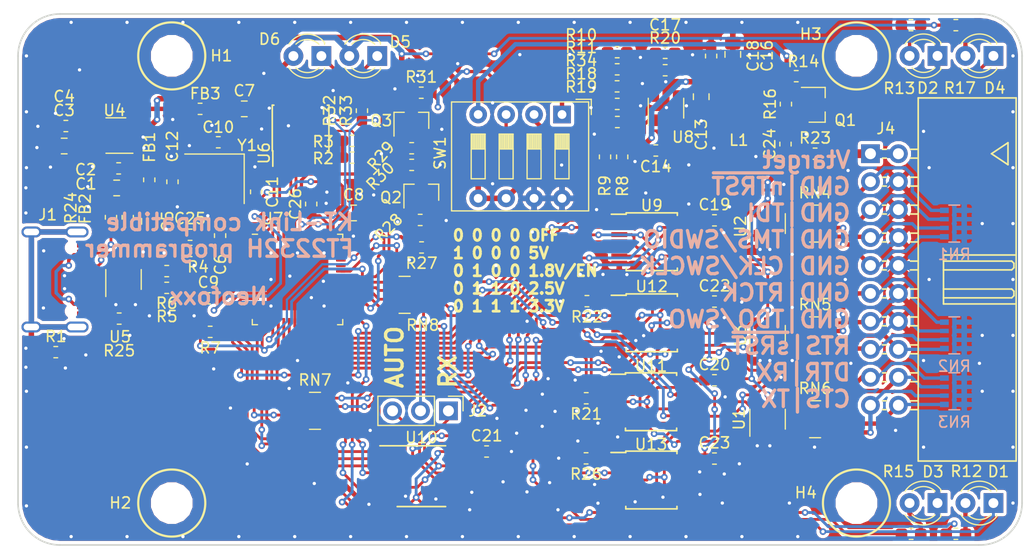
<source format=kicad_pcb>
(kicad_pcb (version 20171130) (host pcbnew 5.0.2-bee76a0~70~ubuntu18.04.1)
  (layers (0 F.Cu signal) (31 B.Cu signal) (34 B.Paste user) (35 F.Paste user) (36 B.SilkS user) (37 F.SilkS user) (38 B.Mask user) (39 F.Mask user) (44 Edge.Cuts user))
  (net 0 "")
  (net 1 +3V3)
  (net 2 GND)
  (net 3 /SWD_LED)
  (net 4 /AD2/TDO)
  (net 5 /AD7/RTCK)
  (net 6 /AD6/SRST_SENS)
  (net 7 /AC7/LED)
  (net 8 "Net-(J2-Pad3)")
  (net 9 /BD3/CTS)
  (net 10 /BD1/RX)
  (net 11 /~nTRST~)
  (net 12 /TDI)
  (net 13 /TMS/SWDIO)
  (net 14 /TCK/SWCLK)
  (net 15 /RTCK)
  (net 16 /TDO/SWO)
  (net 17 /~nSRST~/~RST~)
  (net 18 /UART_RTS)
  (net 19 /UART_RX)
  (net 20 /UART_DTR)
  (net 21 /UART_TX)
  (net 22 /UART_CTS)
  (net 23 "Net-(D1-Pad2)")
  (net 24 "Net-(D2-Pad2)")
  (net 25 "Net-(D3-Pad2)")
  (net 26 "Net-(D4-Pad2)")
  (net 27 VCC)
  (net 28 "Net-(Q1-Pad1)")
  (net 29 "Net-(C10-Pad1)")
  (net 30 +5V)
  (net 31 "Net-(D4-Pad1)")
  (net 32 /UART_RX_RES)
  (net 33 /UART_CTS_RES)
  (net 34 /UART_TX_RES)
  (net 35 /UART_DTR_RES)
  (net 36 /TDO/SWO_RES)
  (net 37 /UART_RTS_RES)
  (net 38 /RTCK_RES)
  (net 39 /~nSRST~/~RST~_RES)
  (net 40 /~nTRST~_RES)
  (net 41 /TCK/SWCLK_RES)
  (net 42 /TDI_RES)
  (net 43 /TMS/SWDIO_RES)
  (net 44 "Net-(RN7-Pad4)")
  (net 45 /AD7/RTCK_RES)
  (net 46 /AD6/SRST_SENS_RES)
  (net 47 /AD2/TDO_RES)
  (net 48 "Net-(RN7-Pad5)")
  (net 49 /BD1/RX_RES)
  (net 50 /BD3/CTS_RES)
  (net 51 /FTDI/EEDATA)
  (net 52 "Net-(C17-Pad2)")
  (net 53 "Net-(J1-PadS1)")
  (net 54 "Net-(R5-Pad1)")
  (net 55 "Net-(J1-PadA6)")
  (net 56 "Net-(J1-PadA7)")
  (net 57 "Net-(R6-Pad1)")
  (net 58 "Net-(R11-Pad1)")
  (net 59 "Net-(R10-Pad1)")
  (net 60 "Net-(R9-Pad2)")
  (net 61 "Net-(R7-Pad1)")
  (net 62 /OutputBuffers/CMN_OE_OUT)
  (net 63 "Net-(FB2-Pad2)")
  (net 64 "Net-(U5-Pad3)")
  (net 65 "Net-(U4-Pad4)")
  (net 66 /FTDI/AD5_MUX)
  (net 67 /FTDI/AD1_TDI)
  (net 68 /FTDI/AD3_TMS)
  (net 69 /OutputBuffers/TMS_UNBUF)
  (net 70 /OutputBuffers/TMS_SENS)
  (net 71 /OutputBuffers/TDO_SENS)
  (net 72 /OutputBuffers/UART_RX_BUF)
  (net 73 /FTDI/BD4_DTR)
  (net 74 /FTDI/AC1_SRST)
  (net 75 /FTDI/AC3_SRST_OE)
  (net 76 "Net-(U13-Pad8)")
  (net 77 "Net-(U13-Pad11)")
  (net 78 /FTDI/AC2_TRST_OE)
  (net 79 /FTDI/AC0_TRST)
  (net 80 /FTDI/AC5_TDI_OE)
  (net 81 /FTDI/AC4_TMS_OE)
  (net 82 /FTDI/AD0_TCK)
  (net 83 /FTDI/AC6_TCK_OE)
  (net 84 /FTDI/EECS)
  (net 85 /FTDI/EECLK)
  (net 86 "Net-(U6-Pad6)")
  (net 87 "Net-(U6-Pad7)")
  (net 88 "Net-(J1-PadB8)")
  (net 89 "Net-(J1-PadA8)")
  (net 90 "Net-(J1-PadA5)")
  (net 91 "Net-(J1-PadB5)")
  (net 92 /FTDI/VPLL)
  (net 93 /FTDI/VPHY)
  (net 94 "Net-(C12-Pad1)")
  (net 95 /FTDI/VCORE)
  (net 96 "Net-(U7-Pad30)")
  (net 97 "Net-(U7-Pad38)")
  (net 98 "Net-(U7-Pad39)")
  (net 99 "Net-(U7-Pad42)")
  (net 100 "Net-(U7-Pad46)")
  (net 101 "Net-(U7-Pad47)")
  (net 102 "Net-(U7-Pad51)")
  (net 103 "Net-(U7-Pad52)")
  (net 104 "Net-(U7-Pad53)")
  (net 105 "Net-(U7-Pad54)")
  (net 106 "Net-(J4-Pad1)")
  (net 107 "Net-(C25-Pad1)")
  (net 108 /OutputBuffers/CMN_OE_IN2)
  (net 109 /OutputBuffers/CMN_OE_IN1)
  (net 110 /FTDI/EEDO)
  (net 111 /BD0_TX_A)
  (net 112 /BD2_RTS_A)
  (net 113 "Net-(Q3-Pad3)")
  (net 114 "Net-(R31-Pad2)")
  (net 115 "Net-(Q2-Pad1)")
  (net 116 "Net-(Q3-Pad1)")
  (net 117 "Net-(Q2-Pad3)")
  (net 118 /PWR_EN)
  (net 119 "Net-(L1-Pad1)")
  (net 120 "Net-(U7-Pad40)")
  (net 121 /RXLED)
  (net 122 /TXLED)
  (net 123 "Net-(D6-Pad1)")
  (net 124 "Net-(D5-Pad1)")
  (module Package_TO_SOT_SMD:SOT-23-6 (layer F.Cu) (at 34.986 63.5 90)
    (fp_text reference U5 (at -5.207 -0.315) (layer F.SilkS))
    (fp_text value SRV05-4)
    (pad 5 smd rect (at 1.1 0 90) (size 1.06 0.65) (layers F.Cu F.Paste F.Mask) (net 63 "Net-(FB2-Pad2)"))
    (pad 6 smd rect (at 1.1 -0.95 90) (size 1.06 0.65) (layers F.Cu F.Paste F.Mask) (net 56 "Net-(J1-PadA7)"))
    (pad 4 smd rect (at 1.1 0.95 90) (size 1.06 0.65) (layers F.Cu F.Paste F.Mask) (net 63 "Net-(FB2-Pad2)"))
    (pad 3 smd rect (at -1.1 0.95 90) (size 1.06 0.65) (layers F.Cu F.Paste F.Mask) (net 64 "Net-(U5-Pad3)"))
    (pad 2 smd rect (at -1.1 0 90) (size 1.06 0.65) (layers F.Cu F.Paste F.Mask) (net 2 GND))
    (pad 1 smd rect (at -1.1 -0.95 90) (size 1.06 0.65) (layers F.Cu F.Paste F.Mask) (net 55 "Net-(J1-PadA6)"))
  )
  (module Package_TO_SOT_SMD:SOT-23-5 (layer F.Cu) (at 84.28736 47.9298 90)
    (fp_text reference U8 (at -2.6289 1.55194) (layer F.SilkS))
    (fp_text value BL8028)
    (pad 1 smd rect (at -1.1 -0.95 90) (size 1.06 0.65) (layers F.Cu F.Paste F.Mask) (net 114 "Net-(R31-Pad2)"))
    (pad 2 smd rect (at -1.1 0 90) (size 1.06 0.65) (layers F.Cu F.Paste F.Mask) (net 2 GND))
    (pad 3 smd rect (at -1.1 0.95 90) (size 1.06 0.65) (layers F.Cu F.Paste F.Mask) (net 119 "Net-(L1-Pad1)"))
    (pad 4 smd rect (at 1.1 0.95 90) (size 1.06 0.65) (layers F.Cu F.Paste F.Mask) (net 30 +5V))
    (pad 5 smd rect (at 1.1 -0.95 90) (size 1.06 0.65) (layers F.Cu F.Paste F.Mask) (net 52 "Net-(C17-Pad2)"))
  )
  (module "KiCAD library:FOX_LOGO_MASK" (layer F.Cu) (at 33.1597 75.9206)
    (fp_text reference MARK1 hide)
    (fp_text value LOGO hide)
  )
  (module MountingHole:MountingHole_3.2mm_M3 (layer F.Cu) (at 101.6 83.82)
    (fp_text reference H4 (at -4.6101 -0.9398) (layer F.SilkS))
    (fp_text value MountingHole)
    (pad 1 np_thru_hole circle (at 0 0) (size 3.2 3.2) (drill 3.2) (layers *.Cu *.Mask))
  )
  (module MountingHole:MountingHole_3.2mm_M3 (layer F.Cu) (at 101.6 43.18)
    (fp_text reference H3 (at -4.1529 -1.9812) (layer F.SilkS))
    (fp_text value MountingHole)
    (pad 1 np_thru_hole circle (at 0 0) (size 3.2 3.2) (drill 3.2) (layers *.Cu *.Mask))
  )
  (module MountingHole:MountingHole_3.2mm_M3 (layer F.Cu) (at 39.37 83.82)
    (fp_text reference H2 (at -4.6736 -0.0127) (layer F.SilkS))
    (fp_text value MountingHole)
    (pad 1 np_thru_hole circle (at 0 0) (size 3.2 3.2) (drill 3.2) (layers *.Cu *.Mask))
  )
  (module MountingHole:MountingHole_3.2mm_M3 (layer F.Cu) (at 39.37 43.18)
    (fp_text reference H1 (at 4.5085 -0.0127) (layer F.SilkS))
    (fp_text value MountingHole)
    (pad 1 np_thru_hole circle (at 0 0) (size 3.2 3.2) (drill 3.2) (layers *.Cu *.Mask))
  )
  (module Package_DFN_QFN:QFN-56-1EP_8x8mm_P0.5mm_EP5.6x5.6mm (layer F.Cu) (at 50.8 63.5)
    (fp_text reference U7 (at -2.286 -5.5372) (layer F.SilkS))
    (fp_text value FT2232H-56Q)
    (pad 56 smd roundrect (at -3.25 -3.9375) (size 0.25 0.875) (layers F.Cu F.Paste F.Mask) (net 85 /FTDI/EECLK))
    (pad 55 smd roundrect (at -2.75 -3.9375) (size 0.25 0.875) (layers F.Cu F.Paste F.Mask) (net 51 /FTDI/EEDATA))
    (pad 54 smd roundrect (at -2.25 -3.9375) (size 0.25 0.875) (layers F.Cu F.Paste F.Mask) (net 105 "Net-(U7-Pad54)"))
    (pad 53 smd roundrect (at -1.75 -3.9375) (size 0.25 0.875) (layers F.Cu F.Paste F.Mask) (net 104 "Net-(U7-Pad53)"))
    (pad 52 smd roundrect (at -1.25 -3.9375) (size 0.25 0.875) (layers F.Cu F.Paste F.Mask) (net 103 "Net-(U7-Pad52)"))
    (pad 51 smd roundrect (at -0.75 -3.9375) (size 0.25 0.875) (layers F.Cu F.Paste F.Mask) (net 102 "Net-(U7-Pad51)"))
    (pad 50 smd roundrect (at -0.25 -3.9375) (size 0.25 0.875) (layers F.Cu F.Paste F.Mask) (net 1 +3V3))
    (pad 49 smd roundrect (at 0.25 -3.9375) (size 0.25 0.875) (layers F.Cu F.Paste F.Mask) (net 122 /TXLED))
    (pad 48 smd roundrect (at 0.75 -3.9375) (size 0.25 0.875) (layers F.Cu F.Paste F.Mask) (net 121 /RXLED))
    (pad 47 smd roundrect (at 1.25 -3.9375) (size 0.25 0.875) (layers F.Cu F.Paste F.Mask) (net 101 "Net-(U7-Pad47)"))
    (pad 46 smd roundrect (at 1.75 -3.9375) (size 0.25 0.875) (layers F.Cu F.Paste F.Mask) (net 100 "Net-(U7-Pad46)"))
    (pad 45 smd roundrect (at 2.25 -3.9375) (size 0.25 0.875) (layers F.Cu F.Paste F.Mask) (net 2 GND))
    (pad 44 smd roundrect (at 2.75 -3.9375) (size 0.25 0.875) (layers F.Cu F.Paste F.Mask) (net 1 +3V3))
    (pad 43 smd roundrect (at 3.25 -3.9375) (size 0.25 0.875) (layers F.Cu F.Paste F.Mask) (net 95 /FTDI/VCORE))
    (pad 42 smd roundrect (at 3.9375 -3.25) (size 0.875 0.25) (layers F.Cu F.Paste F.Mask) (net 99 "Net-(U7-Pad42)"))
    (pad 41 smd roundrect (at 3.9375 -2.75) (size 0.875 0.25) (layers F.Cu F.Paste F.Mask) (net 2 GND))
    (pad 40 smd roundrect (at 3.9375 -2.25) (size 0.875 0.25) (layers F.Cu F.Paste F.Mask) (net 120 "Net-(U7-Pad40)"))
    (pad 39 smd roundrect (at 3.9375 -1.75) (size 0.875 0.25) (layers F.Cu F.Paste F.Mask) (net 98 "Net-(U7-Pad39)"))
    (pad 38 smd roundrect (at 3.9375 -1.25) (size 0.875 0.25) (layers F.Cu F.Paste F.Mask) (net 97 "Net-(U7-Pad38)"))
    (pad 37 smd roundrect (at 3.9375 -0.75) (size 0.875 0.25) (layers F.Cu F.Paste F.Mask) (net 73 /FTDI/BD4_DTR))
    (pad 36 smd roundrect (at 3.9375 -0.25) (size 0.875 0.25) (layers F.Cu F.Paste F.Mask) (net 1 +3V3))
    (pad 35 smd roundrect (at 3.9375 0.25) (size 0.875 0.25) (layers F.Cu F.Paste F.Mask) (net 9 /BD3/CTS))
    (pad 34 smd roundrect (at 3.9375 0.75) (size 0.875 0.25) (layers F.Cu F.Paste F.Mask) (net 112 /BD2_RTS_A))
    (pad 33 smd roundrect (at 3.9375 1.25) (size 0.875 0.25) (layers F.Cu F.Paste F.Mask) (net 10 /BD1/RX))
    (pad 32 smd roundrect (at 3.9375 1.75) (size 0.875 0.25) (layers F.Cu F.Paste F.Mask) (net 111 /BD0_TX_A))
    (pad 31 smd roundrect (at 3.9375 2.25) (size 0.875 0.25) (layers F.Cu F.Paste F.Mask) (net 95 /FTDI/VCORE))
    (pad 30 smd roundrect (at 3.9375 2.75) (size 0.875 0.25) (layers F.Cu F.Paste F.Mask) (net 96 "Net-(U7-Pad30)"))
    (pad 29 smd roundrect (at 3.9375 3.25) (size 0.875 0.25) (layers F.Cu F.Paste F.Mask) (net 7 /AC7/LED))
    (pad 28 smd roundrect (at 3.25 3.9375) (size 0.25 0.875) (layers F.Cu F.Paste F.Mask) (net 83 /FTDI/AC6_TCK_OE))
    (pad 27 smd roundrect (at 2.75 3.9375) (size 0.25 0.875) (layers F.Cu F.Paste F.Mask) (net 80 /FTDI/AC5_TDI_OE))
    (pad 26 smd roundrect (at 2.25 3.9375) (size 0.25 0.875) (layers F.Cu F.Paste F.Mask) (net 81 /FTDI/AC4_TMS_OE))
    (pad 25 smd roundrect (at 1.75 3.9375) (size 0.25 0.875) (layers F.Cu F.Paste F.Mask) (net 75 /FTDI/AC3_SRST_OE))
    (pad 24 smd roundrect (at 1.25 3.9375) (size 0.25 0.875) (layers F.Cu F.Paste F.Mask) (net 78 /FTDI/AC2_TRST_OE))
    (pad 23 smd roundrect (at 0.75 3.9375) (size 0.25 0.875) (layers F.Cu F.Paste F.Mask) (net 74 /FTDI/AC1_SRST))
    (pad 22 smd roundrect (at 0.25 3.9375) (size 0.25 0.875) (layers F.Cu F.Paste F.Mask) (net 79 /FTDI/AC0_TRST))
    (pad 21 smd roundrect (at -0.25 3.9375) (size 0.25 0.875) (layers F.Cu F.Paste F.Mask) (net 2 GND))
    (pad 20 smd roundrect (at -0.75 3.9375) (size 0.25 0.875) (layers F.Cu F.Paste F.Mask) (net 5 /AD7/RTCK))
    (pad 19 smd roundrect (at -1.25 3.9375) (size 0.25 0.875) (layers F.Cu F.Paste F.Mask) (net 6 /AD6/SRST_SENS))
    (pad 18 smd roundrect (at -1.75 3.9375) (size 0.25 0.875) (layers F.Cu F.Paste F.Mask) (net 66 /FTDI/AD5_MUX))
    (pad 17 smd roundrect (at -2.25 3.9375) (size 0.25 0.875) (layers F.Cu F.Paste F.Mask) (net 118 /PWR_EN))
    (pad 16 smd roundrect (at -2.75 3.9375) (size 0.25 0.875) (layers F.Cu F.Paste F.Mask) (net 1 +3V3))
    (pad 15 smd roundrect (at -3.25 3.9375) (size 0.25 0.875) (layers F.Cu F.Paste F.Mask) (net 68 /FTDI/AD3_TMS))
    (pad 14 smd roundrect (at -3.9375 3.25) (size 0.875 0.25) (layers F.Cu F.Paste F.Mask) (net 4 /AD2/TDO))
    (pad 13 smd roundrect (at -3.9375 2.75) (size 0.875 0.25) (layers F.Cu F.Paste F.Mask) (net 67 /FTDI/AD1_TDI))
    (pad 12 smd roundrect (at -3.9375 2.25) (size 0.875 0.25) (layers F.Cu F.Paste F.Mask) (net 82 /FTDI/AD0_TCK))
    (pad 11 smd roundrect (at -3.9375 1.75) (size 0.875 0.25) (layers F.Cu F.Paste F.Mask) (net 61 "Net-(R7-Pad1)"))
    (pad 10 smd roundrect (at -3.9375 1.25) (size 0.875 0.25) (layers F.Cu F.Paste F.Mask) (net 2 GND))
    (pad 9 smd roundrect (at -3.9375 0.75) (size 0.875 0.25) (layers F.Cu F.Paste F.Mask) (net 92 /FTDI/VPLL))
    (pad 8 smd roundrect (at -3.9375 0.25) (size 0.875 0.25) (layers F.Cu F.Paste F.Mask) (net 54 "Net-(R5-Pad1)"))
    (pad 7 smd roundrect (at -3.9375 -0.25) (size 0.875 0.25) (layers F.Cu F.Paste F.Mask) (net 57 "Net-(R6-Pad1)"))
    (pad 6 smd roundrect (at -3.9375 -0.75) (size 0.875 0.25) (layers F.Cu F.Paste F.Mask) (net 107 "Net-(C25-Pad1)"))
    (pad 5 smd roundrect (at -3.9375 -1.25) (size 0.875 0.25) (layers F.Cu F.Paste F.Mask) (net 93 /FTDI/VPHY))
    (pad 4 smd roundrect (at -3.9375 -1.75) (size 0.875 0.25) (layers F.Cu F.Paste F.Mask) (net 94 "Net-(C12-Pad1)"))
    (pad 3 smd roundrect (at -3.9375 -2.25) (size 0.875 0.25) (layers F.Cu F.Paste F.Mask) (net 29 "Net-(C10-Pad1)"))
    (pad 2 smd roundrect (at -3.9375 -2.75) (size 0.875 0.25) (layers F.Cu F.Paste F.Mask) (net 95 /FTDI/VCORE))
    (pad 1 smd roundrect (at -3.9375 -3.25) (size 0.875 0.25) (layers F.Cu F.Paste F.Mask) (net 84 /FTDI/EECS))
    (pad 57 smd roundrect (at 0 0) (size 5.6 5.6) (layers F.Cu F.Mask) (roundrect_rratio 0.044643) (net 2 GND))
  )
  (module LED_THT:LED_D3.0mm (layer F.Cu) (at 52.966 43.1927 180)
    (fp_text reference D6 (at 4.706 1.5367 180) (layer F.SilkS))
    (fp_text value LED)
    (pad 1 thru_hole rect (at 0 0 180) (size 1.8 1.8) (drill 0.9) (layers *.Cu *.Mask) (net 123 "Net-(D6-Pad1)"))
    (pad 2 thru_hole circle (at 2.54 0 180) (size 1.8 1.8) (drill 0.9) (layers *.Cu *.Mask) (net 1 +3V3))
  )
  (module LED_THT:LED_D3.0mm (layer F.Cu) (at 58.046 43.1927 180)
    (fp_text reference D5 (at -2.0885 1.2827 180) (layer F.SilkS))
    (fp_text value LED)
    (pad 2 thru_hole circle (at 2.54 0 180) (size 1.8 1.8) (drill 0.9) (layers *.Cu *.Mask) (net 1 +3V3))
    (pad 1 thru_hole rect (at 0 0 180) (size 1.8 1.8) (drill 0.9) (layers *.Cu *.Mask) (net 124 "Net-(D5-Pad1)"))
  )
  (module Resistor_SMD:R_0603_1608Metric_Pad1.05x0.95mm_HandSolder (layer F.Cu) (at 55.1434 48.1584 90)
    (fp_text reference R32 (at 0 -1.43 90) (layer F.SilkS))
    (fp_text value 1k)
    (pad 2 smd roundrect (at 0.875 0 90) (size 1.05 0.95) (layers F.Cu F.Paste F.Mask) (net 123 "Net-(D6-Pad1)"))
    (pad 1 smd roundrect (at -0.875 0 90) (size 1.05 0.95) (layers F.Cu F.Paste F.Mask) (net 122 /TXLED))
  )
  (module Resistor_SMD:R_0603_1608Metric_Pad1.05x0.95mm_HandSolder (layer F.Cu) (at 56.6547 48.1584 90)
    (fp_text reference R33 (at 0 -1.43 90) (layer F.SilkS))
    (fp_text value 1k)
    (pad 2 smd roundrect (at 0.875 0 90) (size 1.05 0.95) (layers F.Cu F.Paste F.Mask) (net 124 "Net-(D5-Pad1)"))
    (pad 1 smd roundrect (at -0.875 0 90) (size 1.05 0.95) (layers F.Cu F.Paste F.Mask) (net 121 /RXLED))
  )
  (module Resistor_SMD:R_0603_1608Metric_Pad1.05x0.95mm_HandSolder (layer F.Cu) (at 79.8449 45.9486)
    (fp_text reference R34 (at -3.2639 -2.3368) (layer F.SilkS))
    (fp_text value 330k)
    (pad 1 smd roundrect (at -0.875 0) (size 1.05 0.95) (layers F.Cu F.Paste F.Mask) (net 58 "Net-(R11-Pad1)"))
    (pad 2 smd roundrect (at 0.875 0) (size 1.05 0.95) (layers F.Cu F.Paste F.Mask) (net 52 "Net-(C17-Pad2)"))
  )
  (module Package_TO_SOT_SMD:SOT-23 (layer F.Cu) (at 61.14796 49.06772 90)
    (fp_text reference Q3 (at 0.00508 -2.73304 180) (layer F.SilkS))
    (fp_text value BC857)
    (pad 3 smd rect (at 1 0 90) (size 0.9 0.8) (layers F.Cu F.Paste F.Mask) (net 113 "Net-(Q3-Pad3)"))
    (pad 2 smd rect (at -1 0.95 90) (size 0.9 0.8) (layers F.Cu F.Paste F.Mask) (net 30 +5V))
    (pad 1 smd rect (at -1 -0.95 90) (size 0.9 0.8) (layers F.Cu F.Paste F.Mask) (net 116 "Net-(Q3-Pad1)"))
  )
  (module Package_TO_SOT_SMD:SOT-23 (layer F.Cu) (at 62.0522 55.6006 90)
    (fp_text reference Q2 (at -0.45212 -2.76352 180) (layer F.SilkS))
    (fp_text value BC847)
    (pad 3 smd rect (at 1 0 90) (size 0.9 0.8) (layers F.Cu F.Paste F.Mask) (net 117 "Net-(Q2-Pad3)"))
    (pad 2 smd rect (at -1 0.95 90) (size 0.9 0.8) (layers F.Cu F.Paste F.Mask) (net 2 GND))
    (pad 1 smd rect (at -1 -0.95 90) (size 0.9 0.8) (layers F.Cu F.Paste F.Mask) (net 115 "Net-(Q2-Pad1)"))
  )
  (module Resistor_SMD:R_0603_1608Metric_Pad1.05x0.95mm_HandSolder (layer F.Cu) (at 61.9506 58.0898)
    (fp_text reference R28 (at -2.8702 0.69596 45) (layer F.SilkS))
    (fp_text value 100k)
    (pad 2 smd roundrect (at 0.875 0) (size 1.05 0.95) (layers F.Cu F.Paste F.Mask) (net 2 GND))
    (pad 1 smd roundrect (at -0.875 0) (size 1.05 0.95) (layers F.Cu F.Paste F.Mask) (net 115 "Net-(Q2-Pad1)"))
  )
  (module Resistor_SMD:R_0603_1608Metric_Pad1.05x0.95mm_HandSolder (layer F.Cu) (at 61.17336 51.57216 180)
    (fp_text reference R29 (at 2.78892 -0.70612 230) (layer F.SilkS))
    (fp_text value 100k)
    (pad 2 smd roundrect (at 0.875 0 180) (size 1.05 0.95) (layers F.Cu F.Paste F.Mask) (net 116 "Net-(Q3-Pad1)"))
    (pad 1 smd roundrect (at -0.875 0 180) (size 1.05 0.95) (layers F.Cu F.Paste F.Mask) (net 30 +5V))
  )
  (module Resistor_SMD:R_0603_1608Metric_Pad1.05x0.95mm_HandSolder (layer F.Cu) (at 61.1759 53.086)
    (fp_text reference R30 (at -2.84226 1.02616 45) (layer F.SilkS))
    (fp_text value 10k)
    (pad 2 smd roundrect (at 0.875 0) (size 1.05 0.95) (layers F.Cu F.Paste F.Mask) (net 117 "Net-(Q2-Pad3)"))
    (pad 1 smd roundrect (at -0.875 0) (size 1.05 0.95) (layers F.Cu F.Paste F.Mask) (net 116 "Net-(Q3-Pad1)"))
  )
  (module Resistor_SMD:R_0603_1608Metric_Pad1.05x0.95mm_HandSolder (layer F.Cu) (at 62.07252 60.58916 180)
    (fp_text reference R27 (at 0 -1.43 180) (layer F.SilkS))
    (fp_text value 10k)
    (pad 2 smd roundrect (at 0.875 0 180) (size 1.05 0.95) (layers F.Cu F.Paste F.Mask) (net 118 /PWR_EN))
    (pad 1 smd roundrect (at -0.875 0 180) (size 1.05 0.95) (layers F.Cu F.Paste F.Mask) (net 115 "Net-(Q2-Pad1)"))
  )
  (module Resistor_SMD:R_0603_1608Metric_Pad1.05x0.95mm_HandSolder (layer F.Cu) (at 62.04712 46.52772)
    (fp_text reference R31 (at 0 -1.43) (layer F.SilkS))
    (fp_text value 1k)
    (pad 2 smd roundrect (at 0.875 0) (size 1.05 0.95) (layers F.Cu F.Paste F.Mask) (net 114 "Net-(R31-Pad2)"))
    (pad 1 smd roundrect (at -0.875 0) (size 1.05 0.95) (layers F.Cu F.Paste F.Mask) (net 113 "Net-(Q3-Pad3)"))
  )
  (module Connector_PinHeader_2.54mm:PinHeader_1x03_P2.54mm_Vertical (layer F.Cu) (at 64.516 75.438 270)
    (fp_text reference J2 (at 0 -2.667) (layer F.SilkS))
    (fp_text value Conn_01x03_Male)
    (pad 3 thru_hole oval (at 0 5.08 270) (size 1.7 1.7) (drill 1) (layers *.Cu *.Mask) (net 8 "Net-(J2-Pad3)"))
    (pad 2 thru_hole oval (at 0 2.54 270) (size 1.7 1.7) (drill 1) (layers *.Cu *.Mask) (net 49 /BD1/RX_RES))
    (pad 1 thru_hole rect (at 0 0 270) (size 1.7 1.7) (drill 1) (layers *.Cu *.Mask) (net 72 /OutputBuffers/UART_RX_BUF))
  )
  (module Resistor_SMD:R_0603_1608Metric_Pad1.05x0.95mm_HandSolder (layer F.Cu) (at 77.0255 79.756 180)
    (fp_text reference R26 (at 0 -1.43 180) (layer F.SilkS))
    (fp_text value 1k)
    (pad 2 smd roundrect (at 0.875 0 180) (size 1.05 0.95) (layers F.Cu F.Paste F.Mask) (net 2 GND))
    (pad 1 smd roundrect (at -0.875 0 180) (size 1.05 0.95) (layers F.Cu F.Paste F.Mask) (net 108 /OutputBuffers/CMN_OE_IN2))
  )
  (module Capacitor_SMD:C_0603_1608Metric_Pad1.05x0.95mm_HandSolder (layer F.Cu) (at 52.0446 56.6407 90)
    (fp_text reference C26 (at 0 -1.43 90) (layer F.SilkS))
    (fp_text value 100nF)
    (pad 2 smd roundrect (at 0.875 0 90) (size 1.05 0.95) (layers F.Cu F.Paste F.Mask) (net 2 GND))
    (pad 1 smd roundrect (at -0.875 0 90) (size 1.05 0.95) (layers F.Cu F.Paste F.Mask) (net 1 +3V3))
  )
  (module Resistor_SMD:R_0603_1608Metric_Pad1.05x0.95mm_HandSolder (layer F.Cu) (at 38.9128 62.738 180)
    (fp_text reference R6 (at 0 -2.921 180) (layer F.SilkS))
    (fp_text value 10R)
    (pad 2 smd roundrect (at 0.875 0 180) (size 1.05 0.95) (layers F.Cu F.Paste F.Mask) (net 56 "Net-(J1-PadA7)"))
    (pad 1 smd roundrect (at -0.875 0 180) (size 1.05 0.95) (layers F.Cu F.Paste F.Mask) (net 57 "Net-(R6-Pad1)"))
  )
  (module Resistor_SMD:R_0603_1608Metric_Pad1.05x0.95mm_HandSolder (layer F.Cu) (at 38.9128 64.262 180)
    (fp_text reference R5 (at -0.0127 -2.6035 180) (layer F.SilkS))
    (fp_text value 10R)
    (pad 2 smd roundrect (at 0.875 0 180) (size 1.05 0.95) (layers F.Cu F.Paste F.Mask) (net 55 "Net-(J1-PadA6)"))
    (pad 1 smd roundrect (at -0.875 0 180) (size 1.05 0.95) (layers F.Cu F.Paste F.Mask) (net 54 "Net-(R5-Pad1)"))
  )
  (module Capacitor_SMD:C_0603_1608Metric_Pad1.05x0.95mm_HandSolder (layer F.Cu) (at 41.035 59.436 180)
    (fp_text reference C25 (at 0.014 1.4732 180) (layer F.SilkS))
    (fp_text value DNS)
    (pad 2 smd roundrect (at 0.875 0 180) (size 1.05 0.95) (layers F.Cu F.Paste F.Mask) (net 2 GND))
    (pad 1 smd roundrect (at -0.875 0 180) (size 1.05 0.95) (layers F.Cu F.Paste F.Mask) (net 107 "Net-(C25-Pad1)"))
  )
  (module Resistor_SMD:R_0603_1608Metric_Pad1.05x0.95mm_HandSolder (layer F.Cu) (at 34.5935 67.056)
    (fp_text reference R25 (at 0 2.921) (layer F.SilkS))
    (fp_text value 5k1)
    (pad 2 smd roundrect (at 0.875 0) (size 1.05 0.95) (layers F.Cu F.Paste F.Mask) (net 2 GND))
    (pad 1 smd roundrect (at -0.875 0) (size 1.05 0.95) (layers F.Cu F.Paste F.Mask) (net 91 "Net-(J1-PadB5)"))
  )
  (module Resistor_SMD:R_0603_1608Metric_Pad1.05x0.95mm_HandSolder (layer F.Cu) (at 33.8455 57.8485 90)
    (fp_text reference R24 (at 0.8509 -3.6449 90) (layer F.SilkS))
    (fp_text value 5k1)
    (pad 2 smd roundrect (at 0.875 0 90) (size 1.05 0.95) (layers F.Cu F.Paste F.Mask) (net 2 GND))
    (pad 1 smd roundrect (at -0.875 0 90) (size 1.05 0.95) (layers F.Cu F.Paste F.Mask) (net 90 "Net-(J1-PadA5)"))
  )
  (module Capacitor_SMD:C_0603_1608Metric_Pad1.05x0.95mm_HandSolder (layer F.Cu) (at 95.1484 51.195 90)
    (fp_text reference C24 (at 0 -1.43 90) (layer F.SilkS))
    (fp_text value 100nF)
    (pad 2 smd roundrect (at 0.875 0 90) (size 1.05 0.95) (layers F.Cu F.Paste F.Mask) (net 2 GND))
    (pad 1 smd roundrect (at -0.875 0 90) (size 1.05 0.95) (layers F.Cu F.Paste F.Mask) (net 27 VCC))
  )
  (module Resistor_SMD:R_Array_Convex_4x0603 (layer F.Cu) (at 52.3875 75.438)
    (fp_text reference RN7 (at 0 -2.8) (layer F.SilkS))
    (fp_text value 4x220R)
    (pad 5 smd rect (at 0.9 1.2) (size 0.8 0.5) (layers F.Cu F.Paste F.Mask) (net 48 "Net-(RN7-Pad5)"))
    (pad 6 smd rect (at 0.9 0.4) (size 0.8 0.4) (layers F.Cu F.Paste F.Mask) (net 47 /AD2/TDO_RES))
    (pad 8 smd rect (at 0.9 -1.2) (size 0.8 0.5) (layers F.Cu F.Paste F.Mask) (net 45 /AD7/RTCK_RES))
    (pad 7 smd rect (at 0.9 -0.4) (size 0.8 0.4) (layers F.Cu F.Paste F.Mask) (net 46 /AD6/SRST_SENS_RES))
    (pad 4 smd rect (at -0.9 1.2) (size 0.8 0.5) (layers F.Cu F.Paste F.Mask) (net 44 "Net-(RN7-Pad4)"))
    (pad 2 smd rect (at -0.9 -0.4) (size 0.8 0.4) (layers F.Cu F.Paste F.Mask) (net 6 /AD6/SRST_SENS))
    (pad 3 smd rect (at -0.9 0.4) (size 0.8 0.4) (layers F.Cu F.Paste F.Mask) (net 4 /AD2/TDO))
    (pad 1 smd rect (at -0.9 -1.2) (size 0.8 0.5) (layers F.Cu F.Paste F.Mask) (net 5 /AD7/RTCK))
  )
  (module Resistor_SMD:R_Array_Convex_4x0603 (layer F.Cu) (at 60.5315 64.897)
    (fp_text reference RN8 (at 1.6477 2.7559) (layer F.SilkS))
    (fp_text value 4x220R)
    (pad 5 smd rect (at 0.9 1.2) (size 0.8 0.5) (layers F.Cu F.Paste F.Mask) (net 111 /BD0_TX_A))
    (pad 6 smd rect (at 0.9 0.4) (size 0.8 0.4) (layers F.Cu F.Paste F.Mask) (net 49 /BD1/RX_RES))
    (pad 8 smd rect (at 0.9 -1.2) (size 0.8 0.5) (layers F.Cu F.Paste F.Mask) (net 50 /BD3/CTS_RES))
    (pad 7 smd rect (at 0.9 -0.4) (size 0.8 0.4) (layers F.Cu F.Paste F.Mask) (net 112 /BD2_RTS_A))
    (pad 4 smd rect (at -0.9 1.2) (size 0.8 0.5) (layers F.Cu F.Paste F.Mask) (net 111 /BD0_TX_A))
    (pad 2 smd rect (at -0.9 -0.4) (size 0.8 0.4) (layers F.Cu F.Paste F.Mask) (net 112 /BD2_RTS_A))
    (pad 3 smd rect (at -0.9 0.4) (size 0.8 0.4) (layers F.Cu F.Paste F.Mask) (net 10 /BD1/RX))
    (pad 1 smd rect (at -0.9 -1.2) (size 0.8 0.5) (layers F.Cu F.Paste F.Mask) (net 9 /BD3/CTS))
  )
  (module Button_Switch_THT:SW_DIP_SPSTx04_Slide_9.78x12.34mm_W7.62mm_P2.54mm (layer F.Cu) (at 74.83856 48.50664 270)
    (fp_text reference SW1 (at 3.51536 11.08456 270) (layer F.SilkS))
    (fp_text value SW_DIP_x04)
    (pad 8 thru_hole oval (at 7.62 0 270) (size 1.6 1.6) (drill 0.8) (layers *.Cu *.Mask) (net 2 GND))
    (pad 4 thru_hole oval (at 0 7.62 270) (size 1.6 1.6) (drill 0.8) (layers *.Cu *.Mask) (net 27 VCC))
    (pad 7 thru_hole oval (at 7.62 2.54 270) (size 1.6 1.6) (drill 0.8) (layers *.Cu *.Mask) (net 2 GND))
    (pad 3 thru_hole oval (at 0 5.08 270) (size 1.6 1.6) (drill 0.8) (layers *.Cu *.Mask) (net 60 "Net-(R9-Pad2)"))
    (pad 6 thru_hole oval (at 7.62 5.08 270) (size 1.6 1.6) (drill 0.8) (layers *.Cu *.Mask) (net 30 +5V))
    (pad 2 thru_hole oval (at 0 2.54 270) (size 1.6 1.6) (drill 0.8) (layers *.Cu *.Mask) (net 58 "Net-(R11-Pad1)"))
    (pad 5 thru_hole oval (at 7.62 7.62 270) (size 1.6 1.6) (drill 0.8) (layers *.Cu *.Mask) (net 30 +5V))
    (pad 1 thru_hole rect (at 0 0 270) (size 1.6 1.6) (drill 0.8) (layers *.Cu *.Mask) (net 59 "Net-(R10-Pad1)"))
  )
  (module LED_THT:LED_D3.0mm (layer F.Cu) (at 114.046 83.82 180)
    (fp_text reference D1 (at -0.4572 2.86004 180) (layer F.SilkS))
    (fp_text value LED)
    (pad 2 thru_hole circle (at 2.54 0 180) (size 1.8 1.8) (drill 0.9) (layers *.Cu *.Mask) (net 23 "Net-(D1-Pad2)"))
    (pad 1 thru_hole rect (at 0 0 180) (size 1.8 1.8) (drill 0.9) (layers *.Cu *.Mask) (net 7 /AC7/LED))
  )
  (module LED_THT:LED_D3.0mm (layer F.Cu) (at 108.966 43.18 180)
    (fp_text reference D2 (at 0.889 -2.921 180) (layer F.SilkS))
    (fp_text value LED)
    (pad 2 thru_hole circle (at 2.54 0 180) (size 1.8 1.8) (drill 0.9) (layers *.Cu *.Mask) (net 24 "Net-(D2-Pad2)"))
    (pad 1 thru_hole rect (at 0 0 180) (size 1.8 1.8) (drill 0.9) (layers *.Cu *.Mask) (net 2 GND))
  )
  (module LED_THT:LED_D3.0mm (layer F.Cu) (at 108.966 83.82 180)
    (fp_text reference D3 (at 0.41148 2.8448 180) (layer F.SilkS))
    (fp_text value LED)
    (pad 2 thru_hole circle (at 2.54 0 180) (size 1.8 1.8) (drill 0.9) (layers *.Cu *.Mask) (net 25 "Net-(D3-Pad2)"))
    (pad 1 thru_hole rect (at 0 0 180) (size 1.8 1.8) (drill 0.9) (layers *.Cu *.Mask) (net 2 GND))
  )
  (module LED_THT:LED_D3.0mm (layer F.Cu) (at 114.046 43.18 180)
    (fp_text reference D4 (at -0.127 -2.921 180) (layer F.SilkS))
    (fp_text value LED)
    (pad 2 thru_hole circle (at 2.54 0 180) (size 1.8 1.8) (drill 0.9) (layers *.Cu *.Mask) (net 26 "Net-(D4-Pad2)"))
    (pad 1 thru_hole rect (at 0 0 180) (size 1.8 1.8) (drill 0.9) (layers *.Cu *.Mask) (net 31 "Net-(D4-Pad1)"))
  )
  (module Package_TO_SOT_SMD:SOT-23-6 (layer F.Cu) (at 93.5228 76.2 90)
    (fp_text reference U1 (at 0 -2.5908 90) (layer F.SilkS))
    (fp_text value SRV05-4)
    (pad 5 smd rect (at 1.1 0 90) (size 1.06 0.65) (layers F.Cu F.Paste F.Mask) (net 27 VCC))
    (pad 6 smd rect (at 1.1 -0.95 90) (size 1.06 0.65) (layers F.Cu F.Paste F.Mask) (net 35 /UART_DTR_RES))
    (pad 4 smd rect (at 1.1 0.95 90) (size 1.06 0.65) (layers F.Cu F.Paste F.Mask) (net 32 /UART_RX_RES))
    (pad 3 smd rect (at -1.1 0.95 90) (size 1.06 0.65) (layers F.Cu F.Paste F.Mask) (net 34 /UART_TX_RES))
    (pad 2 smd rect (at -1.1 0 90) (size 1.06 0.65) (layers F.Cu F.Paste F.Mask) (net 2 GND))
    (pad 1 smd rect (at -1.1 -0.95 90) (size 1.06 0.65) (layers F.Cu F.Paste F.Mask) (net 33 /UART_CTS_RES))
  )
  (module Resistor_SMD:R_0603_1608Metric_Pad1.05x0.95mm_HandSolder (layer F.Cu) (at 97.8408 52.07)
    (fp_text reference R23 (at 0 -1.43) (layer F.SilkS))
    (fp_text value 1R)
    (pad 2 smd roundrect (at 0.875 0) (size 1.05 0.95) (layers F.Cu F.Paste F.Mask) (net 106 "Net-(J4-Pad1)"))
    (pad 1 smd roundrect (at -0.875 0) (size 1.05 0.95) (layers F.Cu F.Paste F.Mask) (net 27 VCC))
  )
  (module "KiCAD library:Jing USB C 2.0 16pin receptable" (layer F.Cu) (at 24.01 63.5 270)
    (fp_text reference J1 (at -5.8801 -4.0824) (layer F.SilkS))
    (fp_text value USB_C_Receptacle_USB2.0)
    (pad S1 thru_hole oval (at -4.32 -6.75 270) (size 1 2.1) (drill oval 0.6 1.7) (layers *.Cu *.Mask) (net 53 "Net-(J1-PadS1)"))
    (pad S1 thru_hole oval (at 4.32 -6.75 270) (size 1 2.1) (drill oval 0.6 1.7) (layers *.Cu *.Mask) (net 53 "Net-(J1-PadS1)"))
    (pad S1 thru_hole oval (at -4.32 -2.6 270) (size 1 1.8) (drill oval 0.6 1.4) (layers *.Cu *.Mask) (net 53 "Net-(J1-PadS1)"))
    (pad S1 thru_hole oval (at 4.32 -2.6 270) (size 1 1.8) (drill oval 0.6 1.4) (layers *.Cu *.Mask) (net 53 "Net-(J1-PadS1)"))
    (pad "" np_thru_hole circle (at 2.89 -6.25 270) (size 0.65 0.65) (drill 0.65) (layers *.Cu *.Mask))
    (pad "" np_thru_hole circle (at -2.89 -6.25 270) (size 0.65 0.65) (drill 0.65) (layers *.Cu *.Mask))
    (pad A4 smd rect (at -2.4 -7.5 270) (size 0.6 1.5) (layers F.Cu F.Paste F.Mask) (net 63 "Net-(FB2-Pad2)"))
    (pad A1 smd rect (at -3.2 -7.5 270) (size 0.6 1.5) (layers F.Cu F.Paste F.Mask) (net 2 GND))
    (pad A4 smd rect (at 2.4 -7.5 270) (size 0.6 1.5) (layers F.Cu F.Paste F.Mask) (net 63 "Net-(FB2-Pad2)"))
    (pad A1 smd rect (at 3.2 -7.5 270) (size 0.6 1.5) (layers F.Cu F.Paste F.Mask) (net 2 GND))
    (pad A6 smd rect (at -0.25 -7.5 270) (size 0.3 1.5) (layers F.Cu F.Paste F.Mask) (net 55 "Net-(J1-PadA6)"))
    (pad A7 smd rect (at 0.25 -7.5 270) (size 0.3 1.5) (layers F.Cu F.Paste F.Mask) (net 56 "Net-(J1-PadA7)"))
    (pad B7 smd rect (at -0.75 -7.5 270) (size 0.3 1.5) (layers F.Cu F.Paste F.Mask) (net 56 "Net-(J1-PadA7)"))
    (pad B6 smd rect (at 0.75 -7.5 270) (size 0.3 1.5) (layers F.Cu F.Paste F.Mask) (net 55 "Net-(J1-PadA6)"))
    (pad A5 smd rect (at -1.25 -7.5 270) (size 0.3 1.5) (layers F.Cu F.Paste F.Mask) (net 90 "Net-(J1-PadA5)"))
    (pad A8 smd rect (at 1.25 -7.5 270) (size 0.3 1.5) (layers F.Cu F.Paste F.Mask) (net 89 "Net-(J1-PadA8)"))
    (pad B8 smd rect (at -1.75 -7.5 270) (size 0.3 1.5) (layers F.Cu F.Paste F.Mask) (net 88 "Net-(J1-PadB8)"))
    (pad B5 smd rect (at 1.75 -7.5 270) (size 0.3 1.5) (layers F.Cu F.Paste F.Mask) (net 91 "Net-(J1-PadB5)"))
  )
  (module Capacitor_SMD:C_0603_1608Metric_Pad1.05x0.95mm_HandSolder (layer F.Cu) (at 83.3628 51.7779)
    (fp_text reference C14 (at 0 1.4605) (layer F.SilkS))
    (fp_text value 100nF)
    (pad 1 smd roundrect (at -0.875 0) (size 1.05 0.95) (layers F.Cu F.Paste F.Mask) (net 30 +5V))
    (pad 2 smd roundrect (at 0.875 0) (size 1.05 0.95) (layers F.Cu F.Paste F.Mask) (net 2 GND))
  )
  (module Capacitor_SMD:C_0603_1608Metric_Pad1.05x0.95mm_HandSolder (layer F.Cu) (at 84.2137 42.90314 180)
    (fp_text reference C17 (at 0.0127 2.54254 180) (layer F.SilkS))
    (fp_text value DNS)
    (pad 2 smd roundrect (at 0.875 0 180) (size 1.05 0.95) (layers F.Cu F.Paste F.Mask) (net 52 "Net-(C17-Pad2)"))
    (pad 1 smd roundrect (at -0.875 0 180) (size 1.05 0.95) (layers F.Cu F.Paste F.Mask) (net 27 VCC))
  )
  (module Capacitor_SMD:C_0603_1608Metric_Pad1.05x0.95mm_HandSolder (layer F.Cu) (at 88.392 43.194 90)
    (fp_text reference C18 (at 0.014 3.81 90) (layer F.SilkS))
    (fp_text value 100nF)
    (pad 2 smd roundrect (at 0.875 0 90) (size 1.05 0.95) (layers F.Cu F.Paste F.Mask) (net 2 GND))
    (pad 1 smd roundrect (at -0.875 0 90) (size 1.05 0.95) (layers F.Cu F.Paste F.Mask) (net 27 VCC))
  )
  (module Capacitor_SMD:C_0603_1608Metric_Pad1.05x0.95mm_HandSolder (layer F.Cu) (at 88.69426 58.12536)
    (fp_text reference C19 (at 0 -1.43) (layer F.SilkS))
    (fp_text value 100nF)
    (pad 2 smd roundrect (at 0.875 0) (size 1.05 0.95) (layers F.Cu F.Paste F.Mask) (net 2 GND))
    (pad 1 smd roundrect (at -0.875 0) (size 1.05 0.95) (layers F.Cu F.Paste F.Mask) (net 27 VCC))
  )
  (module Capacitor_SMD:C_0603_1608Metric_Pad1.05x0.95mm_HandSolder (layer F.Cu) (at 88.69296 72.66178)
    (fp_text reference C20 (at 0 -1.43) (layer F.SilkS))
    (fp_text value 100nF)
    (pad 2 smd roundrect (at 0.875 0) (size 1.05 0.95) (layers F.Cu F.Paste F.Mask) (net 2 GND))
    (pad 1 smd roundrect (at -0.875 0) (size 1.05 0.95) (layers F.Cu F.Paste F.Mask) (net 27 VCC))
  )
  (module Capacitor_SMD:C_0603_1608Metric_Pad1.05x0.95mm_HandSolder (layer F.Cu) (at 67.9844 79.1337)
    (fp_text reference C21 (at 0 -1.43) (layer F.SilkS))
    (fp_text value 100nF)
    (pad 2 smd roundrect (at 0.875 0) (size 1.05 0.95) (layers F.Cu F.Paste F.Mask) (net 2 GND))
    (pad 1 smd roundrect (at -0.875 0) (size 1.05 0.95) (layers F.Cu F.Paste F.Mask) (net 1 +3V3))
  )
  (module Capacitor_SMD:C_0603_1608Metric_Pad1.05x0.95mm_HandSolder (layer F.Cu) (at 88.6955 65.5066)
    (fp_text reference C22 (at 0 -1.43) (layer F.SilkS))
    (fp_text value 100nF)
    (pad 2 smd roundrect (at 0.875 0) (size 1.05 0.95) (layers F.Cu F.Paste F.Mask) (net 2 GND))
    (pad 1 smd roundrect (at -0.875 0) (size 1.05 0.95) (layers F.Cu F.Paste F.Mask) (net 1 +3V3))
  )
  (module Capacitor_SMD:C_0603_1608Metric_Pad1.05x0.95mm_HandSolder (layer F.Cu) (at 88.69296 79.77632)
    (fp_text reference C23 (at 0 -1.43) (layer F.SilkS))
    (fp_text value 100nF)
    (pad 2 smd roundrect (at 0.875 0) (size 1.05 0.95) (layers F.Cu F.Paste F.Mask) (net 2 GND))
    (pad 1 smd roundrect (at -0.875 0) (size 1.05 0.95) (layers F.Cu F.Paste F.Mask) (net 1 +3V3))
  )
  (module Capacitor_SMD:C_0603_1608Metric_Pad1.05x0.95mm_HandSolder (layer F.Cu) (at 47.0408 55.5371 90)
    (fp_text reference C11 (at -0.0127 1.4732 90) (layer F.SilkS))
    (fp_text value 100nF)
    (pad 2 smd roundrect (at 0.875 0 90) (size 1.05 0.95) (layers F.Cu F.Paste F.Mask) (net 2 GND))
    (pad 1 smd roundrect (at -0.875 0 90) (size 1.05 0.95) (layers F.Cu F.Paste F.Mask) (net 95 /FTDI/VCORE))
  )
  (module Capacitor_SMD:C_0805_2012Metric_Pad1.15x1.40mm_HandSolder (layer F.Cu) (at 45.9613 47.9933)
    (fp_text reference C7 (at 0 -1.65) (layer F.SilkS))
    (fp_text value 4u7)
    (pad 2 smd roundrect (at 1.025 0) (size 1.15 1.4) (layers F.Cu F.Paste F.Mask) (roundrect_rratio 0.217391) (net 2 GND))
    (pad 1 smd roundrect (at -1.025 0) (size 1.15 1.4) (layers F.Cu F.Paste F.Mask) (roundrect_rratio 0.217391) (net 92 /FTDI/VPLL))
  )
  (module Capacitor_SMD:C_0805_2012Metric_Pad1.15x1.40mm_HandSolder (layer F.Cu) (at 34.3625 55.1815 180)
    (fp_text reference C1 (at 2.7903 0.3683 180) (layer F.SilkS))
    (fp_text value 4u7)
    (pad 2 smd roundrect (at 1.025 0 180) (size 1.15 1.4) (layers F.Cu F.Paste F.Mask) (roundrect_rratio 0.217391) (net 2 GND))
    (pad 1 smd roundrect (at -1.025 0 180) (size 1.15 1.4) (layers F.Cu F.Paste F.Mask) (roundrect_rratio 0.217391) (net 30 +5V))
  )
  (module Capacitor_SMD:C_0805_2012Metric_Pad1.15x1.40mm_HandSolder (layer F.Cu) (at 29.5947 51.3715 180)
    (fp_text reference C3 (at 0.0037 3.2385 180) (layer F.SilkS))
    (fp_text value 4u7)
    (pad 2 smd roundrect (at 1.025 0 180) (size 1.15 1.4) (layers F.Cu F.Paste F.Mask) (roundrect_rratio 0.217391) (net 2 GND))
    (pad 1 smd roundrect (at -1.025 0 180) (size 1.15 1.4) (layers F.Cu F.Paste F.Mask) (roundrect_rratio 0.217391) (net 1 +3V3))
  )
  (module Capacitor_SMD:C_0805_2012Metric_Pad1.15x1.40mm_HandSolder (layer F.Cu) (at 37.338 58.2168 270)
    (fp_text reference C5 (at 0 -1.65 270) (layer F.SilkS))
    (fp_text value 4u7)
    (pad 2 smd roundrect (at 1.025 0 270) (size 1.15 1.4) (layers F.Cu F.Paste F.Mask) (roundrect_rratio 0.217391) (net 2 GND))
    (pad 1 smd roundrect (at -1.025 0 270) (size 1.15 1.4) (layers F.Cu F.Paste F.Mask) (roundrect_rratio 0.217391) (net 93 /FTDI/VPHY))
  )
  (module Capacitor_SMD:C_0805_2012Metric_Pad1.15x1.40mm_HandSolder (layer F.Cu) (at 90.3605 43.044 90)
    (fp_text reference C16 (at -0.136 3.1115 90) (layer F.SilkS))
    (fp_text value 4.7uF)
    (pad 2 smd roundrect (at 1.025 0 90) (size 1.15 1.4) (layers F.Cu F.Paste F.Mask) (roundrect_rratio 0.217391) (net 2 GND))
    (pad 1 smd roundrect (at -1.025 0 90) (size 1.15 1.4) (layers F.Cu F.Paste F.Mask) (roundrect_rratio 0.217391) (net 27 VCC))
  )
  (module Capacitor_SMD:C_0805_2012Metric_Pad1.15x1.40mm_HandSolder (layer F.Cu) (at 87.4903 46.8884 270)
    (fp_text reference C13 (at 3.4417 0 270) (layer F.SilkS))
    (fp_text value 4.7uF)
    (pad 1 smd roundrect (at -1.025 0 270) (size 1.15 1.4) (layers F.Cu F.Paste F.Mask) (roundrect_rratio 0.217391) (net 30 +5V))
    (pad 2 smd roundrect (at 1.025 0 270) (size 1.15 1.4) (layers F.Cu F.Paste F.Mask) (roundrect_rratio 0.217391) (net 2 GND))
  )
  (module Crystal:Crystal_SMD_3225-4Pin_3.2x2.5mm_HandSoldering (layer F.Cu) (at 43.254 54.349 180)
    (fp_text reference Y1 (at -2.974 3.041 180) (layer F.SilkS))
    (fp_text value 12MHz)
    (pad 4 smd rect (at -1.45 -1.15 180) (size 2.1 1.8) (layers F.Cu F.Paste F.Mask) (net 2 GND))
    (pad 3 smd rect (at 1.45 -1.15 180) (size 2.1 1.8) (layers F.Cu F.Paste F.Mask) (net 94 "Net-(C12-Pad1)"))
    (pad 2 smd rect (at 1.45 1.15 180) (size 2.1 1.8) (layers F.Cu F.Paste F.Mask) (net 2 GND))
    (pad 1 smd rect (at -1.45 1.15 180) (size 2.1 1.8) (layers F.Cu F.Paste F.Mask) (net 29 "Net-(C10-Pad1)"))
  )
  (module Inductor_SMD:L_0603_1608Metric_Pad1.05x0.95mm_HandSolder (layer F.Cu) (at 35.3695 57.8485 270)
    (fp_text reference FB2 (at -0.7747 3.8735 270) (layer F.SilkS))
    (fp_text value "220R, 2.5A")
    (pad 2 smd roundrect (at 0.875 0 270) (size 1.05 0.95) (layers F.Cu F.Paste F.Mask) (net 63 "Net-(FB2-Pad2)"))
    (pad 1 smd roundrect (at -0.875 0 270) (size 1.05 0.95) (layers F.Cu F.Paste F.Mask) (net 30 +5V))
  )
  (module Inductor_SMD:L_0603_1608Metric_Pad1.05x0.95mm_HandSolder (layer F.Cu) (at 37.3253 54.4449 90)
    (fp_text reference FB1 (at 2.9591 0.0127 90) (layer F.SilkS))
    (fp_text value "600R, 1A")
    (pad 2 smd roundrect (at 0.875 0 90) (size 1.05 0.95) (layers F.Cu F.Paste F.Mask) (net 1 +3V3))
    (pad 1 smd roundrect (at -0.875 0 90) (size 1.05 0.95) (layers F.Cu F.Paste F.Mask) (net 93 /FTDI/VPHY))
  )
  (module Inductor_SMD:L_0603_1608Metric_Pad1.05x0.95mm_HandSolder (layer F.Cu) (at 41.9468 47.9933 180)
    (fp_text reference FB3 (at -0.4712 1.3843 180) (layer F.SilkS))
    (fp_text value "600R, 1A")
    (pad 2 smd roundrect (at 0.875 0 180) (size 1.05 0.95) (layers F.Cu F.Paste F.Mask) (net 1 +3V3))
    (pad 1 smd roundrect (at -0.875 0 180) (size 1.05 0.95) (layers F.Cu F.Paste F.Mask) (net 92 /FTDI/VPLL))
  )
  (module Package_SO:SOIC-8_3.9x4.9mm_P1.27mm (layer F.Cu) (at 51.0794 49.7332 90)
    (fp_text reference U6 (at -2.286 -3.3147 90) (layer F.SilkS))
    (fp_text value 93LCxxB)
    (pad 8 smd rect (at 2.7 -1.905 90) (size 1.55 0.6) (layers F.Cu F.Paste F.Mask) (net 1 +3V3))
    (pad 7 smd rect (at 2.7 -0.635 90) (size 1.55 0.6) (layers F.Cu F.Paste F.Mask) (net 87 "Net-(U6-Pad7)"))
    (pad 6 smd rect (at 2.7 0.635 90) (size 1.55 0.6) (layers F.Cu F.Paste F.Mask) (net 86 "Net-(U6-Pad6)"))
    (pad 5 smd rect (at 2.7 1.905 90) (size 1.55 0.6) (layers F.Cu F.Paste F.Mask) (net 2 GND))
    (pad 4 smd rect (at -2.7 1.905 90) (size 1.55 0.6) (layers F.Cu F.Paste F.Mask) (net 110 /FTDI/EEDO))
    (pad 3 smd rect (at -2.7 0.635 90) (size 1.55 0.6) (layers F.Cu F.Paste F.Mask) (net 51 /FTDI/EEDATA))
    (pad 2 smd rect (at -2.7 -0.635 90) (size 1.55 0.6) (layers F.Cu F.Paste F.Mask) (net 85 /FTDI/EECLK))
    (pad 1 smd rect (at -2.7 -1.905 90) (size 1.55 0.6) (layers F.Cu F.Paste F.Mask) (net 84 /FTDI/EECS))
  )
  (module Package_SO:TSSOP-14_4.4x5mm_P0.65mm (layer F.Cu) (at 82.9945 60.071)
    (fp_text reference U9 (at 0 -3.302) (layer F.SilkS))
    (fp_text value 74LVC125)
    (pad 14 smd rect (at 2.95 -1.95) (size 1.45 0.45) (layers F.Cu F.Paste F.Mask) (net 27 VCC))
    (pad 13 smd rect (at 2.95 -1.3) (size 1.45 0.45) (layers F.Cu F.Paste F.Mask) (net 78 /FTDI/AC2_TRST_OE))
    (pad 12 smd rect (at 2.95 -0.65) (size 1.45 0.45) (layers F.Cu F.Paste F.Mask) (net 79 /FTDI/AC0_TRST))
    (pad 11 smd rect (at 2.95 0) (size 1.45 0.45) (layers F.Cu F.Paste F.Mask) (net 40 /~nTRST~_RES))
    (pad 10 smd rect (at 2.95 0.65) (size 1.45 0.45) (layers F.Cu F.Paste F.Mask) (net 80 /FTDI/AC5_TDI_OE))
    (pad 9 smd rect (at 2.95 1.3) (size 1.45 0.45) (layers F.Cu F.Paste F.Mask) (net 67 /FTDI/AD1_TDI))
    (pad 8 smd rect (at 2.95 1.95) (size 1.45 0.45) (layers F.Cu F.Paste F.Mask) (net 42 /TDI_RES))
    (pad 7 smd rect (at -2.95 1.95) (size 1.45 0.45) (layers F.Cu F.Paste F.Mask) (net 2 GND))
    (pad 6 smd rect (at -2.95 1.3) (size 1.45 0.45) (layers F.Cu F.Paste F.Mask) (net 43 /TMS/SWDIO_RES))
    (pad 5 smd rect (at -2.95 0.65) (size 1.45 0.45) (layers F.Cu F.Paste F.Mask) (net 69 /OutputBuffers/TMS_UNBUF))
    (pad 4 smd rect (at -2.95 0) (size 1.45 0.45) (layers F.Cu F.Paste F.Mask) (net 81 /FTDI/AC4_TMS_OE))
    (pad 3 smd rect (at -2.95 -0.65) (size 1.45 0.45) (layers F.Cu F.Paste F.Mask) (net 41 /TCK/SWCLK_RES))
    (pad 2 smd rect (at -2.95 -1.3) (size 1.45 0.45) (layers F.Cu F.Paste F.Mask) (net 82 /FTDI/AD0_TCK))
    (pad 1 smd rect (at -2.95 -1.95) (size 1.45 0.45) (layers F.Cu F.Paste F.Mask) (net 83 /FTDI/AC6_TCK_OE))
  )
  (module Package_SO:TSSOP-14_4.4x5mm_P0.65mm (layer F.Cu) (at 82.96 81.7245)
    (fp_text reference U13 (at -0.029 -3.2385) (layer F.SilkS))
    (fp_text value 74LVC125)
    (pad 14 smd rect (at 2.95 -1.95) (size 1.45 0.45) (layers F.Cu F.Paste F.Mask) (net 1 +3V3))
    (pad 13 smd rect (at 2.95 -1.3) (size 1.45 0.45) (layers F.Cu F.Paste F.Mask) (net 108 /OutputBuffers/CMN_OE_IN2))
    (pad 12 smd rect (at 2.95 -0.65) (size 1.45 0.45) (layers F.Cu F.Paste F.Mask) (net 2 GND))
    (pad 11 smd rect (at 2.95 0) (size 1.45 0.45) (layers F.Cu F.Paste F.Mask) (net 77 "Net-(U13-Pad11)"))
    (pad 10 smd rect (at 2.95 0.65) (size 1.45 0.45) (layers F.Cu F.Paste F.Mask) (net 108 /OutputBuffers/CMN_OE_IN2))
    (pad 9 smd rect (at 2.95 1.3) (size 1.45 0.45) (layers F.Cu F.Paste F.Mask) (net 2 GND))
    (pad 8 smd rect (at 2.95 1.95) (size 1.45 0.45) (layers F.Cu F.Paste F.Mask) (net 76 "Net-(U13-Pad8)"))
    (pad 7 smd rect (at -2.95 1.95) (size 1.45 0.45) (layers F.Cu F.Paste F.Mask) (net 2 GND))
    (pad 6 smd rect (at -2.95 1.3) (size 1.45 0.45) (layers F.Cu F.Paste F.Mask) (net 50 /BD3/CTS_RES))
    (pad 5 smd rect (at -2.95 0.65) (size 1.45 0.45) (layers F.Cu F.Paste F.Mask) (net 33 /UART_CTS_RES))
    (pad 4 smd rect (at -2.95 0) (size 1.45 0.45) (layers F.Cu F.Paste F.Mask) (net 108 /OutputBuffers/CMN_OE_IN2))
    (pad 3 smd rect (at -2.95 -0.65) (size 1.45 0.45) (layers F.Cu F.Paste F.Mask) (net 72 /OutputBuffers/UART_RX_BUF))
    (pad 2 smd rect (at -2.95 -1.3) (size 1.45 0.45) (layers F.Cu F.Paste F.Mask) (net 32 /UART_RX_RES))
    (pad 1 smd rect (at -2.95 -1.95) (size 1.45 0.45) (layers F.Cu F.Paste F.Mask) (net 108 /OutputBuffers/CMN_OE_IN2))
  )
  (module Package_SO:TSSOP-14_4.4x5mm_P0.65mm (layer F.Cu) (at 82.931 74.6125)
    (fp_text reference U11 (at 0 -3.2385) (layer F.SilkS))
    (fp_text value 74LVC125)
    (pad 14 smd rect (at 2.95 -1.95) (size 1.45 0.45) (layers F.Cu F.Paste F.Mask) (net 27 VCC))
    (pad 13 smd rect (at 2.95 -1.3) (size 1.45 0.45) (layers F.Cu F.Paste F.Mask) (net 62 /OutputBuffers/CMN_OE_OUT))
    (pad 12 smd rect (at 2.95 -0.65) (size 1.45 0.45) (layers F.Cu F.Paste F.Mask) (net 73 /FTDI/BD4_DTR))
    (pad 11 smd rect (at 2.95 0) (size 1.45 0.45) (layers F.Cu F.Paste F.Mask) (net 35 /UART_DTR_RES))
    (pad 10 smd rect (at 2.95 0.65) (size 1.45 0.45) (layers F.Cu F.Paste F.Mask) (net 62 /OutputBuffers/CMN_OE_OUT))
    (pad 9 smd rect (at 2.95 1.3) (size 1.45 0.45) (layers F.Cu F.Paste F.Mask) (net 112 /BD2_RTS_A))
    (pad 8 smd rect (at 2.95 1.95) (size 1.45 0.45) (layers F.Cu F.Paste F.Mask) (net 37 /UART_RTS_RES))
    (pad 7 smd rect (at -2.95 1.95) (size 1.45 0.45) (layers F.Cu F.Paste F.Mask) (net 2 GND))
    (pad 6 smd rect (at -2.95 1.3) (size 1.45 0.45) (layers F.Cu F.Paste F.Mask) (net 34 /UART_TX_RES))
    (pad 5 smd rect (at -2.95 0.65) (size 1.45 0.45) (layers F.Cu F.Paste F.Mask) (net 111 /BD0_TX_A))
    (pad 4 smd rect (at -2.95 0) (size 1.45 0.45) (layers F.Cu F.Paste F.Mask) (net 62 /OutputBuffers/CMN_OE_OUT))
    (pad 3 smd rect (at -2.95 -0.65) (size 1.45 0.45) (layers F.Cu F.Paste F.Mask) (net 39 /~nSRST~/~RST~_RES))
    (pad 2 smd rect (at -2.95 -1.3) (size 1.45 0.45) (layers F.Cu F.Paste F.Mask) (net 74 /FTDI/AC1_SRST))
    (pad 1 smd rect (at -2.95 -1.95) (size 1.45 0.45) (layers F.Cu F.Paste F.Mask) (net 75 /FTDI/AC3_SRST_OE))
  )
  (module Package_SO:TSSOP-14_4.4x5mm_P0.65mm (layer F.Cu) (at 82.9945 67.437)
    (fp_text reference U12 (at 0 -3.302) (layer F.SilkS))
    (fp_text value 74LVC125)
    (pad 14 smd rect (at 2.95 -1.95) (size 1.45 0.45) (layers F.Cu F.Paste F.Mask) (net 1 +3V3))
    (pad 13 smd rect (at 2.95 -1.3) (size 1.45 0.45) (layers F.Cu F.Paste F.Mask) (net 109 /OutputBuffers/CMN_OE_IN1))
    (pad 12 smd rect (at 2.95 -0.65) (size 1.45 0.45) (layers F.Cu F.Paste F.Mask) (net 38 /RTCK_RES))
    (pad 11 smd rect (at 2.95 0) (size 1.45 0.45) (layers F.Cu F.Paste F.Mask) (net 45 /AD7/RTCK_RES))
    (pad 10 smd rect (at 2.95 0.65) (size 1.45 0.45) (layers F.Cu F.Paste F.Mask) (net 109 /OutputBuffers/CMN_OE_IN1))
    (pad 9 smd rect (at 2.95 1.3) (size 1.45 0.45) (layers F.Cu F.Paste F.Mask) (net 39 /~nSRST~/~RST~_RES))
    (pad 8 smd rect (at 2.95 1.95) (size 1.45 0.45) (layers F.Cu F.Paste F.Mask) (net 46 /AD6/SRST_SENS_RES))
    (pad 7 smd rect (at -2.95 1.95) (size 1.45 0.45) (layers F.Cu F.Paste F.Mask) (net 2 GND))
    (pad 6 smd rect (at -2.95 1.3) (size 1.45 0.45) (layers F.Cu F.Paste F.Mask) (net 71 /OutputBuffers/TDO_SENS))
    (pad 5 smd rect (at -2.95 0.65) (size 1.45 0.45) (layers F.Cu F.Paste F.Mask) (net 36 /TDO/SWO_RES))
    (pad 4 smd rect (at -2.95 0) (size 1.45 0.45) (layers F.Cu F.Paste F.Mask) (net 109 /OutputBuffers/CMN_OE_IN1))
    (pad 3 smd rect (at -2.95 -0.65) (size 1.45 0.45) (layers F.Cu F.Paste F.Mask) (net 70 /OutputBuffers/TMS_SENS))
    (pad 2 smd rect (at -2.95 -1.3) (size 1.45 0.45) (layers F.Cu F.Paste F.Mask) (net 43 /TMS/SWDIO_RES))
    (pad 1 smd rect (at -2.95 -1.95) (size 1.45 0.45) (layers F.Cu F.Paste F.Mask) (net 109 /OutputBuffers/CMN_OE_IN1))
  )
  (module Package_SO:TSSOP-16_4.4x5mm_P0.65mm (layer F.Cu) (at 62.05982 81.41462)
    (fp_text reference U10 (at 0 -3.55) (layer F.SilkS))
    (fp_text value 74LVC157A)
    (pad 16 smd rect (at 2.95 -2.275) (size 1.5 0.45) (layers F.Cu F.Paste F.Mask) (net 1 +3V3))
    (pad 15 smd rect (at 2.95 -1.625) (size 1.5 0.45) (layers F.Cu F.Paste F.Mask) (net 2 GND))
    (pad 14 smd rect (at 2.95 -0.975) (size 1.5 0.45) (layers F.Cu F.Paste F.Mask) (net 71 /OutputBuffers/TDO_SENS))
    (pad 13 smd rect (at 2.95 -0.325) (size 1.5 0.45) (layers F.Cu F.Paste F.Mask) (net 72 /OutputBuffers/UART_RX_BUF))
    (pad 12 smd rect (at 2.95 0.325) (size 1.5 0.45) (layers F.Cu F.Paste F.Mask) (net 8 "Net-(J2-Pad3)"))
    (pad 11 smd rect (at 2.95 0.975) (size 1.5 0.45) (layers F.Cu F.Paste F.Mask) (net 1 +3V3))
    (pad 10 smd rect (at 2.95 1.625) (size 1.5 0.45) (layers F.Cu F.Paste F.Mask) (net 2 GND))
    (pad 9 smd rect (at 2.95 2.275) (size 1.5 0.45) (layers F.Cu F.Paste F.Mask) (net 3 /SWD_LED))
    (pad 8 smd rect (at -2.95 2.275) (size 1.5 0.45) (layers F.Cu F.Paste F.Mask) (net 2 GND))
    (pad 7 smd rect (at -2.95 1.625) (size 1.5 0.45) (layers F.Cu F.Paste F.Mask) (net 47 /AD2/TDO_RES))
    (pad 6 smd rect (at -2.95 0.975) (size 1.5 0.45) (layers F.Cu F.Paste F.Mask) (net 71 /OutputBuffers/TDO_SENS))
    (pad 5 smd rect (at -2.95 0.325) (size 1.5 0.45) (layers F.Cu F.Paste F.Mask) (net 70 /OutputBuffers/TMS_SENS))
    (pad 4 smd rect (at -2.95 -0.325) (size 1.5 0.45) (layers F.Cu F.Paste F.Mask) (net 69 /OutputBuffers/TMS_UNBUF))
    (pad 3 smd rect (at -2.95 -0.975) (size 1.5 0.45) (layers F.Cu F.Paste F.Mask) (net 68 /FTDI/AD3_TMS))
    (pad 2 smd rect (at -2.95 -1.625) (size 1.5 0.45) (layers F.Cu F.Paste F.Mask) (net 67 /FTDI/AD1_TDI))
    (pad 1 smd rect (at -2.95 -2.275) (size 1.5 0.45) (layers F.Cu F.Paste F.Mask) (net 66 /FTDI/AD5_MUX))
  )
  (module Package_TO_SOT_SMD:SOT-23-5 (layer F.Cu) (at 34.29 50.419 180)
    (fp_text reference U4 (at 0.127 2.286 180) (layer F.SilkS))
    (fp_text value LN1134A332MR-G)
    (pad 5 smd rect (at 1.1 -0.95 180) (size 1.06 0.65) (layers F.Cu F.Paste F.Mask) (net 1 +3V3))
    (pad 4 smd rect (at 1.1 0.95 180) (size 1.06 0.65) (layers F.Cu F.Paste F.Mask) (net 65 "Net-(U4-Pad4)"))
    (pad 3 smd rect (at -1.1 0.95 180) (size 1.06 0.65) (layers F.Cu F.Paste F.Mask) (net 30 +5V))
    (pad 2 smd rect (at -1.1 0 180) (size 1.06 0.65) (layers F.Cu F.Paste F.Mask) (net 2 GND))
    (pad 1 smd rect (at -1.1 -0.95 180) (size 1.06 0.65) (layers F.Cu F.Paste F.Mask) (net 30 +5V))
  )
  (module Package_TO_SOT_SMD:SOT-23-6 (layer F.Cu) (at 93.5228 68.58 90)
    (fp_text reference U3 (at 0 -2.4638 90) (layer F.SilkS))
    (fp_text value SRV05-4)
    (pad 5 smd rect (at 1.1 0 90) (size 1.06 0.65) (layers F.Cu F.Paste F.Mask) (net 27 VCC))
    (pad 6 smd rect (at 1.1 -0.95 90) (size 1.06 0.65) (layers F.Cu F.Paste F.Mask) (net 38 /RTCK_RES))
    (pad 4 smd rect (at 1.1 0.95 90) (size 1.06 0.65) (layers F.Cu F.Paste F.Mask) (net 36 /TDO/SWO_RES))
    (pad 3 smd rect (at -1.1 0.95 90) (size 1.06 0.65) (layers F.Cu F.Paste F.Mask) (net 39 /~nSRST~/~RST~_RES))
    (pad 2 smd rect (at -1.1 0 90) (size 1.06 0.65) (layers F.Cu F.Paste F.Mask) (net 2 GND))
    (pad 1 smd rect (at -1.1 -0.95 90) (size 1.06 0.65) (layers F.Cu F.Paste F.Mask) (net 37 /UART_RTS_RES))
  )
  (module Package_TO_SOT_SMD:SOT-23-6 (layer F.Cu) (at 93.5228 58.42 90)
    (fp_text reference U2 (at -0.254 -2.4638 90) (layer F.SilkS))
    (fp_text value SRV05-4)
    (pad 5 smd rect (at 1.1 0 90) (size 1.06 0.65) (layers F.Cu F.Paste F.Mask) (net 27 VCC))
    (pad 6 smd rect (at 1.1 -0.95 90) (size 1.06 0.65) (layers F.Cu F.Paste F.Mask) (net 42 /TDI_RES))
    (pad 4 smd rect (at 1.1 0.95 90) (size 1.06 0.65) (layers F.Cu F.Paste F.Mask) (net 40 /~nTRST~_RES))
    (pad 3 smd rect (at -1.1 0.95 90) (size 1.06 0.65) (layers F.Cu F.Paste F.Mask) (net 43 /TMS/SWDIO_RES))
    (pad 2 smd rect (at -1.1 0 90) (size 1.06 0.65) (layers F.Cu F.Paste F.Mask) (net 2 GND))
    (pad 1 smd rect (at -1.1 -0.95 90) (size 1.06 0.65) (layers F.Cu F.Paste F.Mask) (net 41 /TCK/SWCLK_RES))
  )
  (module Resistor_SMD:R_0603_1608Metric_Pad1.05x0.95mm_HandSolder (layer F.Cu) (at 77.0395 74.295 180)
    (fp_text reference R21 (at 0 -1.43 180) (layer F.SilkS))
    (fp_text value 1k)
    (pad 2 smd roundrect (at 0.875 0 180) (size 1.05 0.95) (layers F.Cu F.Paste F.Mask) (net 2 GND))
    (pad 1 smd roundrect (at -0.875 0 180) (size 1.05 0.95) (layers F.Cu F.Paste F.Mask) (net 62 /OutputBuffers/CMN_OE_OUT))
  )
  (module Resistor_SMD:R_0603_1608Metric_Pad1.05x0.95mm_HandSolder (layer F.Cu) (at 80.30718 52.35702 90)
    (fp_text reference R8 (at -2.65938 0.02032 90) (layer F.SilkS))
    (fp_text value 100k)
    (pad 2 smd roundrect (at 0.875 0 90) (size 1.05 0.95) (layers F.Cu F.Paste F.Mask) (net 114 "Net-(R31-Pad2)"))
    (pad 1 smd roundrect (at -0.875 0 90) (size 1.05 0.95) (layers F.Cu F.Paste F.Mask) (net 2 GND))
  )
  (module Resistor_SMD:R_0603_1608Metric_Pad1.05x0.95mm_HandSolder (layer F.Cu) (at 78.74762 52.35578 270)
    (fp_text reference R9 (at 2.63522 0.02032 270) (layer F.SilkS))
    (fp_text value 1k)
    (pad 2 smd roundrect (at 0.875 0 270) (size 1.05 0.95) (layers F.Cu F.Paste F.Mask) (net 60 "Net-(R9-Pad2)"))
    (pad 1 smd roundrect (at -0.875 0 270) (size 1.05 0.95) (layers F.Cu F.Paste F.Mask) (net 114 "Net-(R31-Pad2)"))
  )
  (module Resistor_SMD:R_0603_1608Metric_Pad1.05x0.95mm_HandSolder (layer F.Cu) (at 79.85376 42.83964)
    (fp_text reference R10 (at -3.27276 -1.56464) (layer F.SilkS))
    (fp_text value 180k)
    (pad 2 smd roundrect (at 0.875 0) (size 1.05 0.95) (layers F.Cu F.Paste F.Mask) (net 52 "Net-(C17-Pad2)"))
    (pad 1 smd roundrect (at -0.875 0) (size 1.05 0.95) (layers F.Cu F.Paste F.Mask) (net 59 "Net-(R10-Pad1)"))
  )
  (module Resistor_SMD:R_0603_1608Metric_Pad1.05x0.95mm_HandSolder (layer F.Cu) (at 41.035 60.9092 180)
    (fp_text reference R4 (at -0.7226 -1.4478 180) (layer F.SilkS))
    (fp_text value 12k)
    (pad 2 smd roundrect (at 0.875 0 180) (size 1.05 0.95) (layers F.Cu F.Paste F.Mask) (net 2 GND))
    (pad 1 smd roundrect (at -0.875 0 180) (size 1.05 0.95) (layers F.Cu F.Paste F.Mask) (net 107 "Net-(C25-Pad1)"))
  )
  (module Resistor_SMD:R_0603_1608Metric_Pad1.05x0.95mm_HandSolder (layer F.Cu) (at 79.85252 44.3992)
    (fp_text reference R11 (at -3.27152 -1.9812) (layer F.SilkS))
    (fp_text value 470k)
    (pad 2 smd roundrect (at 0.875 0) (size 1.05 0.95) (layers F.Cu F.Paste F.Mask) (net 52 "Net-(C17-Pad2)"))
    (pad 1 smd roundrect (at -0.875 0) (size 1.05 0.95) (layers F.Cu F.Paste F.Mask) (net 58 "Net-(R11-Pad1)"))
  )
  (module Resistor_SMD:R_0603_1608Metric_Pad1.05x0.95mm_HandSolder (layer F.Cu) (at 28.829 70.104)
    (fp_text reference R1 (at 0 -1.43) (layer F.SilkS))
    (fp_text value 0R)
    (pad 2 smd roundrect (at 0.875 0) (size 1.05 0.95) (layers F.Cu F.Paste F.Mask) (net 2 GND))
    (pad 1 smd roundrect (at -0.875 0) (size 1.05 0.95) (layers F.Cu F.Paste F.Mask) (net 53 "Net-(J1-PadS1)"))
  )
  (module Resistor_SMD:R_0603_1608Metric_Pad1.05x0.95mm_HandSolder (layer F.Cu) (at 55.7657 52.4256 180)
    (fp_text reference R2 (at 2.6289 -0.0762 180) (layer F.SilkS))
    (fp_text value 10k)
    (pad 2 smd roundrect (at 0.875 0 180) (size 1.05 0.95) (layers F.Cu F.Paste F.Mask) (net 110 /FTDI/EEDO))
    (pad 1 smd roundrect (at -0.875 0 180) (size 1.05 0.95) (layers F.Cu F.Paste F.Mask) (net 1 +3V3))
  )
  (module Resistor_SMD:R_0603_1608Metric_Pad1.05x0.95mm_HandSolder (layer F.Cu) (at 77.103 65.4685 180)
    (fp_text reference R22 (at 0 -1.43 180) (layer F.SilkS))
    (fp_text value 1k)
    (pad 2 smd roundrect (at 0.875 0 180) (size 1.05 0.95) (layers F.Cu F.Paste F.Mask) (net 2 GND))
    (pad 1 smd roundrect (at -0.875 0 180) (size 1.05 0.95) (layers F.Cu F.Paste F.Mask) (net 109 /OutputBuffers/CMN_OE_IN1))
  )
  (module Resistor_SMD:R_0603_1608Metric_Pad1.05x0.95mm_HandSolder (layer F.Cu) (at 79.86776 49.18964)
    (fp_text reference R19 (at -3.28676 -3.19024) (layer F.SilkS))
    (fp_text value 220k)
    (pad 2 smd roundrect (at 0.875 0) (size 1.05 0.95) (layers F.Cu F.Paste F.Mask) (net 52 "Net-(C17-Pad2)"))
    (pad 1 smd roundrect (at -0.875 0) (size 1.05 0.95) (layers F.Cu F.Paste F.Mask) (net 2 GND))
  )
  (module Resistor_SMD:R_0603_1608Metric_Pad1.05x0.95mm_HandSolder (layer F.Cu) (at 84.2137 44.48302 180)
    (fp_text reference R20 (at 0.0127 2.92862 180) (layer F.SilkS))
    (fp_text value 220k)
    (pad 2 smd roundrect (at 0.875 0 180) (size 1.05 0.95) (layers F.Cu F.Paste F.Mask) (net 52 "Net-(C17-Pad2)"))
    (pad 1 smd roundrect (at -0.875 0 180) (size 1.05 0.95) (layers F.Cu F.Paste F.Mask) (net 27 VCC))
  )
  (module Resistor_SMD:R_0603_1608Metric_Pad1.05x0.95mm_HandSolder (layer F.Cu) (at 55.7644 50.9016 180)
    (fp_text reference R3 (at 2.6276 -0.0762 180) (layer F.SilkS))
    (fp_text value 2k)
    (pad 2 smd roundrect (at 0.875 0 180) (size 1.05 0.95) (layers F.Cu F.Paste F.Mask) (net 110 /FTDI/EEDO))
    (pad 1 smd roundrect (at -0.875 0 180) (size 1.05 0.95) (layers F.Cu F.Paste F.Mask) (net 51 /FTDI/EEDATA))
  )
  (module Capacitor_SMD:C_0603_1608Metric_Pad1.05x0.95mm_HandSolder (layer F.Cu) (at 39.4335 54.6227 90)
    (fp_text reference C12 (at 3.2131 -0.0127 90) (layer F.SilkS))
    (fp_text value 27pF)
    (pad 2 smd roundrect (at 0.875 0 90) (size 1.05 0.95) (layers F.Cu F.Paste F.Mask) (net 2 GND))
    (pad 1 smd roundrect (at -0.875 0 90) (size 1.05 0.95) (layers F.Cu F.Paste F.Mask) (net 94 "Net-(C12-Pad1)"))
  )
  (module Resistor_SMD:R_Array_Convex_4x0603 (layer F.Cu) (at 97.8408 76.2)
    (fp_text reference RN6 (at 0 -2.8) (layer F.SilkS))
    (fp_text value 4x220R)
    (pad 5 smd rect (at 0.9 1.2) (size 0.8 0.5) (layers F.Cu F.Paste F.Mask) (net 21 /UART_TX))
    (pad 6 smd rect (at 0.9 0.4) (size 0.8 0.4) (layers F.Cu F.Paste F.Mask) (net 22 /UART_CTS))
    (pad 8 smd rect (at 0.9 -1.2) (size 0.8 0.5) (layers F.Cu F.Paste F.Mask) (net 19 /UART_RX))
    (pad 7 smd rect (at 0.9 -0.4) (size 0.8 0.4) (layers F.Cu F.Paste F.Mask) (net 20 /UART_DTR))
    (pad 4 smd rect (at -0.9 1.2) (size 0.8 0.5) (layers F.Cu F.Paste F.Mask) (net 34 /UART_TX_RES))
    (pad 2 smd rect (at -0.9 -0.4) (size 0.8 0.4) (layers F.Cu F.Paste F.Mask) (net 35 /UART_DTR_RES))
    (pad 3 smd rect (at -0.9 0.4) (size 0.8 0.4) (layers F.Cu F.Paste F.Mask) (net 33 /UART_CTS_RES))
    (pad 1 smd rect (at -0.9 -1.2) (size 0.8 0.5) (layers F.Cu F.Paste F.Mask) (net 32 /UART_RX_RES))
  )
  (module Resistor_SMD:R_Array_Convex_4x0603 (layer F.Cu) (at 97.8408 68.58)
    (fp_text reference RN5 (at 0 -2.8) (layer F.SilkS))
    (fp_text value 4x220R)
    (pad 5 smd rect (at 0.9 1.2) (size 0.8 0.5) (layers F.Cu F.Paste F.Mask) (net 17 /~nSRST~/~RST~))
    (pad 6 smd rect (at 0.9 0.4) (size 0.8 0.4) (layers F.Cu F.Paste F.Mask) (net 18 /UART_RTS))
    (pad 8 smd rect (at 0.9 -1.2) (size 0.8 0.5) (layers F.Cu F.Paste F.Mask) (net 16 /TDO/SWO))
    (pad 7 smd rect (at 0.9 -0.4) (size 0.8 0.4) (layers F.Cu F.Paste F.Mask) (net 15 /RTCK))
    (pad 4 smd rect (at -0.9 1.2) (size 0.8 0.5) (layers F.Cu F.Paste F.Mask) (net 39 /~nSRST~/~RST~_RES))
    (pad 2 smd rect (at -0.9 -0.4) (size 0.8 0.4) (layers F.Cu F.Paste F.Mask) (net 38 /RTCK_RES))
    (pad 3 smd rect (at -0.9 0.4) (size 0.8 0.4) (layers F.Cu F.Paste F.Mask) (net 37 /UART_RTS_RES))
    (pad 1 smd rect (at -0.9 -1.2) (size 0.8 0.5) (layers F.Cu F.Paste F.Mask) (net 36 /TDO/SWO_RES))
  )
  (module Resistor_SMD:R_Array_Convex_4x0603 (layer F.Cu) (at 97.8408 58.42)
    (fp_text reference RN4 (at 0 -2.8) (layer F.SilkS))
    (fp_text value 4x220R)
    (pad 5 smd rect (at 0.9 1.2) (size 0.8 0.5) (layers F.Cu F.Paste F.Mask) (net 13 /TMS/SWDIO))
    (pad 6 smd rect (at 0.9 0.4) (size 0.8 0.4) (layers F.Cu F.Paste F.Mask) (net 14 /TCK/SWCLK))
    (pad 8 smd rect (at 0.9 -1.2) (size 0.8 0.5) (layers F.Cu F.Paste F.Mask) (net 11 /~nTRST~))
    (pad 7 smd rect (at 0.9 -0.4) (size 0.8 0.4) (layers F.Cu F.Paste F.Mask) (net 12 /TDI))
    (pad 4 smd rect (at -0.9 1.2) (size 0.8 0.5) (layers F.Cu F.Paste F.Mask) (net 43 /TMS/SWDIO_RES))
    (pad 2 smd rect (at -0.9 -0.4) (size 0.8 0.4) (layers F.Cu F.Paste F.Mask) (net 42 /TDI_RES))
    (pad 3 smd rect (at -0.9 0.4) (size 0.8 0.4) (layers F.Cu F.Paste F.Mask) (net 41 /TCK/SWCLK_RES))
    (pad 1 smd rect (at -0.9 -1.2) (size 0.8 0.5) (layers F.Cu F.Paste F.Mask) (net 40 /~nTRST~_RES))
  )
  (module Resistor_SMD:R_Array_Convex_4x0603 (layer B.Cu) (at 110.49 73.66)
    (fp_text reference RN3 (at 0 2.8) (layer B.SilkS) (effects (justify mirror)))
    (fp_text value 4x470k)
    (pad 5 smd rect (at 0.9 -1.2) (size 0.8 0.5) (layers B.Cu B.Paste B.Mask) (net 2 GND))
    (pad 6 smd rect (at 0.9 -0.4) (size 0.8 0.4) (layers B.Cu B.Paste B.Mask) (net 2 GND))
    (pad 8 smd rect (at 0.9 1.2) (size 0.8 0.5) (layers B.Cu B.Paste B.Mask) (net 2 GND))
    (pad 7 smd rect (at 0.9 0.4) (size 0.8 0.4) (layers B.Cu B.Paste B.Mask) (net 2 GND))
    (pad 4 smd rect (at -0.9 -1.2) (size 0.8 0.5) (layers B.Cu B.Paste B.Mask) (net 19 /UART_RX))
    (pad 2 smd rect (at -0.9 0.4) (size 0.8 0.4) (layers B.Cu B.Paste B.Mask) (net 21 /UART_TX))
    (pad 3 smd rect (at -0.9 -0.4) (size 0.8 0.4) (layers B.Cu B.Paste B.Mask) (net 20 /UART_DTR))
    (pad 1 smd rect (at -0.9 1.2) (size 0.8 0.5) (layers B.Cu B.Paste B.Mask) (net 22 /UART_CTS))
  )
  (module Resistor_SMD:R_Array_Convex_4x0603 (layer B.Cu) (at 110.49 58.42)
    (fp_text reference RN1 (at 0 2.8) (layer B.SilkS) (effects (justify mirror)))
    (fp_text value 4x470k)
    (pad 5 smd rect (at 0.9 -1.2) (size 0.8 0.5) (layers B.Cu B.Paste B.Mask) (net 2 GND))
    (pad 6 smd rect (at 0.9 -0.4) (size 0.8 0.4) (layers B.Cu B.Paste B.Mask) (net 2 GND))
    (pad 8 smd rect (at 0.9 1.2) (size 0.8 0.5) (layers B.Cu B.Paste B.Mask) (net 2 GND))
    (pad 7 smd rect (at 0.9 0.4) (size 0.8 0.4) (layers B.Cu B.Paste B.Mask) (net 2 GND))
    (pad 4 smd rect (at -0.9 -1.2) (size 0.8 0.5) (layers B.Cu B.Paste B.Mask) (net 11 /~nTRST~))
    (pad 2 smd rect (at -0.9 0.4) (size 0.8 0.4) (layers B.Cu B.Paste B.Mask) (net 13 /TMS/SWDIO))
    (pad 3 smd rect (at -0.9 -0.4) (size 0.8 0.4) (layers B.Cu B.Paste B.Mask) (net 12 /TDI))
    (pad 1 smd rect (at -0.9 1.2) (size 0.8 0.5) (layers B.Cu B.Paste B.Mask) (net 14 /TCK/SWCLK))
  )
  (module Resistor_SMD:R_Array_Convex_4x0603 (layer B.Cu) (at 110.49 68.58)
    (fp_text reference RN2 (at 0 2.8) (layer B.SilkS) (effects (justify mirror)))
    (fp_text value 4x470k)
    (pad 5 smd rect (at 0.9 -1.2) (size 0.8 0.5) (layers B.Cu B.Paste B.Mask) (net 2 GND))
    (pad 6 smd rect (at 0.9 -0.4) (size 0.8 0.4) (layers B.Cu B.Paste B.Mask) (net 2 GND))
    (pad 8 smd rect (at 0.9 1.2) (size 0.8 0.5) (layers B.Cu B.Paste B.Mask) (net 2 GND))
    (pad 7 smd rect (at 0.9 0.4) (size 0.8 0.4) (layers B.Cu B.Paste B.Mask) (net 2 GND))
    (pad 4 smd rect (at -0.9 -1.2) (size 0.8 0.5) (layers B.Cu B.Paste B.Mask) (net 15 /RTCK))
    (pad 2 smd rect (at -0.9 0.4) (size 0.8 0.4) (layers B.Cu B.Paste B.Mask) (net 17 /~nSRST~/~RST~))
    (pad 3 smd rect (at -0.9 -0.4) (size 0.8 0.4) (layers B.Cu B.Paste B.Mask) (net 16 /TDO/SWO))
    (pad 1 smd rect (at -0.9 1.2) (size 0.8 0.5) (layers B.Cu B.Paste B.Mask) (net 18 /UART_RTS))
  )
  (module Connector_Multicomp:Multicomp_MC9A22-2034_2x10_P2.54mm_Horizontal (layer F.Cu) (at 102.87 52.07 270)
    (fp_text reference J4 (at -2.286 -1.397 180) (layer F.SilkS))
    (fp_text value CONN_02X10)
    (pad 20 thru_hole circle (at 22.86 -2.54 270) (size 1.7 1.7) (drill 1) (layers *.Cu *.Mask) (net 22 /UART_CTS))
    (pad 19 thru_hole circle (at 22.86 0 270) (size 1.7 1.7) (drill 1) (layers *.Cu *.Mask) (net 21 /UART_TX))
    (pad 18 thru_hole circle (at 20.32 -2.54 270) (size 1.7 1.7) (drill 1) (layers *.Cu *.Mask) (net 20 /UART_DTR))
    (pad 17 thru_hole circle (at 20.32 0 270) (size 1.7 1.7) (drill 1) (layers *.Cu *.Mask) (net 19 /UART_RX))
    (pad 16 thru_hole circle (at 17.78 -2.54 270) (size 1.7 1.7) (drill 1) (layers *.Cu *.Mask) (net 18 /UART_RTS))
    (pad 15 thru_hole circle (at 17.78 0 270) (size 1.7 1.7) (drill 1) (layers *.Cu *.Mask) (net 17 /~nSRST~/~RST~))
    (pad 14 thru_hole circle (at 15.24 -2.54 270) (size 1.7 1.7) (drill 1) (layers *.Cu *.Mask) (net 2 GND))
    (pad 13 thru_hole circle (at 15.24 0 270) (size 1.7 1.7) (drill 1) (layers *.Cu *.Mask) (net 16 /TDO/SWO))
    (pad 12 thru_hole circle (at 12.7 -2.54 270) (size 1.7 1.7) (drill 1) (layers *.Cu *.Mask) (net 2 GND))
    (pad 11 thru_hole circle (at 12.7 0 270) (size 1.7 1.7) (drill 1) (layers *.Cu *.Mask) (net 15 /RTCK))
    (pad 10 thru_hole circle (at 10.16 -2.54 270) (size 1.7 1.7) (drill 1) (layers *.Cu *.Mask) (net 2 GND))
    (pad 9 thru_hole circle (at 10.16 0 270) (size 1.7 1.7) (drill 1) (layers *.Cu *.Mask) (net 14 /TCK/SWCLK))
    (pad 8 thru_hole circle (at 7.62 -2.54 270) (size 1.7 1.7) (drill 1) (layers *.Cu *.Mask) (net 2 GND))
    (pad 7 thru_hole circle (at 7.62 0 270) (size 1.7 1.7) (drill 1) (layers *.Cu *.Mask) (net 13 /TMS/SWDIO))
    (pad 6 thru_hole circle (at 5.08 -2.54 270) (size 1.7 1.7) (drill 1) (layers *.Cu *.Mask) (net 2 GND))
    (pad 5 thru_hole circle (at 5.08 0 270) (size 1.7 1.7) (drill 1) (layers *.Cu *.Mask) (net 12 /TDI))
    (pad 4 thru_hole circle (at 2.54 -2.54 270) (size 1.7 1.7) (drill 1) (layers *.Cu *.Mask) (net 2 GND))
    (pad 3 thru_hole circle (at 2.54 0 270) (size 1.7 1.7) (drill 1) (layers *.Cu *.Mask) (net 11 /~nTRST~))
    (pad 2 thru_hole circle (at 0 -2.54 270) (size 1.7 1.7) (drill 1) (layers *.Cu *.Mask) (net 106 "Net-(J4-Pad1)"))
    (pad 1 thru_hole rect (at 0 0 270) (size 1.7 1.7) (drill 1) (layers *.Cu *.Mask) (net 106 "Net-(J4-Pad1)"))
  )
  (module Resistor_SMD:R_0603_1608Metric_Pad1.05x0.95mm_HandSolder (layer F.Cu) (at 95.1865 47.5615 90)
    (fp_text reference R16 (at 0 -1.43 90) (layer F.SilkS))
    (fp_text value 100k)
    (pad 2 smd roundrect (at 0.875 0 90) (size 1.05 0.95) (layers F.Cu F.Paste F.Mask) (net 28 "Net-(Q1-Pad1)"))
    (pad 1 smd roundrect (at -0.875 0 90) (size 1.05 0.95) (layers F.Cu F.Paste F.Mask) (net 2 GND))
  )
  (module Resistor_SMD:R_0603_1608Metric_Pad1.05x0.95mm_HandSolder (layer F.Cu) (at 42.8625 68.2625 180)
    (fp_text reference R7 (at 0 -1.4605 180) (layer F.SilkS))
    (fp_text value 10k)
    (pad 2 smd roundrect (at 0.875 0 180) (size 1.05 0.95) (layers F.Cu F.Paste F.Mask) (net 1 +3V3))
    (pad 1 smd roundrect (at -0.875 0 180) (size 1.05 0.95) (layers F.Cu F.Paste F.Mask) (net 61 "Net-(R7-Pad1)"))
  )
  (module Resistor_SMD:R_0603_1608Metric_Pad1.05x0.95mm_HandSolder (layer F.Cu) (at 79.8576 47.54372)
    (fp_text reference R18 (at -3.2766 -2.73812) (layer F.SilkS))
    (fp_text value 220k)
    (pad 2 smd roundrect (at 0.875 0) (size 1.05 0.95) (layers F.Cu F.Paste F.Mask) (net 52 "Net-(C17-Pad2)"))
    (pad 1 smd roundrect (at -0.875 0) (size 1.05 0.95) (layers F.Cu F.Paste F.Mask) (net 2 GND))
  )
  (module Capacitor_SMD:C_0603_1608Metric_Pad1.05x0.95mm_HandSolder (layer F.Cu) (at 43.7642 59.5122 90)
    (fp_text reference C6 (at -2.6162 0.0254 90) (layer F.SilkS))
    (fp_text value 100nF)
    (pad 2 smd roundrect (at 0.875 0 90) (size 1.05 0.95) (layers F.Cu F.Paste F.Mask) (net 2 GND))
    (pad 1 smd roundrect (at -0.875 0 90) (size 1.05 0.95) (layers F.Cu F.Paste F.Mask) (net 93 /FTDI/VPHY))
  )
  (module Resistor_SMD:R_0603_1608Metric_Pad1.05x0.95mm_HandSolder (layer F.Cu) (at 110.631 40.386)
    (fp_text reference R17 (at 0.367 5.715) (layer F.SilkS))
    (fp_text value 1k)
    (pad 2 smd roundrect (at 0.875 0) (size 1.05 0.95) (layers F.Cu F.Paste F.Mask) (net 26 "Net-(D4-Pad2)"))
    (pad 1 smd roundrect (at -0.875 0) (size 1.05 0.95) (layers F.Cu F.Paste F.Mask) (net 1 +3V3))
  )
  (module Package_TO_SOT_SMD:SOT-23 (layer F.Cu) (at 97.9965 47.625)
    (fp_text reference Q1 (at 2.5875 1.397) (layer F.SilkS))
    (fp_text value BC847)
    (pad 3 smd rect (at 1 0) (size 0.9 0.8) (layers F.Cu F.Paste F.Mask) (net 31 "Net-(D4-Pad1)"))
    (pad 2 smd rect (at -1 0.95) (size 0.9 0.8) (layers F.Cu F.Paste F.Mask) (net 2 GND))
    (pad 1 smd rect (at -1 -0.95) (size 0.9 0.8) (layers F.Cu F.Paste F.Mask) (net 28 "Net-(Q1-Pad1)"))
  )
  (module Capacitor_SMD:C_0603_1608Metric_Pad1.05x0.95mm_HandSolder (layer F.Cu) (at 34.544 53.4035 180)
    (fp_text reference C2 (at 2.9972 -0.1143 180) (layer F.SilkS))
    (fp_text value 100nF)
    (pad 2 smd roundrect (at 0.875 0 180) (size 1.05 0.95) (layers F.Cu F.Paste F.Mask) (net 2 GND))
    (pad 1 smd roundrect (at -0.875 0 180) (size 1.05 0.95) (layers F.Cu F.Paste F.Mask) (net 30 +5V))
  )
  (module Capacitor_SMD:C_0603_1608Metric_Pad1.05x0.95mm_HandSolder (layer F.Cu) (at 29.7447 49.5554 180)
    (fp_text reference C4 (at 0.1537 2.6924 180) (layer F.SilkS))
    (fp_text value 100nF)
    (pad 2 smd roundrect (at 0.875 0 180) (size 1.05 0.95) (layers F.Cu F.Paste F.Mask) (net 2 GND))
    (pad 1 smd roundrect (at -0.875 0 180) (size 1.05 0.95) (layers F.Cu F.Paste F.Mask) (net 1 +3V3))
  )
  (module Capacitor_SMD:C_0603_1608Metric_Pad1.05x0.95mm_HandSolder (layer F.Cu) (at 43.5991 51.0286 180)
    (fp_text reference C10 (at 0 1.3716 180) (layer F.SilkS))
    (fp_text value 27pF)
    (pad 2 smd roundrect (at 0.875 0 180) (size 1.05 0.95) (layers F.Cu F.Paste F.Mask) (net 2 GND))
    (pad 1 smd roundrect (at -0.875 0 180) (size 1.05 0.95) (layers F.Cu F.Paste F.Mask) (net 29 "Net-(C10-Pad1)"))
  )
  (module Capacitor_SMD:C_0603_1608Metric_Pad1.05x0.95mm_HandSolder (layer F.Cu) (at 42.6974 65.2145 180)
    (fp_text reference C9 (at 0 1.4605 180) (layer F.SilkS))
    (fp_text value 100nF)
    (pad 2 smd roundrect (at 0.875 0 180) (size 1.05 0.95) (layers F.Cu F.Paste F.Mask) (net 2 GND))
    (pad 1 smd roundrect (at -0.875 0 180) (size 1.05 0.95) (layers F.Cu F.Paste F.Mask) (net 92 /FTDI/VPLL))
  )
  (module Capacitor_SMD:C_0805_2012Metric_Pad1.15x1.40mm_HandSolder (layer F.Cu) (at 55.8927 57.4548)
    (fp_text reference C8 (at 0 -1.65) (layer F.SilkS))
    (fp_text value 4u7)
    (pad 2 smd roundrect (at 1.025 0) (size 1.15 1.4) (layers F.Cu F.Paste F.Mask) (roundrect_rratio 0.217391) (net 2 GND))
    (pad 1 smd roundrect (at -1.025 0) (size 1.15 1.4) (layers F.Cu F.Paste F.Mask) (roundrect_rratio 0.217391) (net 95 /FTDI/VCORE))
  )
  (module "KiCAD library:SMNR4018_(1616FPS)" (layer F.Cu) (at 90.9193 47.5458 90)
    (fp_text reference L1 (at -3.2923 -0.0127 180) (layer F.SilkS))
    (fp_text value 1.5uH)
    (pad 2 smd rect (at 1.4 0 90) (size 1.4 3.8) (layers F.Cu F.Paste F.Mask) (net 27 VCC))
    (pad 1 smd rect (at -1.4 0 90) (size 1.4 3.8) (layers F.Cu F.Paste F.Mask) (net 119 "Net-(L1-Pad1)"))
  )
  (module Resistor_SMD:R_0603_1608Metric_Pad1.05x0.95mm_HandSolder (layer F.Cu) (at 106.567 86.614 180)
    (fp_text reference R15 (at 1.14176 5.6642 180) (layer F.SilkS))
    (fp_text value 1k)
    (pad 2 smd roundrect (at 0.875 0 180) (size 1.05 0.95) (layers F.Cu F.Paste F.Mask) (net 3 /SWD_LED))
    (pad 1 smd roundrect (at -0.875 0 180) (size 1.05 0.95) (layers F.Cu F.Paste F.Mask) (net 25 "Net-(D3-Pad2)"))
  )
  (module Resistor_SMD:R_0603_1608Metric_Pad1.05x0.95mm_HandSolder (layer F.Cu) (at 96.125 45.0215 180)
    (fp_text reference R14 (at -0.649 1.3335 180) (layer F.SilkS))
    (fp_text value 100k)
    (pad 2 smd roundrect (at 0.875 0 180) (size 1.05 0.95) (layers F.Cu F.Paste F.Mask) (net 27 VCC))
    (pad 1 smd roundrect (at -0.875 0 180) (size 1.05 0.95) (layers F.Cu F.Paste F.Mask) (net 28 "Net-(Q1-Pad1)"))
  )
  (module Resistor_SMD:R_0603_1608Metric_Pad1.05x0.95mm_HandSolder (layer F.Cu) (at 106.553 40.386)
    (fp_text reference R13 (at -1.0541 5.7404) (layer F.SilkS))
    (fp_text value 1k)
    (pad 1 smd roundrect (at -0.875 0) (size 1.05 0.95) (layers F.Cu F.Paste F.Mask) (net 24 "Net-(D2-Pad2)"))
    (pad 2 smd roundrect (at 0.875 0) (size 1.05 0.95) (layers F.Cu F.Paste F.Mask) (net 1 +3V3))
  )
  (module Resistor_SMD:R_0603_1608Metric_Pad1.05x0.95mm_HandSolder (layer F.Cu) (at 110.631 86.614 180)
    (fp_text reference R12 (at -0.96136 5.67944 180) (layer F.SilkS))
    (fp_text value 1k)
    (pad 2 smd roundrect (at 0.875 0 180) (size 1.05 0.95) (layers F.Cu F.Paste F.Mask) (net 1 +3V3))
    (pad 1 smd roundrect (at -0.875 0 180) (size 1.05 0.95) (layers F.Cu F.Paste F.Mask) (net 23 "Net-(D1-Pad2)"))
  )
  (gr_text "KT-Link compatible\nFT2232H programmer" (at 56.0705 59.4995) (layer B.SilkS) (effects (font (size 1.5 1.5) (thickness 0.3)) (justify left mirror)))
  (gr_text "AUTO\n\nRX\n" (at 62.0395 73.533 90) (layer F.SilkS) (effects (font (size 1.5 1.5) (thickness 0.3)) (justify left)))
  (gr_text "0 0 0 0 OFF\n1 0 0 0 5V\n0 1 0 0 1.8V/EN\n0 1 1 0 2.5V\n0 1 1 1 3.3V" (at 64.7827 62.7126) (layer F.SilkS) (effects (font (size 1 1) (thickness 0.25)) (justify left)))
  (gr_text "Vtarget\nGND|~nTRST~\nGND|TDI\nGND|TMS/SWDIO\nGND|CLK/SWCLK\nGND|RTCK\nGND|TDO/SWO\nRTS|~sRST~\nDTR|RX\nCTS|TX" (at 101.219 63.5) (layer B.SilkS) (effects (font (size 1.5 1.5) (thickness 0.3)) (justify left mirror)))
  (gr_text Neofoxx (at 43.6245 65.024) (layer B.SilkS) (effects (font (size 1.5 1.5) (thickness 0.3)) (justify mirror)))
  (gr_circle (center 101.6 43.18) (end 104.648 43.18) (layer F.SilkS) (width 0.2))
  (gr_circle (center 101.6 83.82) (end 104.648 83.82) (layer F.SilkS) (width 0.2))
  (gr_circle (center 39.37 83.82) (end 42.418 83.82) (layer F.SilkS) (width 0.2))
  (gr_circle (center 39.37 43.18) (end 42.418 43.18) (layer F.SilkS) (width 0.2))
  (gr_arc (start 29.21 43.18) (end 25.4 43.18) (angle 90) (layer Edge.Cuts) (width 0.15))
  (gr_arc (start 29.21 83.82) (end 29.21 87.63) (angle 88.09084757) (layer Edge.Cuts) (width 0.15))
  (gr_arc (start 112.8395 83.82) (end 116.6495 83.82) (angle 91.90915243) (layer Edge.Cuts) (width 0.15))
  (gr_arc (start 112.8395 43.18) (end 112.8395 39.37) (angle 90) (layer Edge.Cuts) (width 0.15))
  (gr_line (start 29.21 39.37) (end 112.8395 39.37) (layer Edge.Cuts) (width 0.15))
  (gr_line (start 25.4 83.947) (end 25.4 43.18) (layer Edge.Cuts) (width 0.15))
  (gr_line (start 112.7125 87.63) (end 29.21 87.63) (layer Edge.Cuts) (width 0.15))
  (gr_line (start 116.6495 43.18) (end 116.6495 83.82) (layer Edge.Cuts) (width 0.15))
  (segment (start 53.55 58.4395) (end 53.55 59.5625) (width 0.254) (layer F.Cu) (net 1))
  (segment (start 52.0446 57.6948) (end 52.8053 57.6948) (width 0.254) (layer F.Cu) (net 1))
  (segment (start 52.8053 57.6948) (end 53.55 58.4395) (width 0.254) (layer F.Cu) (net 1))
  (segment (start 109.756 86.614) (end 109.601 86.614) (width 0.4) (layer F.Cu) (net 1))
  (via (at 108.6485 40.386) (size 0.6) (drill 0.3) (layers F.Cu B.Cu) (net 1))
  (segment (start 108.6485 40.386) (end 104.4575 40.386) (width 0.254) (layer B.Cu) (net 1))
  (segment (start 87.8009 65.487) (end 87.8205 65.5066) (width 0.4) (layer F.Cu) (net 1))
  (segment (start 85.9445 65.487) (end 87.8009 65.487) (width 0.4) (layer F.Cu) (net 1))
  (segment (start 87.81614 79.7745) (end 87.81796 79.77632) (width 0.4) (layer F.Cu) (net 1))
  (segment (start 85.91 79.7745) (end 87.81614 79.7745) (width 0.4) (layer F.Cu) (net 1))
  (via (at 41.9735 69.5325) (size 0.6) (drill 0.3) (layers F.Cu B.Cu) (net 1))
  (segment (start 41.9735 68.2765) (end 41.9875 68.2625) (width 0.254) (layer F.Cu) (net 1))
  (segment (start 41.9735 69.5325) (end 41.9735 68.2765) (width 0.254) (layer F.Cu) (net 1))
  (segment (start 30.6197 49.5554) (end 30.6197 51.3715) (width 0.4) (layer F.Cu) (net 1))
  (segment (start 30.6222 51.369) (end 30.6197 51.3715) (width 0.4) (layer F.Cu) (net 1))
  (segment (start 33.19 51.369) (end 30.6222 51.369) (width 0.4) (layer F.Cu) (net 1))
  (segment (start 30.6197 49.5554) (end 30.6197 48.4378) (width 0.4) (layer F.Cu) (net 1))
  (segment (start 31.0642 47.9933) (end 41.0718 47.9933) (width 0.4) (layer F.Cu) (net 1))
  (segment (start 30.6197 48.4378) (end 31.0642 47.9933) (width 0.4) (layer F.Cu) (net 1))
  (segment (start 37.3253 53.5699) (end 37.3253 52.6542) (width 0.4) (layer F.Cu) (net 1))
  (segment (start 41.0718 48.9077) (end 41.0718 47.9933) (width 0.4) (layer F.Cu) (net 1))
  (segment (start 37.3253 52.6542) (end 41.0718 48.9077) (width 0.4) (layer F.Cu) (net 1))
  (via (at 56.6928 62.5475) (size 0.6) (drill 0.3) (layers F.Cu B.Cu) (net 1))
  (segment (start 56.6928 62.971764) (end 56.6928 63.25) (width 0.254) (layer F.Cu) (net 1))
  (segment (start 56.6928 62.5475) (end 56.6928 62.971764) (width 0.254) (layer F.Cu) (net 1))
  (segment (start 54.7375 63.25) (end 56.6928 63.25) (width 0.254) (layer F.Cu) (net 1))
  (segment (start 65.01574 79.1337) (end 65.00982 79.13962) (width 0.254) (layer F.Cu) (net 1))
  (segment (start 67.1094 79.1337) (end 65.01574 79.1337) (width 0.254) (layer F.Cu) (net 1))
  (segment (start 65.00982 79.13962) (end 63.69728 79.13962) (width 0.254) (layer F.Cu) (net 1))
  (via (at 63.5381 79.2988) (size 0.6) (drill 0.3) (layers F.Cu B.Cu) (net 1))
  (segment (start 63.69728 79.13962) (end 63.5381 79.2988) (width 0.254) (layer F.Cu) (net 1))
  (segment (start 65.00982 82.38962) (end 62.50468 82.38962) (width 0.254) (layer F.Cu) (net 1))
  (via (at 61.5823 83.312) (size 0.6) (drill 0.3) (layers F.Cu B.Cu) (net 1))
  (segment (start 61.882299 83.012001) (end 61.5823 83.312) (width 0.254) (layer F.Cu) (net 1))
  (segment (start 62.50468 82.38962) (end 61.882299 83.012001) (width 0.254) (layer F.Cu) (net 1))
  (via (at 75.508994 85.158706) (size 0.6) (drill 0.3) (layers F.Cu B.Cu) (net 1))
  (via (at 88.2396 67.7752) (size 0.6) (drill 0.3) (layers F.Cu B.Cu) (net 1))
  (segment (start 87.8205 65.5066) (end 87.8205 67.3561) (width 0.254) (layer F.Cu) (net 1))
  (segment (start 87.8205 67.3561) (end 88.2396 67.7752) (width 0.254) (layer F.Cu) (net 1))
  (via (at 88.2269 70.7564) (size 0.6) (drill 0.3) (layers F.Cu B.Cu) (net 1))
  (segment (start 88.2396 67.7752) (end 88.2396 70.7437) (width 0.254) (layer B.Cu) (net 1))
  (segment (start 88.2396 70.7437) (end 88.2269 70.7564) (width 0.254) (layer B.Cu) (net 1))
  (via (at 86.3473 71.6915) (size 0.6) (drill 0.3) (layers F.Cu B.Cu) (net 1))
  (segment (start 88.2269 70.7564) (end 87.2824 70.7564) (width 0.254) (layer F.Cu) (net 1))
  (segment (start 87.2824 70.7564) (end 86.3473 71.6915) (width 0.254) (layer F.Cu) (net 1))
  (via (at 87.8078 78.834784) (size 0.6) (drill 0.3) (layers F.Cu B.Cu) (net 1))
  (segment (start 87.81796 79.77632) (end 87.81796 78.844944) (width 0.254) (layer F.Cu) (net 1))
  (segment (start 87.81796 78.844944) (end 87.8078 78.834784) (width 0.254) (layer F.Cu) (net 1))
  (via (at 88.7095 75.3063) (size 0.6) (drill 0.3) (layers F.Cu B.Cu) (net 1))
  (segment (start 87.8078 78.834784) (end 88.7095 77.933084) (width 0.254) (layer B.Cu) (net 1))
  (segment (start 88.7095 77.933084) (end 88.7095 75.3063) (width 0.254) (layer B.Cu) (net 1))
  (via (at 88.7095 73.8632) (size 0.6) (drill 0.3) (layers F.Cu B.Cu) (net 1))
  (segment (start 86.3473 71.6915) (end 88.519 73.8632) (width 0.254) (layer B.Cu) (net 1))
  (segment (start 88.519 73.8632) (end 88.7095 73.8632) (width 0.254) (layer B.Cu) (net 1))
  (segment (start 88.7095 73.8632) (end 88.7095 75.3063) (width 0.254) (layer F.Cu) (net 1))
  (via (at 110.49 85.6996) (size 0.6) (drill 0.3) (layers F.Cu B.Cu) (net 1))
  (segment (start 109.756 86.614) (end 109.756 86.4336) (width 0.254) (layer F.Cu) (net 1))
  (segment (start 109.756 86.4336) (end 110.49 85.6996) (width 0.254) (layer F.Cu) (net 1))
  (segment (start 110.49 85.6996) (end 110.065736 85.6996) (width 0.254) (layer B.Cu) (net 1))
  (segment (start 77.041857 84.978889) (end 77.341856 84.67889) (width 0.254) (layer B.Cu) (net 1))
  (segment (start 75.508994 85.158706) (end 76.86204 85.158706) (width 0.254) (layer B.Cu) (net 1))
  (segment (start 110.065736 85.6996) (end 109.811736 85.9536) (width 0.254) (layer B.Cu) (net 1))
  (segment (start 109.811736 85.9536) (end 99.018062 85.9536) (width 0.254) (layer B.Cu) (net 1))
  (segment (start 76.86204 85.158706) (end 77.041857 84.978889) (width 0.254) (layer B.Cu) (net 1))
  (segment (start 97.743352 84.67889) (end 97.350664 84.67889) (width 0.254) (layer B.Cu) (net 1))
  (segment (start 97.350664 84.67889) (end 96.9264 84.67889) (width 0.254) (layer B.Cu) (net 1))
  (via (at 96.9264 84.67889) (size 0.6) (drill 0.3) (layers F.Cu B.Cu) (net 1))
  (via (at 77.341856 84.67889) (size 0.6) (drill 0.3) (layers F.Cu B.Cu) (net 1))
  (segment (start 99.018062 85.9536) (end 97.743352 84.67889) (width 0.254) (layer B.Cu) (net 1))
  (segment (start 63.429006 85.158706) (end 61.882299 83.611999) (width 0.254) (layer F.Cu) (net 1))
  (segment (start 75.508994 85.158706) (end 63.429006 85.158706) (width 0.254) (layer F.Cu) (net 1))
  (segment (start 61.882299 83.611999) (end 61.5823 83.312) (width 0.254) (layer F.Cu) (net 1))
  (segment (start 61.5823 82.887736) (end 61.5823 83.312) (width 0.254) (layer B.Cu) (net 1))
  (segment (start 61.5823 81.6102) (end 61.5823 82.887736) (width 0.254) (layer B.Cu) (net 1))
  (segment (start 63.5381 79.2988) (end 63.5381 79.6544) (width 0.254) (layer B.Cu) (net 1))
  (segment (start 63.5381 79.6544) (end 61.5823 81.6102) (width 0.254) (layer B.Cu) (net 1))
  (segment (start 77.76612 84.67889) (end 77.341856 84.67889) (width 0.254) (layer F.Cu) (net 1))
  (segment (start 88.138 80.09636) (end 88.138 84.074) (width 0.254) (layer F.Cu) (net 1))
  (segment (start 87.81796 79.77632) (end 88.138 80.09636) (width 0.254) (layer F.Cu) (net 1))
  (segment (start 87.68551 84.52649) (end 88.138 84.074) (width 0.254) (layer F.Cu) (net 1))
  (segment (start 87.376 84.67889) (end 77.76612 84.67889) (width 0.254) (layer F.Cu) (net 1))
  (segment (start 87.53311 84.67889) (end 87.376 84.67889) (width 0.254) (layer F.Cu) (net 1))
  (segment (start 87.68551 84.52649) (end 87.53311 84.67889) (width 0.254) (layer F.Cu) (net 1))
  (segment (start 96.502136 84.67889) (end 96.9264 84.67889) (width 0.254) (layer F.Cu) (net 1))
  (segment (start 88.138 84.074) (end 88.74289 84.67889) (width 0.254) (layer F.Cu) (net 1))
  (segment (start 88.74289 84.67889) (end 96.502136 84.67889) (width 0.254) (layer F.Cu) (net 1))
  (segment (start 50.55 58.1747) (end 50.55 59.5625) (width 0.254) (layer F.Cu) (net 1))
  (segment (start 52.0446 57.6948) (end 51.0299 57.6948) (width 0.254) (layer F.Cu) (net 1))
  (segment (start 51.0299 57.6948) (end 50.55 58.1747) (width 0.254) (layer F.Cu) (net 1))
  (segment (start 41.0718 47.9933) (end 42.7431 46.322) (width 0.5) (layer F.Cu) (net 1))
  (segment (start 70.0786 41.5798) (end 68.6689 42.9895) (width 0.254) (layer B.Cu) (net 1))
  (segment (start 62.4713 42.9895) (end 68.6689 42.9895) (width 0.254) (layer F.Cu) (net 1))
  (segment (start 100.1522 40.386) (end 98.9584 41.5798) (width 0.254) (layer B.Cu) (net 1))
  (segment (start 104.4575 40.386) (end 100.1522 40.386) (width 0.254) (layer B.Cu) (net 1))
  (via (at 62.4713 42.9895) (size 0.6) (drill 0.3) (layers F.Cu B.Cu) (net 1))
  (segment (start 98.9584 41.5798) (end 70.0786 41.5798) (width 0.254) (layer B.Cu) (net 1))
  (via (at 68.6689 42.9895) (size 0.6) (drill 0.3) (layers F.Cu B.Cu) (net 1))
  (segment (start 62.4713 42.9895) (end 60.2742 42.9895) (width 0.254) (layer B.Cu) (net 1))
  (via (at 60.2742 42.9895) (size 0.6) (drill 0.3) (layers F.Cu B.Cu) (net 1))
  (via (at 47.7901 69.9389) (size 0.6) (drill 0.3) (layers F.Cu B.Cu) (net 1))
  (segment (start 41.9735 69.5325) (end 47.3837 69.5325) (width 0.254) (layer B.Cu) (net 1))
  (segment (start 47.3837 69.5325) (end 47.490101 69.638901) (width 0.254) (layer B.Cu) (net 1))
  (segment (start 47.490101 69.638901) (end 47.7901 69.9389) (width 0.254) (layer B.Cu) (net 1))
  (segment (start 47.59003 68.672836) (end 47.59003 69.73883) (width 0.254) (layer F.Cu) (net 1))
  (segment (start 48.05 67.4375) (end 48.05 68.212866) (width 0.254) (layer F.Cu) (net 1))
  (segment (start 47.59003 69.73883) (end 47.7901 69.9389) (width 0.254) (layer F.Cu) (net 1))
  (segment (start 48.05 68.212866) (end 47.59003 68.672836) (width 0.254) (layer F.Cu) (net 1))
  (segment (start 56.6928 62.5475) (end 53.2257 62.5475) (width 0.254) (layer B.Cu) (net 1))
  (segment (start 50.9905 64.7827) (end 50.9016 64.8716) (width 0.254) (layer B.Cu) (net 1))
  (segment (start 53.2257 62.5475) (end 50.9905 64.7827) (width 0.254) (layer B.Cu) (net 1))
  (segment (start 50.26181 65.51139) (end 50.9905 64.7827) (width 0.254) (layer B.Cu) (net 1))
  (segment (start 48.1203 69.6087) (end 48.4505 69.6087) (width 0.254) (layer B.Cu) (net 1))
  (segment (start 47.7901 69.9389) (end 48.1203 69.6087) (width 0.254) (layer B.Cu) (net 1))
  (segment (start 48.4505 69.6087) (end 48.8442 69.215) (width 0.254) (layer B.Cu) (net 1))
  (segment (start 48.8442 68.912313) (end 50.26181 67.494703) (width 0.254) (layer B.Cu) (net 1))
  (segment (start 50.26181 67.494703) (end 50.26181 65.51139) (width 0.254) (layer B.Cu) (net 1))
  (segment (start 48.8442 69.215) (end 48.8442 68.912313) (width 0.254) (layer B.Cu) (net 1))
  (segment (start 51.1556 56.8058) (end 52.0446 57.6948) (width 0.3) (layer F.Cu) (net 1))
  (segment (start 51.1556 54.4703) (end 51.1556 56.8058) (width 0.3) (layer F.Cu) (net 1))
  (segment (start 51.7144 53.9115) (end 51.1556 54.4703) (width 0.3) (layer F.Cu) (net 1))
  (segment (start 56.261 53.9115) (end 51.7144 53.9115) (width 0.3) (layer F.Cu) (net 1))
  (segment (start 56.6407 52.4256) (end 56.6407 53.5318) (width 0.3) (layer F.Cu) (net 1))
  (segment (start 56.6407 53.5318) (end 56.261 53.9115) (width 0.3) (layer F.Cu) (net 1))
  (segment (start 47.6632 46.322) (end 46.736 46.322) (width 0.5) (layer F.Cu) (net 1))
  (segment (start 48.3744 47.0332) (end 47.6632 46.322) (width 0.5) (layer F.Cu) (net 1))
  (segment (start 42.7431 46.322) (end 46.736 46.322) (width 0.5) (layer F.Cu) (net 1))
  (segment (start 49.1744 47.0332) (end 48.3744 47.0332) (width 0.5) (layer F.Cu) (net 1))
  (segment (start 107.428 40.386) (end 108.6485 40.386) (width 0.3) (layer F.Cu) (net 1))
  (segment (start 108.6485 40.386) (end 109.756 40.386) (width 0.3) (layer F.Cu) (net 1))
  (segment (start 49.1744 44.4443) (end 50.426 43.1927) (width 0.5) (layer F.Cu) (net 1))
  (segment (start 49.1744 47.0332) (end 49.1744 44.4443) (width 0.5) (layer F.Cu) (net 1))
  (segment (start 55.506 42.7806) (end 55.506 43.1927) (width 0.5) (layer B.Cu) (net 1))
  (segment (start 54.2417 41.5163) (end 55.506 42.7806) (width 0.5) (layer B.Cu) (net 1))
  (segment (start 51.3207 41.5163) (end 54.2417 41.5163) (width 0.5) (layer B.Cu) (net 1))
  (segment (start 50.426 43.1927) (end 50.426 42.411) (width 0.5) (layer B.Cu) (net 1))
  (segment (start 50.426 42.411) (end 51.3207 41.5163) (width 0.5) (layer B.Cu) (net 1))
  (segment (start 59.093902 41.6306) (end 56.6928 41.6306) (width 0.5) (layer B.Cu) (net 1))
  (segment (start 60.2742 42.9895) (end 60.2742 42.810898) (width 0.5) (layer B.Cu) (net 1))
  (segment (start 55.506 42.8174) (end 55.506 43.1927) (width 0.5) (layer B.Cu) (net 1))
  (segment (start 56.6928 41.6306) (end 55.506 42.8174) (width 0.5) (layer B.Cu) (net 1))
  (segment (start 60.2742 42.810898) (end 59.093902 41.6306) (width 0.5) (layer B.Cu) (net 1))
  (segment (start 60.2742 43.815) (end 60.2742 42.9895) (width 0.5) (layer F.Cu) (net 1))
  (segment (start 57.7469 47.7393) (end 57.7469 46.3423) (width 0.5) (layer F.Cu) (net 1))
  (segment (start 58.611201 48.603601) (end 57.7469 47.7393) (width 0.5) (layer F.Cu) (net 1))
  (segment (start 57.7469 46.3423) (end 60.2742 43.815) (width 0.5) (layer F.Cu) (net 1))
  (segment (start 58.611201 49.491199) (end 58.611201 48.603601) (width 0.5) (layer F.Cu) (net 1))
  (segment (start 56.6407 52.4256) (end 57.4929 51.5734) (width 0.5) (layer F.Cu) (net 1))
  (segment (start 57.4929 51.5734) (end 57.4929 51.545388) (width 0.5) (layer F.Cu) (net 1))
  (segment (start 57.658 50.4444) (end 58.611201 49.491199) (width 0.5) (layer F.Cu) (net 1))
  (segment (start 57.4929 51.545388) (end 57.658 51.380288) (width 0.5) (layer F.Cu) (net 1))
  (segment (start 57.658 51.380288) (end 57.658 50.4444) (width 0.5) (layer F.Cu) (net 1))
  (segment (start 59.1185 54.9034) (end 56.6407 52.4256) (width 0.254) (layer F.Cu) (net 1))
  (segment (start 59.1185 62.0268) (end 59.1185 54.9034) (width 0.254) (layer F.Cu) (net 1))
  (segment (start 56.6928 63.25) (end 57.8953 63.25) (width 0.254) (layer F.Cu) (net 1))
  (segment (start 57.8953 63.25) (end 59.1185 62.0268) (width 0.254) (layer F.Cu) (net 1))
  (segment (start 61.282301 83.611999) (end 61.5823 83.312) (width 0.254) (layer F.Cu) (net 1))
  (segment (start 59.7408 85.1535) (end 61.282301 83.611999) (width 0.254) (layer F.Cu) (net 1))
  (segment (start 57.169768 85.1535) (end 59.7408 85.1535) (width 0.254) (layer F.Cu) (net 1))
  (segment (start 47.752 79.7306) (end 51.746868 79.7306) (width 0.254) (layer F.Cu) (net 1))
  (segment (start 51.746868 79.7306) (end 57.169768 85.1535) (width 0.254) (layer F.Cu) (net 1))
  (segment (start 45.7708 77.7494) (end 47.752 79.7306) (width 0.254) (layer F.Cu) (net 1))
  (segment (start 45.7708 74.2315) (end 45.7708 77.7494) (width 0.254) (layer F.Cu) (net 1))
  (segment (start 42.273499 69.832499) (end 43.200599 69.832499) (width 0.254) (layer F.Cu) (net 1))
  (segment (start 41.9735 69.5325) (end 42.273499 69.832499) (width 0.254) (layer F.Cu) (net 1))
  (segment (start 43.200599 69.832499) (end 44.7675 71.3994) (width 0.254) (layer F.Cu) (net 1))
  (segment (start 44.7675 73.2282) (end 45.7708 74.2315) (width 0.254) (layer F.Cu) (net 1))
  (segment (start 44.7675 71.3994) (end 44.7675 73.2282) (width 0.254) (layer F.Cu) (net 1))
  (via (at 52.0573 65.151) (size 0.6) (drill 0.3) (layers F.Cu B.Cu) (net 2))
  (via (at 53.1495 63.6651) (size 0.6) (drill 0.3) (layers F.Cu B.Cu) (net 2))
  (via (at 48.387 63.5) (size 0.6) (drill 0.3) (layers F.Cu B.Cu) (net 2))
  (via (at 50.8 61.087) (size 0.6) (drill 0.3) (layers F.Cu B.Cu) (net 2))
  (via (at 48.387 65.913) (size 0.6) (drill 0.3) (layers F.Cu B.Cu) (net 2))
  (via (at 53.213 65.913) (size 0.6) (drill 0.3) (layers F.Cu B.Cu) (net 2))
  (via (at 53.213 61.087) (size 0.6) (drill 0.3) (layers F.Cu B.Cu) (net 2))
  (via (at 48.387 61.087) (size 0.6) (drill 0.3) (layers F.Cu B.Cu) (net 2))
  (segment (start 105.41 62.23) (end 106.4895 62.23) (width 0.8) (layer B.Cu) (net 2))
  (segment (start 106.4895 62.23) (end 107.442 63.1825) (width 0.8) (layer B.Cu) (net 2))
  (segment (start 105.41 62.23) (end 106.6165 62.23) (width 0.8) (layer B.Cu) (net 2))
  (segment (start 106.6165 62.23) (end 107.5055 61.341) (width 0.8) (layer B.Cu) (net 2))
  (segment (start 105.41 67.31) (end 105.156 67.31) (width 0.3) (layer B.Cu) (net 2))
  (segment (start 49.55 64.75) (end 50.8 63.5) (width 0.254) (layer F.Cu) (net 2))
  (segment (start 46.8625 64.75) (end 49.55 64.75) (width 0.254) (layer F.Cu) (net 2))
  (segment (start 46.355 64.75) (end 46.0575 64.75) (width 0.254) (layer F.Cu) (net 2))
  (segment (start 46.355 64.75) (end 45.6765 64.75) (width 0.254) (layer F.Cu) (net 2))
  (segment (start 46.8625 64.75) (end 46.355 64.75) (width 0.254) (layer F.Cu) (net 2))
  (segment (start 45.6765 64.75) (end 45.5749 64.75) (width 0.254) (layer F.Cu) (net 2))
  (segment (start 45.5749 64.75) (end 43.9674 66.3575) (width 0.254) (layer F.Cu) (net 2))
  (via (at 42.6466 57.7088) (size 0.6) (drill 0.3) (layers F.Cu B.Cu) (net 2))
  (segment (start 43.575 58.6372) (end 42.6466 57.7088) (width 0.5) (layer F.Cu) (net 2))
  (segment (start 43.7642 58.6372) (end 43.575 58.6372) (width 0.5) (layer F.Cu) (net 2))
  (via (at 93.726 60.7695) (size 0.6) (drill 0.3) (layers F.Cu B.Cu) (net 2))
  (via (at 92.837 60.7695) (size 0.6) (drill 0.3) (layers F.Cu B.Cu) (net 2))
  (via (at 93.726 70.866) (size 0.6) (drill 0.3) (layers F.Cu B.Cu) (net 2))
  (via (at 92.837 70.866) (size 0.6) (drill 0.3) (layers F.Cu B.Cu) (net 2))
  (via (at 93.726 78.613) (size 0.6) (drill 0.3) (layers F.Cu B.Cu) (net 2))
  (via (at 92.583 78.613) (size 0.6) (drill 0.3) (layers F.Cu B.Cu) (net 2))
  (segment (start 50.55 63.75) (end 50.8 63.5) (width 0.254) (layer F.Cu) (net 2))
  (segment (start 50.55 67.4375) (end 50.55 63.75) (width 0.254) (layer F.Cu) (net 2))
  (via (at 38.862 58.928) (size 0.6) (drill 0.3) (layers F.Cu B.Cu) (net 2))
  (via (at 38.6715 61.087) (size 0.6) (drill 0.3) (layers F.Cu B.Cu) (net 2))
  (via (at 31.5595 70.358) (size 0.6) (drill 0.3) (layers F.Cu B.Cu) (net 2))
  (via (at 49.9745 49.53) (size 0.6) (drill 0.3) (layers F.Cu B.Cu) (net 2))
  (via (at 53.0225 47.879) (size 0.6) (drill 0.3) (layers F.Cu B.Cu) (net 2))
  (via (at 54.0385 46.3296) (size 0.6) (drill 0.3) (layers F.Cu B.Cu) (net 2))
  (via (at 77.724 46.101) (size 0.6) (drill 0.3) (layers F.Cu B.Cu) (net 2))
  (via (at 77.47 47.879) (size 0.6) (drill 0.3) (layers F.Cu B.Cu) (net 2))
  (via (at 84.328 47.879) (size 0.6) (drill 0.3) (layers F.Cu B.Cu) (net 2))
  (via (at 84.2645 45.5295) (size 0.6) (drill 0.3) (layers F.Cu B.Cu) (net 2))
  (via (at 88.646 51.562) (size 0.6) (drill 0.3) (layers F.Cu B.Cu) (net 2))
  (via (at 84.2772 53.1749) (size 0.6) (drill 0.3) (layers F.Cu B.Cu) (net 2))
  (via (at 77.7748 50.292) (size 0.6) (drill 0.3) (layers F.Cu B.Cu) (net 2))
  (via (at 53.467 55.5625) (size 0.6) (drill 0.3) (layers F.Cu B.Cu) (net 2))
  (via (at 53.4035 56.5785) (size 0.6) (drill 0.3) (layers F.Cu B.Cu) (net 2))
  (via (at 56.515 55.753) (size 0.6) (drill 0.3) (layers F.Cu B.Cu) (net 2))
  (via (at 57.7215 55.8165) (size 0.6) (drill 0.3) (layers F.Cu B.Cu) (net 2))
  (via (at 60.6171 83.1977) (size 0.6) (drill 0.3) (layers F.Cu B.Cu) (net 2))
  (via (at 57.2897 83.9343) (size 0.6) (drill 0.3) (layers F.Cu B.Cu) (net 2))
  (via (at 87.3506 80.9879) (size 0.6) (drill 0.3) (layers F.Cu B.Cu) (net 2))
  (via (at 87.376 83.0326) (size 0.6) (drill 0.3) (layers F.Cu B.Cu) (net 2))
  (via (at 84.0105 83.2866) (size 0.6) (drill 0.3) (layers F.Cu B.Cu) (net 2))
  (via (at 81.4832 83.7057) (size 0.6) (drill 0.3) (layers F.Cu B.Cu) (net 2))
  (via (at 89.5858 81.1784) (size 0.6) (drill 0.3) (layers F.Cu B.Cu) (net 2))
  (via (at 90.9574 80.2513) (size 0.6) (drill 0.3) (layers F.Cu B.Cu) (net 2))
  (via (at 90.0557 56.896) (size 0.6) (drill 0.3) (layers F.Cu B.Cu) (net 2))
  (via (at 89.535 59.2455) (size 0.6) (drill 0.3) (layers F.Cu B.Cu) (net 2))
  (via (at 40.9702 51.3334) (size 0.6) (drill 0.3) (layers F.Cu B.Cu) (net 2))
  (via (at 39.3319 52.3113) (size 0.6) (drill 0.3) (layers F.Cu B.Cu) (net 2))
  (via (at 43.0149 49.4919) (size 0.6) (drill 0.3) (layers F.Cu B.Cu) (net 2))
  (via (at 46.9265 53.2638) (size 0.6) (drill 0.3) (layers F.Cu B.Cu) (net 2))
  (via (at 31.8008 56.8833) (size 0.6) (drill 0.3) (layers F.Cu B.Cu) (net 2))
  (via (at 31.7373 55.0672) (size 0.6) (drill 0.3) (layers F.Cu B.Cu) (net 2))
  (via (at 32.1691 53.2384) (size 0.6) (drill 0.3) (layers F.Cu B.Cu) (net 2))
  (via (at 28.3464 53.2892) (size 0.6) (drill 0.3) (layers F.Cu B.Cu) (net 2))
  (via (at 27.1145 51.5112) (size 0.6) (drill 0.3) (layers F.Cu B.Cu) (net 2))
  (via (at 27.2034 49.5808) (size 0.6) (drill 0.3) (layers F.Cu B.Cu) (net 2))
  (via (at 28.8036 48.3997) (size 0.6) (drill 0.3) (layers F.Cu B.Cu) (net 2))
  (via (at 36.7665 50.5587) (size 0.6) (drill 0.3) (layers F.Cu B.Cu) (net 2))
  (via (at 36.8427 51.5493) (size 0.6) (drill 0.3) (layers F.Cu B.Cu) (net 2))
  (via (at 39.4589 48.9585) (size 0.6) (drill 0.3) (layers F.Cu B.Cu) (net 2))
  (via (at 81.5467 69.0499) (size 0.6) (drill 0.3) (layers F.Cu B.Cu) (net 2))
  (via (at 80.0354 70.5358) (size 0.6) (drill 0.3) (layers F.Cu B.Cu) (net 2))
  (via (at 63.373 83.4517) (size 0.6) (drill 0.3) (layers F.Cu B.Cu) (net 2))
  (via (at 66.6369 82.8421) (size 0.6) (drill 0.3) (layers F.Cu B.Cu) (net 2))
  (via (at 74.5363 79.7433) (size 0.6) (drill 0.3) (layers F.Cu B.Cu) (net 2))
  (via (at 70.2437 79.1337) (size 0.6) (drill 0.3) (layers F.Cu B.Cu) (net 2))
  (via (at 76.16952 75.44816) (size 0.6) (drill 0.3) (layers F.Cu B.Cu) (net 2))
  (via (at 73.57364 72.517) (size 0.6) (drill 0.3) (layers F.Cu B.Cu) (net 2))
  (via (at 76.0349 72.644) (size 0.6) (drill 0.3) (layers F.Cu B.Cu) (net 2))
  (via (at 80.7339 63.0555) (size 0.6) (drill 0.3) (layers F.Cu B.Cu) (net 2))
  (via (at 78.5622 63.0428) (size 0.6) (drill 0.3) (layers F.Cu B.Cu) (net 2))
  (via (at 76.4921 63.0301) (size 0.6) (drill 0.3) (layers F.Cu B.Cu) (net 2))
  (via (at 74.7014 65.4812) (size 0.6) (drill 0.3) (layers F.Cu B.Cu) (net 2))
  (via (at 82.2579 68.6054) (size 0.6) (drill 0.3) (layers F.Cu B.Cu) (net 2))
  (via (at 78.3844 70.0278) (size 0.6) (drill 0.3) (layers F.Cu B.Cu) (net 2))
  (via (at 89.5858 66.9671) (size 0.6) (drill 0.3) (layers F.Cu B.Cu) (net 2))
  (via (at 91.1733 65.5574) (size 0.6) (drill 0.3) (layers F.Cu B.Cu) (net 2))
  (via (at 89.6239 64.2112) (size 0.6) (drill 0.3) (layers F.Cu B.Cu) (net 2))
  (via (at 79.8957 77.8129) (size 0.6) (drill 0.3) (layers F.Cu B.Cu) (net 2))
  (via (at 78.105 76.5556) (size 0.6) (drill 0.3) (layers F.Cu B.Cu) (net 2))
  (via (at 76.2762 78.1812) (size 0.6) (drill 0.3) (layers F.Cu B.Cu) (net 2))
  (via (at 71.5645 75.3872) (size 0.6) (drill 0.3) (layers F.Cu B.Cu) (net 2))
  (via (at 73.0377 76.8477) (size 0.6) (drill 0.3) (layers F.Cu B.Cu) (net 2))
  (via (at 68.9229 76.1238) (size 0.6) (drill 0.3) (layers F.Cu B.Cu) (net 2))
  (via (at 70.7136 77.47) (size 0.6) (drill 0.3) (layers F.Cu B.Cu) (net 2))
  (via (at 73.0504 73.9267) (size 0.6) (drill 0.3) (layers F.Cu B.Cu) (net 2))
  (via (at 74.2061 75.4888) (size 0.6) (drill 0.3) (layers F.Cu B.Cu) (net 2))
  (via (at 71.6534 82.804) (size 0.6) (drill 0.3) (layers F.Cu B.Cu) (net 2))
  (via (at 69.4817 81.8896) (size 0.6) (drill 0.3) (layers F.Cu B.Cu) (net 2))
  (via (at 73.7108 81.9658) (size 0.6) (drill 0.3) (layers F.Cu B.Cu) (net 2))
  (via (at 77.8002 82.1309) (size 0.6) (drill 0.3) (layers F.Cu B.Cu) (net 2))
  (via (at 74.4728 84.4296) (size 0.6) (drill 0.3) (layers F.Cu B.Cu) (net 2))
  (via (at 66.4464 84.4296) (size 0.6) (drill 0.3) (layers F.Cu B.Cu) (net 2))
  (via (at 78.105 83.8327) (size 0.6) (drill 0.3) (layers F.Cu B.Cu) (net 2))
  (via (at 71.6661 67.2973) (size 0.6) (drill 0.3) (layers F.Cu B.Cu) (net 2))
  (via (at 47.5361 49.8221) (size 0.6) (drill 0.3) (layers F.Cu B.Cu) (net 2))
  (via (at 48.2346 47.9298) (size 0.6) (drill 0.3) (layers F.Cu B.Cu) (net 2))
  (segment (start 50.8 63.5) (end 50.8 63.5) (width 0.254) (layer F.Cu) (net 2))
  (via (at 50.1015 63.1952) (size 0.6) (drill 0.3) (layers F.Cu B.Cu) (net 2))
  (segment (start 53.05 61.25) (end 50.8 63.5) (width 0.254) (layer F.Cu) (net 2))
  (segment (start 53.05 59.5625) (end 53.05 61.25) (width 0.254) (layer F.Cu) (net 2))
  (segment (start 53.55 60.75) (end 50.8 63.5) (width 0.254) (layer F.Cu) (net 2))
  (segment (start 54.7375 60.75) (end 53.55 60.75) (width 0.254) (layer F.Cu) (net 2))
  (via (at 55.88 59.563) (size 0.6) (drill 0.3) (layers F.Cu B.Cu) (net 2))
  (segment (start 54.7375 60.75) (end 55.836 60.75) (width 0.254) (layer F.Cu) (net 2))
  (via (at 115.824 83.82) (size 0.6) (drill 0.3) (layers F.Cu B.Cu) (net 2))
  (via (at 26.162 73.66) (size 0.6) (drill 0.3) (layers F.Cu B.Cu) (net 2))
  (via (at 26.162 78.74) (size 0.6) (drill 0.3) (layers F.Cu B.Cu) (net 2))
  (via (at 26.162 84.074) (size 0.6) (drill 0.3) (layers F.Cu B.Cu) (net 2))
  (via (at 70.866 86.868) (size 0.6) (drill 0.3) (layers F.Cu B.Cu) (net 2))
  (via (at 65.786 86.868) (size 0.6) (drill 0.3) (layers F.Cu B.Cu) (net 2))
  (via (at 60.706 86.868) (size 0.6) (drill 0.3) (layers F.Cu B.Cu) (net 2))
  (via (at 55.626 86.868) (size 0.6) (drill 0.3) (layers F.Cu B.Cu) (net 2))
  (via (at 50.546 86.868) (size 0.6) (drill 0.3) (layers F.Cu B.Cu) (net 2))
  (via (at 45.466 86.868) (size 0.6) (drill 0.3) (layers F.Cu B.Cu) (net 2))
  (via (at 40.386 86.868) (size 0.6) (drill 0.3) (layers F.Cu B.Cu) (net 2))
  (via (at 35.306 86.868) (size 0.6) (drill 0.3) (layers F.Cu B.Cu) (net 2))
  (via (at 30.226 86.868) (size 0.6) (drill 0.3) (layers F.Cu B.Cu) (net 2))
  (via (at 75.946 86.868) (size 0.6) (drill 0.3) (layers F.Cu B.Cu) (net 2))
  (via (at 81.026 86.868) (size 0.6) (drill 0.3) (layers F.Cu B.Cu) (net 2))
  (via (at 86.106 86.868) (size 0.6) (drill 0.3) (layers F.Cu B.Cu) (net 2))
  (via (at 91.186 86.868) (size 0.6) (drill 0.3) (layers F.Cu B.Cu) (net 2))
  (via (at 96.266 86.868) (size 0.6) (drill 0.3) (layers F.Cu B.Cu) (net 2))
  (via (at 30.226 40.132) (size 0.6) (drill 0.3) (layers F.Cu B.Cu) (net 2))
  (via (at 35.306 40.132) (size 0.6) (drill 0.3) (layers F.Cu B.Cu) (net 2))
  (via (at 40.386 40.132) (size 0.6) (drill 0.3) (layers F.Cu B.Cu) (net 2))
  (via (at 45.466 40.132) (size 0.6) (drill 0.3) (layers F.Cu B.Cu) (net 2))
  (via (at 50.546 40.132) (size 0.6) (drill 0.3) (layers F.Cu B.Cu) (net 2))
  (via (at 55.626 40.132) (size 0.6) (drill 0.3) (layers F.Cu B.Cu) (net 2))
  (via (at 60.706 40.132) (size 0.6) (drill 0.3) (layers F.Cu B.Cu) (net 2))
  (via (at 65.786 40.132) (size 0.6) (drill 0.3) (layers F.Cu B.Cu) (net 2))
  (via (at 70.866 40.132) (size 0.6) (drill 0.3) (layers F.Cu B.Cu) (net 2))
  (via (at 75.946 40.132) (size 0.6) (drill 0.3) (layers F.Cu B.Cu) (net 2))
  (via (at 81.026 40.132) (size 0.6) (drill 0.3) (layers F.Cu B.Cu) (net 2))
  (via (at 86.106 40.132) (size 0.6) (drill 0.3) (layers F.Cu B.Cu) (net 2))
  (via (at 91.186 40.132) (size 0.6) (drill 0.3) (layers F.Cu B.Cu) (net 2))
  (via (at 96.266 40.132) (size 0.6) (drill 0.3) (layers F.Cu B.Cu) (net 2))
  (via (at 107.696 78.74) (size 0.6) (drill 0.3) (layers F.Cu B.Cu) (net 2))
  (via (at 107.696 70.866) (size 0.6) (drill 0.3) (layers F.Cu B.Cu) (net 2))
  (via (at 112.776 71.12) (size 0.6) (drill 0.3) (layers F.Cu B.Cu) (net 2))
  (via (at 108.204 63.5) (size 0.6) (drill 0.3) (layers F.Cu B.Cu) (net 2))
  (via (at 108.204 53.34) (size 0.6) (drill 0.3) (layers F.Cu B.Cu) (net 2))
  (via (at 113.03 58.42) (size 0.6) (drill 0.3) (layers F.Cu B.Cu) (net 2))
  (via (at 113.03 68.58) (size 0.6) (drill 0.3) (layers F.Cu B.Cu) (net 2))
  (via (at 113.03 73.66) (size 0.6) (drill 0.3) (layers F.Cu B.Cu) (net 2))
  (via (at 105.156 77.216) (size 0.6) (drill 0.3) (layers F.Cu B.Cu) (net 2))
  (via (at 97.79 78.74) (size 0.6) (drill 0.3) (layers F.Cu B.Cu) (net 2))
  (via (at 89.408 83.82) (size 0.6) (drill 0.3) (layers F.Cu B.Cu) (net 2))
  (via (at 95.504 83.82) (size 0.6) (drill 0.3) (layers F.Cu B.Cu) (net 2))
  (via (at 89.662 74.168) (size 0.6) (drill 0.3) (layers F.Cu B.Cu) (net 2))
  (via (at 94.742 72.39) (size 0.6) (drill 0.3) (layers F.Cu B.Cu) (net 2))
  (via (at 101.092 71.12) (size 0.6) (drill 0.3) (layers F.Cu B.Cu) (net 2))
  (via (at 95.758 70.866) (size 0.6) (drill 0.3) (layers F.Cu B.Cu) (net 2))
  (via (at 95.758 66.04) (size 0.6) (drill 0.3) (layers F.Cu B.Cu) (net 2))
  (via (at 100.584 63.5) (size 0.6) (drill 0.3) (layers F.Cu B.Cu) (net 2))
  (via (at 95.758 61.214) (size 0.6) (drill 0.3) (layers F.Cu B.Cu) (net 2))
  (via (at 98.044 55.626) (size 0.6) (drill 0.3) (layers F.Cu B.Cu) (net 2))
  (via (at 100.838 53.594) (size 0.6) (drill 0.3) (layers F.Cu B.Cu) (net 2))
  (via (at 94.996 54.864) (size 0.6) (drill 0.3) (layers F.Cu B.Cu) (net 2))
  (via (at 97.028 50.292) (size 0.6) (drill 0.3) (layers F.Cu B.Cu) (net 2))
  (via (at 107.696 50.038) (size 0.6) (drill 0.3) (layers F.Cu B.Cu) (net 2))
  (via (at 65.35928 43.88612) (size 0.6) (drill 0.3) (layers F.Cu B.Cu) (net 2))
  (via (at 74.803 53.0987) (size 0.6) (drill 0.3) (layers F.Cu B.Cu) (net 2))
  (via (at 61.722 44.958) (size 0.6) (drill 0.3) (layers F.Cu B.Cu) (net 2))
  (via (at 58.42 52.07) (size 0.6) (drill 0.3) (layers F.Cu B.Cu) (net 2))
  (via (at 63.754 53.086) (size 0.6) (drill 0.3) (layers F.Cu B.Cu) (net 2))
  (via (at 59.89828 58.26252) (size 0.6) (drill 0.3) (layers F.Cu B.Cu) (net 2))
  (via (at 60.96 61.722) (size 0.6) (drill 0.3) (layers F.Cu B.Cu) (net 2))
  (via (at 65.278 63.754) (size 0.6) (drill 0.3) (layers F.Cu B.Cu) (net 2))
  (via (at 68.834 62.23) (size 0.6) (drill 0.3) (layers F.Cu B.Cu) (net 2))
  (via (at 72.136 59.182) (size 0.6) (drill 0.3) (layers F.Cu B.Cu) (net 2))
  (via (at 77.978 57.15) (size 0.6) (drill 0.3) (layers F.Cu B.Cu) (net 2))
  (via (at 86.36 56.642) (size 0.6) (drill 0.3) (layers F.Cu B.Cu) (net 2))
  (via (at 92.456 52.324) (size 0.6) (drill 0.3) (layers F.Cu B.Cu) (net 2))
  (via (at 86.36 53.086) (size 0.6) (drill 0.3) (layers F.Cu B.Cu) (net 2))
  (via (at 64.3128 58.1406) (size 0.6) (drill 0.3) (layers F.Cu B.Cu) (net 2))
  (via (at 41.402 66.802) (size 0.6) (drill 0.3) (layers F.Cu B.Cu) (net 2))
  (via (at 37.338 66.802) (size 0.6) (drill 0.3) (layers F.Cu B.Cu) (net 2))
  (via (at 35.56 68.58) (size 0.6) (drill 0.3) (layers F.Cu B.Cu) (net 2))
  (via (at 43.18 71.628) (size 0.6) (drill 0.3) (layers F.Cu B.Cu) (net 2))
  (via (at 44.704 75.184) (size 0.6) (drill 0.3) (layers F.Cu B.Cu) (net 2))
  (via (at 46.228 80.264) (size 0.6) (drill 0.3) (layers F.Cu B.Cu) (net 2))
  (via (at 52.324 82.042) (size 0.6) (drill 0.3) (layers F.Cu B.Cu) (net 2))
  (via (at 30.988 44.45) (size 0.6) (drill 0.3) (layers F.Cu B.Cu) (net 2))
  (via (at 47.7393 44.7675) (size 0.6) (drill 0.3) (layers F.Cu B.Cu) (net 2))
  (via (at 39.878 56.896) (size 0.6) (drill 0.3) (layers F.Cu B.Cu) (net 2))
  (via (at 41.402 62.23) (size 0.6) (drill 0.3) (layers F.Cu B.Cu) (net 2))
  (via (at 39.116 66.548) (size 0.6) (drill 0.3) (layers F.Cu B.Cu) (net 2))
  (via (at 36.068 65.786) (size 0.6) (drill 0.3) (layers F.Cu B.Cu) (net 2))
  (via (at 50.8 70.866) (size 0.6) (drill 0.3) (layers F.Cu B.Cu) (net 2))
  (via (at 55.372 72.898) (size 0.6) (drill 0.3) (layers F.Cu B.Cu) (net 2))
  (via (at 50.038 73.406) (size 0.6) (drill 0.3) (layers F.Cu B.Cu) (net 2))
  (via (at 57.404 77.216) (size 0.6) (drill 0.3) (layers F.Cu B.Cu) (net 2))
  (via (at 27.7057 66.0908) (size 0.6) (drill 0.3) (layers F.Cu B.Cu) (net 2))
  (via (at 27.7311 60.8965) (size 0.6) (drill 0.3) (layers F.Cu B.Cu) (net 2))
  (via (at 93.6879 43.053) (size 0.6) (drill 0.3) (layers F.Cu B.Cu) (net 2))
  (via (at 91.8718 43.053) (size 0.6) (drill 0.3) (layers F.Cu B.Cu) (net 2))
  (via (at 86.7029 43.0784) (size 0.6) (drill 0.3) (layers F.Cu B.Cu) (net 2))
  (via (at 81.9658 43.3197) (size 0.6) (drill 0.3) (layers F.Cu B.Cu) (net 2))
  (via (at 75.5396 43.053) (size 0.6) (drill 0.3) (layers F.Cu B.Cu) (net 2))
  (via (at 71.0057 43.0657) (size 0.6) (drill 0.3) (layers F.Cu B.Cu) (net 2))
  (via (at 68.5292 54.8005) (size 0.6) (drill 0.3) (layers F.Cu B.Cu) (net 2))
  (via (at 68.5292 47.4472) (size 0.6) (drill 0.3) (layers F.Cu B.Cu) (net 2))
  (via (at 63.91148 49.85004) (size 0.6) (drill 0.3) (layers F.Cu B.Cu) (net 2))
  (via (at 29.70276 71.54672) (size 0.6) (drill 0.3) (layers F.Cu B.Cu) (net 2))
  (via (at 26.1112 71.4756) (size 0.6) (drill 0.3) (layers F.Cu B.Cu) (net 2))
  (via (at 26.1112 69.7484) (size 0.6) (drill 0.3) (layers F.Cu B.Cu) (net 2))
  (segment (start 31.51 66.7) (end 31.8004 66.7) (width 0.5) (layer F.Cu) (net 2))
  (segment (start 104.725922 54.61) (end 103.455922 55.88) (width 0.3) (layer B.Cu) (net 2))
  (segment (start 105.41 54.61) (end 104.725922 54.61) (width 0.3) (layer B.Cu) (net 2))
  (segment (start 103.455922 55.88) (end 101.854 55.88) (width 0.3) (layer B.Cu) (net 2))
  (segment (start 104.725922 57.15) (end 103.455922 58.42) (width 0.3) (layer B.Cu) (net 2))
  (segment (start 105.41 57.15) (end 104.725922 57.15) (width 0.3) (layer B.Cu) (net 2))
  (segment (start 103.455922 58.42) (end 101.854 58.42) (width 0.3) (layer B.Cu) (net 2))
  (segment (start 105.41 59.817) (end 104.837009 60.389991) (width 0.3) (layer B.Cu) (net 2))
  (segment (start 104.837009 60.389991) (end 104.025931 60.389991) (width 0.3) (layer B.Cu) (net 2))
  (segment (start 103.455922 60.96) (end 101.981 60.96) (width 0.3) (layer B.Cu) (net 2))
  (segment (start 105.41 59.69) (end 105.41 59.817) (width 0.3) (layer B.Cu) (net 2))
  (segment (start 104.025931 60.389991) (end 103.455922 60.96) (width 0.3) (layer B.Cu) (net 2))
  (segment (start 104.725922 62.23) (end 103.455922 63.5) (width 0.3) (layer B.Cu) (net 2))
  (segment (start 105.41 62.23) (end 104.725922 62.23) (width 0.3) (layer B.Cu) (net 2))
  (segment (start 103.455922 63.5) (end 101.727 63.5) (width 0.3) (layer B.Cu) (net 2))
  (segment (start 105.41 65.024) (end 104.932011 65.501989) (width 0.3) (layer B.Cu) (net 2))
  (segment (start 104.932011 65.501989) (end 103.993933 65.501989) (width 0.3) (layer B.Cu) (net 2))
  (segment (start 105.41 64.77) (end 105.41 65.024) (width 0.3) (layer B.Cu) (net 2))
  (segment (start 103.993933 65.501989) (end 103.455922 66.04) (width 0.3) (layer B.Cu) (net 2))
  (segment (start 103.455922 66.04) (end 102.108 66.04) (width 0.3) (layer B.Cu) (net 2))
  (segment (start 103.356512 68.58) (end 102.108 68.58) (width 0.3) (layer B.Cu) (net 2))
  (segment (start 105.156 67.31) (end 103.886 68.58) (width 0.3) (layer B.Cu) (net 2))
  (segment (start 103.886 68.58) (end 103.356512 68.58) (width 0.3) (layer B.Cu) (net 2))
  (via (at 115.824 78.74) (size 0.6) (drill 0.3) (layers F.Cu B.Cu) (net 2))
  (via (at 115.824 73.66) (size 0.6) (drill 0.3) (layers F.Cu B.Cu) (net 2))
  (via (at 115.824 68.58) (size 0.6) (drill 0.3) (layers F.Cu B.Cu) (net 2))
  (via (at 115.824 63.5) (size 0.6) (drill 0.3) (layers F.Cu B.Cu) (net 2))
  (via (at 115.824 58.42) (size 0.6) (drill 0.3) (layers F.Cu B.Cu) (net 2))
  (via (at 115.824 53.34) (size 0.6) (drill 0.3) (layers F.Cu B.Cu) (net 2))
  (via (at 115.824 48.26) (size 0.6) (drill 0.3) (layers F.Cu B.Cu) (net 2))
  (via (at 115.824 43.18) (size 0.6) (drill 0.3) (layers F.Cu B.Cu) (net 2))
  (via (at 26.162 43.18) (size 0.6) (drill 0.3) (layers F.Cu B.Cu) (net 2))
  (via (at 26.162 48.26) (size 0.6) (drill 0.3) (layers F.Cu B.Cu) (net 2))
  (via (at 26.162 53.34) (size 0.6) (drill 0.3) (layers F.Cu B.Cu) (net 2))
  (via (at 26.1112 55.1688) (size 0.6) (drill 0.3) (layers F.Cu B.Cu) (net 2))
  (via (at 26.1112 57.4548) (size 0.6) (drill 0.3) (layers F.Cu B.Cu) (net 2))
  (via (at 29.57768 68.87972) (size 0.6) (drill 0.3) (layers F.Cu B.Cu) (net 2))
  (via (at 34.29 65.786) (size 0.6) (drill 0.3) (layers F.Cu B.Cu) (net 2))
  (via (at 29.6234 63.1571) (size 0.6) (drill 0.3) (layers F.Cu B.Cu) (net 2))
  (via (at 29.6291 64.3382) (size 0.6) (drill 0.3) (layers F.Cu B.Cu) (net 2))
  (via (at 36.7792 60.9981) (size 0.6) (drill 0.3) (layers F.Cu B.Cu) (net 2))
  (via (at 59.6519 46.1772) (size 0.6) (drill 0.3) (layers F.Cu B.Cu) (net 2))
  (via (at 82.4484 55.6387) (size 0.6) (drill 0.3) (layers F.Cu B.Cu) (net 2))
  (via (at 86.1441 47.7139) (size 0.6) (drill 0.3) (layers F.Cu B.Cu) (net 2))
  (via (at 87.4903 49.0855) (size 0.6) (drill 0.3) (layers F.Cu B.Cu) (net 2))
  (via (at 81.9785 47.7139) (size 0.6) (drill 0.3) (layers F.Cu B.Cu) (net 2))
  (via (at 82.1436 45.6946) (size 0.6) (drill 0.3) (layers F.Cu B.Cu) (net 2))
  (via (at 81.4705 52.7812) (size 0.6) (drill 0.3) (layers F.Cu B.Cu) (net 2))
  (segment (start 105.664 86.586) (end 105.692 86.614) (width 0.4) (layer F.Cu) (net 3))
  (segment (start 100.6475 86.614) (end 105.692 86.614) (width 0.254) (layer F.Cu) (net 3))
  (segment (start 99.3394 85.3059) (end 100.6475 86.614) (width 0.254) (layer F.Cu) (net 3))
  (segment (start 74.92662 83.68962) (end 76.5429 85.3059) (width 0.254) (layer F.Cu) (net 3))
  (segment (start 65.00982 83.68962) (end 74.92662 83.68962) (width 0.254) (layer F.Cu) (net 3))
  (segment (start 76.5429 85.3059) (end 99.3394 85.3059) (width 0.254) (layer F.Cu) (net 3))
  (segment (start 46.8625 75.6915) (end 46.863 75.692) (width 0.254) (layer F.Cu) (net 4))
  (segment (start 46.8625 75.6915) (end 46.8625 75.8185) (width 0.254) (layer F.Cu) (net 4))
  (via (at 46.8625 75.8185) (size 0.6) (drill 0.3) (layers F.Cu B.Cu) (net 4))
  (via (at 48.633 75.819) (size 0.6) (drill 0.3) (layers F.Cu B.Cu) (net 4))
  (segment (start 46.8625 75.8185) (end 48.6325 75.8185) (width 0.254) (layer B.Cu) (net 4))
  (segment (start 48.6325 75.8185) (end 48.633 75.819) (width 0.254) (layer B.Cu) (net 4))
  (segment (start 51.4685 75.819) (end 51.4875 75.838) (width 0.254) (layer F.Cu) (net 4))
  (segment (start 48.633 75.819) (end 51.4685 75.819) (width 0.254) (layer F.Cu) (net 4))
  (segment (start 46.8625 75.6915) (end 46.8625 75.12) (width 0.254) (layer F.Cu) (net 4))
  (segment (start 46.8625 75.12) (end 46.68201 74.93951) (width 0.254) (layer F.Cu) (net 4))
  (segment (start 46.68201 74.93951) (end 46.68201 69.60601) (width 0.254) (layer F.Cu) (net 4))
  (segment (start 45.847 68.771) (end 45.847 67.056) (width 0.254) (layer F.Cu) (net 4))
  (segment (start 46.153 66.75) (end 46.8625 66.75) (width 0.254) (layer F.Cu) (net 4))
  (segment (start 46.68201 69.60601) (end 45.847 68.771) (width 0.254) (layer F.Cu) (net 4))
  (segment (start 45.847 67.056) (end 46.153 66.75) (width 0.254) (layer F.Cu) (net 4))
  (segment (start 50.05 70.6635) (end 50.05 67.4375) (width 0.254) (layer F.Cu) (net 5))
  (segment (start 48.9458 73.6981) (end 48.9458 71.7677) (width 0.254) (layer F.Cu) (net 5))
  (segment (start 48.9458 71.7677) (end 50.05 70.6635) (width 0.254) (layer F.Cu) (net 5))
  (segment (start 51.4875 74.238) (end 49.4857 74.238) (width 0.254) (layer F.Cu) (net 5))
  (segment (start 49.4857 74.238) (end 48.9458 73.6981) (width 0.254) (layer F.Cu) (net 5))
  (segment (start 49.4475 75.038) (end 51.4875 75.038) (width 0.254) (layer F.Cu) (net 6))
  (segment (start 48.46001 74.05051) (end 49.4475 75.038) (width 0.254) (layer F.Cu) (net 6))
  (segment (start 48.46001 71.60579) (end 48.46001 74.05051) (width 0.254) (layer F.Cu) (net 6))
  (segment (start 49.55 67.4375) (end 49.55 70.5158) (width 0.254) (layer F.Cu) (net 6))
  (segment (start 49.55 70.5158) (end 48.46001 71.60579) (width 0.254) (layer F.Cu) (net 6))
  (via (at 54.852444 83.729956) (size 0.6) (drill 0.3) (layers F.Cu B.Cu) (net 7))
  (via (at 98.552 86.4155) (size 0.6) (drill 0.3) (layers F.Cu B.Cu) (net 7))
  (segment (start 114.046 84.974) (end 114.046 83.82) (width 0.254) (layer B.Cu) (net 7))
  (segment (start 112.6045 86.4155) (end 114.046 84.974) (width 0.254) (layer B.Cu) (net 7))
  (segment (start 98.552 86.4155) (end 112.6045 86.4155) (width 0.254) (layer B.Cu) (net 7))
  (via (at 55.7657 78.5114) (size 0.6) (drill 0.3) (layers F.Cu B.Cu) (net 7))
  (segment (start 55.7657 78.935664) (end 55.7657 78.5114) (width 0.254) (layer B.Cu) (net 7))
  (segment (start 55.7657 82.8167) (end 55.7657 78.935664) (width 0.254) (layer B.Cu) (net 7))
  (segment (start 54.852444 83.729956) (end 55.7657 82.8167) (width 0.254) (layer B.Cu) (net 7))
  (via (at 57.0357 67.7291) (size 0.6) (drill 0.3) (layers F.Cu B.Cu) (net 7))
  (segment (start 56.735701 67.429101) (end 57.0357 67.7291) (width 0.254) (layer F.Cu) (net 7))
  (segment (start 56.0566 66.75) (end 56.735701 67.429101) (width 0.254) (layer F.Cu) (net 7))
  (segment (start 54.7375 66.75) (end 56.0566 66.75) (width 0.254) (layer F.Cu) (net 7))
  (via (at 57.0357 72.580498) (size 0.6) (drill 0.3) (layers F.Cu B.Cu) (net 7))
  (segment (start 57.0357 67.7291) (end 57.0357 72.580498) (width 0.254) (layer B.Cu) (net 7))
  (segment (start 57.0357 72.5932) (end 57.0357 72.580498) (width 0.254) (layer F.Cu) (net 7))
  (segment (start 55.7784 73.8505) (end 57.0357 72.5932) (width 0.254) (layer F.Cu) (net 7))
  (segment (start 55.7657 78.5114) (end 55.7784 78.4987) (width 0.254) (layer F.Cu) (net 7))
  (segment (start 55.7784 78.4987) (end 55.7784 73.8505) (width 0.254) (layer F.Cu) (net 7))
  (segment (start 97.9377 85.8012) (end 98.552 86.4155) (width 0.254) (layer F.Cu) (net 7))
  (segment (start 54.852444 83.729956) (end 55.104156 83.729956) (width 0.254) (layer F.Cu) (net 7))
  (segment (start 55.104156 83.729956) (end 57.1754 85.8012) (width 0.254) (layer F.Cu) (net 7))
  (segment (start 57.1754 85.8012) (end 97.9377 85.8012) (width 0.254) (layer F.Cu) (net 7))
  (segment (start 64.00582 81.73962) (end 65.00982 81.73962) (width 0.254) (layer F.Cu) (net 8))
  (segment (start 61.89029 80.248858) (end 63.381052 81.73962) (width 0.254) (layer F.Cu) (net 8))
  (segment (start 61.89029 77.89229) (end 61.89029 80.248858) (width 0.254) (layer F.Cu) (net 8))
  (segment (start 63.381052 81.73962) (end 64.00582 81.73962) (width 0.254) (layer F.Cu) (net 8))
  (segment (start 59.436 75.438) (end 61.89029 77.89229) (width 0.254) (layer F.Cu) (net 8))
  (segment (start 59.5785 63.75) (end 59.6315 63.697) (width 0.254) (layer F.Cu) (net 9))
  (segment (start 54.7375 63.75) (end 59.5785 63.75) (width 0.254) (layer F.Cu) (net 9))
  (segment (start 55.32099 64.79599) (end 57.69669 64.79599) (width 0.254) (layer F.Cu) (net 10))
  (segment (start 54.7375 64.75) (end 55.275 64.75) (width 0.254) (layer F.Cu) (net 10))
  (segment (start 55.275 64.75) (end 55.32099 64.79599) (width 0.254) (layer F.Cu) (net 10))
  (segment (start 58.1977 65.297) (end 59.6315 65.297) (width 0.254) (layer F.Cu) (net 10))
  (segment (start 57.69669 64.79599) (end 58.1977 65.297) (width 0.254) (layer F.Cu) (net 10))
  (segment (start 106.68 55.499) (end 108.401 57.22) (width 0.3) (layer B.Cu) (net 11))
  (segment (start 108.401 57.22) (end 109.59 57.22) (width 0.3) (layer B.Cu) (net 11))
  (segment (start 106.68 54.024078) (end 106.68 55.499) (width 0.3) (layer B.Cu) (net 11))
  (segment (start 104.124001 53.355999) (end 106.011921 53.355999) (width 0.3) (layer B.Cu) (net 11))
  (segment (start 106.011921 53.355999) (end 106.68 54.024078) (width 0.3) (layer B.Cu) (net 11))
  (segment (start 98.7408 57.22) (end 100.26 57.22) (width 0.4) (layer F.Cu) (net 11))
  (segment (start 100.26 57.22) (end 102.87 54.61) (width 0.4) (layer F.Cu) (net 11))
  (segment (start 102.87 54.61) (end 104.124001 53.355999) (width 0.3) (layer B.Cu) (net 11))
  (segment (start 98.7408 58.02) (end 102 58.02) (width 0.4) (layer F.Cu) (net 12))
  (segment (start 102 58.02) (end 102.87 57.15) (width 0.4) (layer F.Cu) (net 12))
  (segment (start 103.554078 57.15) (end 104.808079 55.895999) (width 0.3) (layer B.Cu) (net 12))
  (segment (start 106.011921 55.895999) (end 108.135922 58.02) (width 0.3) (layer B.Cu) (net 12))
  (segment (start 102.87 57.15) (end 103.554078 57.15) (width 0.3) (layer B.Cu) (net 12))
  (segment (start 108.135922 58.02) (end 109.59 58.02) (width 0.3) (layer B.Cu) (net 12))
  (segment (start 104.808079 55.895999) (end 106.011921 55.895999) (width 0.3) (layer B.Cu) (net 12))
  (segment (start 102.7 59.52) (end 102.87 59.69) (width 0.5) (layer F.Cu) (net 13))
  (segment (start 102.8 59.62) (end 102.87 59.69) (width 0.4) (layer F.Cu) (net 13))
  (segment (start 98.7408 59.62) (end 102.8 59.62) (width 0.4) (layer F.Cu) (net 13))
  (segment (start 103.632 59.69) (end 104.886001 58.435999) (width 0.3) (layer B.Cu) (net 13))
  (segment (start 102.87 59.69) (end 103.632 59.69) (width 0.3) (layer B.Cu) (net 13))
  (segment (start 104.886001 58.435999) (end 106.67451 58.435999) (width 0.3) (layer B.Cu) (net 13))
  (segment (start 106.67451 58.435999) (end 107.058511 58.82) (width 0.3) (layer B.Cu) (net 13))
  (segment (start 107.058511 58.82) (end 108.89 58.82) (width 0.3) (layer B.Cu) (net 13))
  (segment (start 108.89 58.82) (end 109.59 58.82) (width 0.3) (layer B.Cu) (net 13))
  (via (at 100.3808 58.8264) (size 0.6) (drill 0.3) (layers F.Cu B.Cu) (net 14))
  (segment (start 98.7408 58.82) (end 100.3744 58.82) (width 0.4) (layer F.Cu) (net 14))
  (segment (start 100.3744 58.82) (end 100.3808 58.8264) (width 0.4) (layer F.Cu) (net 14))
  (via (at 100.3808 60.32) (size 0.6) (drill 0.3) (layers F.Cu B.Cu) (net 14))
  (segment (start 100.3808 58.8264) (end 100.3808 60.32) (width 0.4) (layer B.Cu) (net 14))
  (segment (start 100.3808 60.32) (end 100.96 60.32) (width 0.4) (layer F.Cu) (net 14))
  (segment (start 100.96 60.32) (end 102.87 62.23) (width 0.4) (layer F.Cu) (net 14))
  (segment (start 103.632 62.23) (end 104.917999 60.944001) (width 0.3) (layer B.Cu) (net 14))
  (segment (start 107.385 59.62) (end 109.59 59.62) (width 0.3) (layer B.Cu) (net 14))
  (segment (start 102.87 62.23) (end 103.632 62.23) (width 0.3) (layer B.Cu) (net 14))
  (segment (start 104.917999 60.944001) (end 106.060999 60.944001) (width 0.3) (layer B.Cu) (net 14))
  (segment (start 106.060999 60.944001) (end 107.385 59.62) (width 0.3) (layer B.Cu) (net 14))
  (segment (start 102.87 64.8508) (end 102.87 64.77) (width 0.4) (layer F.Cu) (net 15))
  (via (at 100.3808 68.1736) (size 0.6) (drill 0.3) (layers F.Cu B.Cu) (net 15))
  (segment (start 98.7408 68.18) (end 100.3744 68.18) (width 0.4) (layer F.Cu) (net 15))
  (segment (start 100.3744 68.18) (end 100.3808 68.1736) (width 0.4) (layer F.Cu) (net 15))
  (via (at 100.3808 66.68) (size 0.6) (drill 0.3) (layers F.Cu B.Cu) (net 15))
  (segment (start 100.3808 68.1736) (end 100.3808 66.68) (width 0.4) (layer B.Cu) (net 15))
  (segment (start 100.3808 66.68) (end 100.3808 66.0908) (width 0.4) (layer F.Cu) (net 15))
  (segment (start 101.7016 64.77) (end 102.87 64.77) (width 0.4) (layer F.Cu) (net 15))
  (segment (start 100.3808 66.0908) (end 101.7016 64.77) (width 0.4) (layer F.Cu) (net 15))
  (segment (start 106.664001 65.154001) (end 108.89 67.38) (width 0.3) (layer B.Cu) (net 15))
  (segment (start 106.664001 64.246001) (end 106.664001 65.154001) (width 0.3) (layer B.Cu) (net 15))
  (segment (start 105.933999 63.515999) (end 106.664001 64.246001) (width 0.3) (layer B.Cu) (net 15))
  (segment (start 104.886001 63.515999) (end 105.933999 63.515999) (width 0.3) (layer B.Cu) (net 15))
  (segment (start 102.87 64.77) (end 103.632 64.77) (width 0.3) (layer B.Cu) (net 15))
  (segment (start 108.89 67.38) (end 109.59 67.38) (width 0.3) (layer B.Cu) (net 15))
  (segment (start 103.632 64.77) (end 104.886001 63.515999) (width 0.3) (layer B.Cu) (net 15))
  (segment (start 102.6746 67.5054) (end 102.87 67.31) (width 0.5) (layer F.Cu) (net 16))
  (segment (start 102.7 67.48) (end 102.87 67.31) (width 0.4) (layer F.Cu) (net 16))
  (segment (start 102.8 67.38) (end 102.87 67.31) (width 0.4) (layer F.Cu) (net 16))
  (segment (start 98.7408 67.38) (end 102.8 67.38) (width 0.4) (layer F.Cu) (net 16))
  (segment (start 106.664001 66.708079) (end 106.664001 67.548001) (width 0.3) (layer B.Cu) (net 16))
  (segment (start 106.011921 66.055999) (end 106.664001 66.708079) (width 0.3) (layer B.Cu) (net 16))
  (segment (start 102.87 67.31) (end 103.632 67.31) (width 0.3) (layer B.Cu) (net 16))
  (segment (start 106.664001 67.548001) (end 107.296 68.18) (width 0.3) (layer B.Cu) (net 16))
  (segment (start 104.886001 66.055999) (end 106.011921 66.055999) (width 0.3) (layer B.Cu) (net 16))
  (segment (start 103.632 67.31) (end 104.886001 66.055999) (width 0.3) (layer B.Cu) (net 16))
  (segment (start 107.296 68.18) (end 109.59 68.18) (width 0.3) (layer B.Cu) (net 16))
  (segment (start 102.7254 69.7054) (end 102.87 69.85) (width 0.5) (layer F.Cu) (net 17))
  (segment (start 102.87 69.85) (end 102.489 69.469) (width 0.5) (layer F.Cu) (net 17))
  (segment (start 102.8 69.78) (end 102.87 69.85) (width 0.4) (layer F.Cu) (net 17))
  (segment (start 98.7408 69.78) (end 102.8 69.78) (width 0.4) (layer F.Cu) (net 17))
  (segment (start 107.08 68.98) (end 106.695999 68.595999) (width 0.3) (layer B.Cu) (net 17))
  (segment (start 106.695999 68.595999) (end 104.886001 68.595999) (width 0.3) (layer B.Cu) (net 17))
  (segment (start 109.59 68.98) (end 107.08 68.98) (width 0.3) (layer B.Cu) (net 17))
  (segment (start 103.632 69.85) (end 102.87 69.85) (width 0.3) (layer B.Cu) (net 17))
  (segment (start 104.886001 68.595999) (end 103.632 69.85) (width 0.3) (layer B.Cu) (net 17))
  (segment (start 105.41 69.85) (end 109.52 69.85) (width 0.3) (layer B.Cu) (net 18))
  (segment (start 109.52 69.85) (end 109.59 69.78) (width 0.3) (layer B.Cu) (net 18))
  (segment (start 101.889998 68.98) (end 102.269999 68.599999) (width 0.4) (layer F.Cu) (net 18))
  (segment (start 102.269999 68.599999) (end 104.159999 68.599999) (width 0.4) (layer F.Cu) (net 18))
  (segment (start 104.560001 69.000001) (end 105.41 69.85) (width 0.4) (layer F.Cu) (net 18))
  (segment (start 98.7408 68.98) (end 101.889998 68.98) (width 0.4) (layer F.Cu) (net 18))
  (segment (start 104.159999 68.599999) (end 104.560001 69.000001) (width 0.4) (layer F.Cu) (net 18))
  (segment (start 102.743 72.517) (end 102.87 72.39) (width 0.8) (layer F.Cu) (net 19))
  (segment (start 102.7 72.56) (end 102.87 72.39) (width 0.4) (layer F.Cu) (net 19))
  (segment (start 102.8 72.46) (end 102.87 72.39) (width 0.4) (layer F.Cu) (net 19))
  (segment (start 98.7408 75) (end 99.498 75) (width 0.4) (layer F.Cu) (net 19))
  (segment (start 102.108 72.39) (end 102.87 72.39) (width 0.4) (layer F.Cu) (net 19))
  (segment (start 99.498 75) (end 102.108 72.39) (width 0.4) (layer F.Cu) (net 19))
  (segment (start 103.554078 72.39) (end 104.808079 71.135999) (width 0.3) (layer B.Cu) (net 19))
  (segment (start 104.808079 71.135999) (end 106.441999 71.135999) (width 0.3) (layer B.Cu) (net 19))
  (segment (start 106.441999 71.135999) (end 107.766 72.46) (width 0.3) (layer B.Cu) (net 19))
  (segment (start 107.766 72.46) (end 109.59 72.46) (width 0.3) (layer B.Cu) (net 19))
  (segment (start 102.87 72.39) (end 103.554078 72.39) (width 0.3) (layer B.Cu) (net 19))
  (segment (start 105.41 72.39) (end 106.612081 72.39) (width 0.3) (layer B.Cu) (net 20))
  (segment (start 106.612081 72.39) (end 107.482081 73.26) (width 0.3) (layer B.Cu) (net 20))
  (segment (start 107.482081 73.26) (end 108.89 73.26) (width 0.3) (layer B.Cu) (net 20))
  (segment (start 108.89 73.26) (end 109.59 73.26) (width 0.3) (layer B.Cu) (net 20))
  (segment (start 99.841 75.8) (end 102.000999 73.640001) (width 0.4) (layer F.Cu) (net 20))
  (segment (start 104.560001 73.239999) (end 105.41 72.39) (width 0.4) (layer F.Cu) (net 20))
  (segment (start 98.7408 75.8) (end 99.841 75.8) (width 0.4) (layer F.Cu) (net 20))
  (segment (start 104.159999 73.640001) (end 104.560001 73.239999) (width 0.4) (layer F.Cu) (net 20))
  (segment (start 102.000999 73.640001) (end 102.0445 73.640001) (width 0.4) (layer F.Cu) (net 20))
  (segment (start 102.0445 73.640001) (end 104.159999 73.640001) (width 0.4) (layer F.Cu) (net 20))
  (segment (start 102.7 74.76) (end 102.87 74.93) (width 0.4) (layer F.Cu) (net 21))
  (segment (start 102.8 74.86) (end 102.87 74.93) (width 0.4) (layer F.Cu) (net 21))
  (via (at 102.87 77.4065) (size 0.6) (drill 0.3) (layers F.Cu B.Cu) (net 21))
  (segment (start 98.7408 77.4) (end 102.8635 77.4) (width 0.4) (layer F.Cu) (net 21))
  (segment (start 102.8635 77.4) (end 102.87 77.4065) (width 0.4) (layer F.Cu) (net 21))
  (segment (start 102.87 77.4065) (end 102.87 74.93) (width 0.4) (layer B.Cu) (net 21))
  (segment (start 104.124001 73.675999) (end 106.568999 73.675999) (width 0.3) (layer B.Cu) (net 21))
  (segment (start 102.87 74.93) (end 104.124001 73.675999) (width 0.3) (layer B.Cu) (net 21))
  (segment (start 106.953 74.06) (end 109.59 74.06) (width 0.3) (layer B.Cu) (net 21))
  (segment (start 106.568999 73.675999) (end 106.953 74.06) (width 0.3) (layer B.Cu) (net 21))
  (segment (start 105.48 74.86) (end 105.41 74.93) (width 0.3) (layer B.Cu) (net 22))
  (segment (start 104.560001 75.779999) (end 105.41 74.93) (width 0.4) (layer F.Cu) (net 22))
  (segment (start 103.74 76.6) (end 104.560001 75.779999) (width 0.4) (layer F.Cu) (net 22))
  (segment (start 98.7408 76.6) (end 103.74 76.6) (width 0.4) (layer F.Cu) (net 22))
  (segment (start 109.59 74.86) (end 105.48 74.86) (width 0.3) (layer B.Cu) (net 22))
  (segment (start 111.506 83.82) (end 111.506 86.614) (width 0.4) (layer F.Cu) (net 23))
  (segment (start 106.426 41.134) (end 106.426 43.18) (width 0.3) (layer F.Cu) (net 24))
  (segment (start 105.678 40.386) (end 106.426 41.134) (width 0.3) (layer F.Cu) (net 24))
  (segment (start 106.426 83.82) (end 106.426 84.7725) (width 0.4) (layer F.Cu) (net 25))
  (segment (start 107.442 85.7885) (end 107.442 86.614) (width 0.4) (layer F.Cu) (net 25))
  (segment (start 106.426 84.7725) (end 107.442 85.7885) (width 0.4) (layer F.Cu) (net 25))
  (segment (start 111.506 40.386) (end 111.506 43.18) (width 0.4) (layer F.Cu) (net 26))
  (via (at 93.5355 66.294) (size 0.6) (drill 0.3) (layers F.Cu B.Cu) (net 27))
  (segment (start 93.5228 67.48) (end 93.5228 66.3067) (width 0.254) (layer F.Cu) (net 27))
  (segment (start 93.5228 66.3067) (end 93.5355 66.294) (width 0.254) (layer F.Cu) (net 27))
  (segment (start 93.5355 75.0873) (end 93.5228 75.1) (width 0.254) (layer F.Cu) (net 27))
  (via (at 93.5355 56.134) (size 0.6) (drill 0.3) (layers F.Cu B.Cu) (net 27))
  (segment (start 93.5355 57.2057) (end 93.5228 57.2184) (width 0.254) (layer F.Cu) (net 27))
  (segment (start 93.5355 56.134) (end 93.5355 57.2057) (width 0.5) (layer F.Cu) (net 27))
  (segment (start 87.8149 58.121) (end 87.81926 58.12536) (width 0.254) (layer F.Cu) (net 27))
  (segment (start 85.9445 58.121) (end 87.8149 58.121) (width 0.254) (layer F.Cu) (net 27))
  (segment (start 93.5355 66.294) (end 93.5355 62.80912) (width 0.254) (layer F.Cu) (net 27))
  (via (at 93.5355 62.80912) (size 0.6) (drill 0.3) (layers F.Cu B.Cu) (net 27))
  (via (at 93.5355 73.9775) (size 0.6) (drill 0.3) (layers F.Cu B.Cu) (net 27))
  (segment (start 93.5228 73.9902) (end 93.5355 73.9775) (width 0.254) (layer F.Cu) (net 27))
  (segment (start 93.5228 75.1) (end 93.5228 73.9902) (width 0.254) (layer F.Cu) (net 27))
  (segment (start 92.075 57.5945) (end 93.5355 56.134) (width 0.254) (layer B.Cu) (net 27))
  (segment (start 93.5355 62.80912) (end 92.075 61.34862) (width 0.254) (layer B.Cu) (net 27))
  (segment (start 92.075 61.34862) (end 92.075 57.5945) (width 0.254) (layer B.Cu) (net 27))
  (segment (start 92.075 67.7545) (end 93.5355 66.294) (width 0.254) (layer B.Cu) (net 27))
  (segment (start 93.5355 73.9775) (end 92.075 72.517) (width 0.254) (layer B.Cu) (net 27))
  (segment (start 92.075 72.517) (end 92.075 67.7545) (width 0.254) (layer B.Cu) (net 27))
  (segment (start 85.0887 44.48302) (end 85.0887 42.90314) (width 0.4) (layer F.Cu) (net 27))
  (segment (start 85.0887 44.48302) (end 86.26348 44.48302) (width 0.4) (layer F.Cu) (net 27))
  (segment (start 86.6775 44.069) (end 88.392 44.069) (width 0.4) (layer F.Cu) (net 27))
  (segment (start 86.26348 44.48302) (end 86.6775 44.069) (width 0.4) (layer F.Cu) (net 27))
  (segment (start 91.1098 45.9553) (end 90.9193 46.1458) (width 1) (layer F.Cu) (net 27))
  (segment (start 91.1098 43.9928) (end 91.1098 45.9553) (width 1) (layer F.Cu) (net 27))
  (segment (start 90.3605 44.069) (end 88.392 44.069) (width 1) (layer F.Cu) (net 27))
  (segment (start 94.0435 45.0215) (end 95.25 45.0215) (width 0.8) (layer F.Cu) (net 27))
  (segment (start 93.726 45.339) (end 94.0435 45.0215) (width 0.8) (layer F.Cu) (net 27))
  (segment (start 93.726 51.181) (end 93.726 45.339) (width 0.8) (layer F.Cu) (net 27))
  (segment (start 95.1484 52.07) (end 94.615 52.07) (width 0.8) (layer F.Cu) (net 27))
  (segment (start 94.615 52.07) (end 93.726 51.181) (width 0.8) (layer F.Cu) (net 27))
  (segment (start 90.3605 44.069) (end 94.869 44.069) (width 0.5) (layer F.Cu) (net 27))
  (segment (start 95.25 44.45) (end 95.25 45.0215) (width 0.5) (layer F.Cu) (net 27))
  (segment (start 94.869 44.069) (end 95.25 44.45) (width 0.5) (layer F.Cu) (net 27))
  (segment (start 95.1484 52.07) (end 96.9658 52.07) (width 0.8) (layer F.Cu) (net 27))
  (via (at 95.25 43.18) (size 0.6) (drill 0.3) (layers F.Cu B.Cu) (net 27))
  (segment (start 95.25 44.45) (end 95.25 43.18) (width 0.4) (layer F.Cu) (net 27))
  (segment (start 87.81724 72.6625) (end 87.81796 72.66178) (width 0.4) (layer F.Cu) (net 27))
  (segment (start 85.881 72.6625) (end 87.81724 72.6625) (width 0.4) (layer F.Cu) (net 27))
  (segment (start 95.1484 52.07) (end 95.1484 53.0606) (width 0.5) (layer F.Cu) (net 27))
  (via (at 93.5355 54.6735) (size 0.6) (drill 0.3) (layers F.Cu B.Cu) (net 27))
  (segment (start 95.1484 53.0606) (end 93.5355 54.6735) (width 0.5) (layer F.Cu) (net 27))
  (segment (start 93.5355 54.6735) (end 93.5355 56.134) (width 0.5) (layer B.Cu) (net 27))
  (segment (start 87.81926 58.12536) (end 87.81926 57.40524) (width 0.254) (layer F.Cu) (net 27))
  (segment (start 87.81926 57.40524) (end 89.154 56.0705) (width 0.254) (layer F.Cu) (net 27))
  (segment (start 89.154 56.0705) (end 91.186 56.0705) (width 0.254) (layer F.Cu) (net 27))
  (segment (start 92.583 54.6735) (end 93.5355 54.6735) (width 0.254) (layer F.Cu) (net 27))
  (segment (start 91.186 56.0705) (end 92.583 54.6735) (width 0.254) (layer F.Cu) (net 27))
  (via (at 92.075 72.517) (size 0.6) (drill 0.3) (layers F.Cu B.Cu) (net 27))
  (segment (start 90.8939 72.517) (end 92.075 72.517) (width 0.254) (layer F.Cu) (net 27))
  (segment (start 88.392 71.755) (end 90.1319 71.755) (width 0.254) (layer F.Cu) (net 27))
  (segment (start 87.81796 72.66178) (end 87.81796 72.32904) (width 0.254) (layer F.Cu) (net 27))
  (segment (start 90.1319 71.755) (end 90.8939 72.517) (width 0.254) (layer F.Cu) (net 27))
  (segment (start 87.81796 72.32904) (end 88.392 71.755) (width 0.254) (layer F.Cu) (net 27))
  (segment (start 94.1959 42.1259) (end 95.25 43.18) (width 0.4) (layer B.Cu) (net 27))
  (segment (start 70.5993 42.1259) (end 94.1959 42.1259) (width 0.4) (layer B.Cu) (net 27))
  (segment (start 67.21856 48.50664) (end 67.21856 45.50664) (width 0.4) (layer B.Cu) (net 27))
  (segment (start 67.21856 45.50664) (end 70.5993 42.1259) (width 0.4) (layer B.Cu) (net 27))
  (segment (start 97.1075 46.8655) (end 97.1575 46.8655) (width 0.3) (layer F.Cu) (net 28))
  (segment (start 97 46.6715) (end 96.9965 46.675) (width 0.5) (layer F.Cu) (net 28))
  (segment (start 97 45.0215) (end 97 46.6715) (width 0.5) (layer F.Cu) (net 28))
  (segment (start 96.985 46.6865) (end 96.9965 46.675) (width 0.5) (layer F.Cu) (net 28))
  (segment (start 95.1865 46.6865) (end 96.985 46.6865) (width 0.5) (layer F.Cu) (net 28))
  (segment (start 43.326999 54.337399) (end 43.326999 56.660601) (width 0.254) (layer F.Cu) (net 29))
  (segment (start 44.465398 53.199) (end 43.326999 54.337399) (width 0.254) (layer F.Cu) (net 29))
  (segment (start 43.667187 57.000789) (end 44.536457 57.000789) (width 0.254) (layer F.Cu) (net 29))
  (segment (start 45.792668 61.25) (end 46.8625 61.25) (width 0.254) (layer F.Cu) (net 29))
  (segment (start 44.704 53.199) (end 44.465398 53.199) (width 0.254) (layer F.Cu) (net 29))
  (segment (start 45.0596 60.516932) (end 45.792668 61.25) (width 0.254) (layer F.Cu) (net 29))
  (segment (start 45.0596 57.523932) (end 45.0596 60.516932) (width 0.254) (layer F.Cu) (net 29))
  (segment (start 44.536457 57.000789) (end 45.0596 57.523932) (width 0.254) (layer F.Cu) (net 29))
  (segment (start 43.326999 56.660601) (end 43.667187 57.000789) (width 0.254) (layer F.Cu) (net 29))
  (segment (start 44.4741 52.9691) (end 44.704 53.199) (width 0.254) (layer F.Cu) (net 29))
  (segment (start 44.4741 51.0286) (end 44.4741 52.9691) (width 0.254) (layer F.Cu) (net 29))
  (segment (start 35.39 51.369) (end 34.732 51.369) (width 0.4) (layer F.Cu) (net 30))
  (segment (start 34.732 51.369) (end 34.3535 50.9905) (width 0.4) (layer F.Cu) (net 30))
  (segment (start 34.3535 50.9905) (end 34.3535 49.7205) (width 0.4) (layer F.Cu) (net 30))
  (segment (start 34.605 49.469) (end 35.39 49.469) (width 0.4) (layer F.Cu) (net 30))
  (segment (start 34.3535 49.7205) (end 34.605 49.469) (width 0.4) (layer F.Cu) (net 30))
  (segment (start 35.3695 55.1995) (end 35.3875 55.1815) (width 0.4) (layer F.Cu) (net 30))
  (segment (start 35.3695 56.9735) (end 35.3695 55.1995) (width 0.4) (layer F.Cu) (net 30))
  (segment (start 35.3875 53.435) (end 35.419 53.4035) (width 0.4) (layer F.Cu) (net 30))
  (segment (start 35.3875 55.1815) (end 35.3875 53.435) (width 0.4) (layer F.Cu) (net 30))
  (segment (start 35.419 51.398) (end 35.39 51.369) (width 0.4) (layer F.Cu) (net 30))
  (segment (start 35.419 53.4035) (end 35.419 51.398) (width 0.4) (layer F.Cu) (net 30))
  (via (at 38.0365 48.9585) (size 0.6) (drill 0.3) (layers F.Cu B.Cu) (net 30))
  (segment (start 35.39 49.469) (end 37.526 49.469) (width 0.5) (layer F.Cu) (net 30))
  (segment (start 37.526 49.469) (end 38.0365 48.9585) (width 0.5) (layer F.Cu) (net 30))
  (via (at 38.0365 47.244) (size 0.6) (drill 0.3) (layers F.Cu B.Cu) (net 30))
  (segment (start 38.0365 48.9585) (end 38.0365 47.244) (width 0.5) (layer B.Cu) (net 30))
  (segment (start 62.04836 50.11732) (end 62.09796 50.06772) (width 0.3) (layer F.Cu) (net 30))
  (segment (start 62.04836 51.57216) (end 62.04836 50.11732) (width 0.3) (layer F.Cu) (net 30))
  (segment (start 62.09796 50.06772) (end 62.09796 50.11772) (width 0.3) (layer F.Cu) (net 30))
  (segment (start 86.5239 46.8298) (end 87.4903 45.8634) (width 0.5) (layer F.Cu) (net 30))
  (segment (start 85.23736 46.8298) (end 86.5239 46.8298) (width 0.5) (layer F.Cu) (net 30))
  (via (at 86.0806 45.5295) (size 0.6) (drill 0.3) (layers F.Cu B.Cu) (net 30))
  (segment (start 82.4878 53.4403) (end 82.4878 51.7779) (width 0.5) (layer F.Cu) (net 30))
  (segment (start 80.8863 55.0418) (end 82.4878 53.4403) (width 0.5) (layer F.Cu) (net 30))
  (segment (start 87.1564 45.5295) (end 86.0806 45.5295) (width 0.5) (layer F.Cu) (net 30))
  (segment (start 87.4903 45.8634) (end 87.1564 45.5295) (width 0.5) (layer F.Cu) (net 30))
  (segment (start 85.567498 45.5295) (end 82.9818 48.115198) (width 0.5) (layer B.Cu) (net 30))
  (segment (start 82.9818 48.115198) (end 82.9818 50.197936) (width 0.5) (layer B.Cu) (net 30))
  (segment (start 86.0806 45.5295) (end 85.567498 45.5295) (width 0.5) (layer B.Cu) (net 30))
  (via (at 82.9818 50.6222) (size 0.6) (drill 0.3) (layers F.Cu B.Cu) (net 30))
  (segment (start 82.4878 51.1162) (end 82.681801 50.922199) (width 0.5) (layer F.Cu) (net 30))
  (segment (start 82.681801 50.922199) (end 82.9818 50.6222) (width 0.5) (layer F.Cu) (net 30))
  (segment (start 82.9818 50.197936) (end 82.9818 50.6222) (width 0.5) (layer B.Cu) (net 30))
  (segment (start 82.4878 51.7779) (end 82.4878 51.1162) (width 0.5) (layer F.Cu) (net 30))
  (segment (start 65.3034 53.08011) (end 67.21856 54.99527) (width 0.5) (layer F.Cu) (net 30))
  (segment (start 64.516 44.71924) (end 65.3034 45.50664) (width 0.5) (layer F.Cu) (net 30))
  (segment (start 63.13424 44.71924) (end 64.516 44.71924) (width 0.5) (layer F.Cu) (net 30))
  (segment (start 49.0982 41.5036) (end 59.9186 41.5036) (width 0.5) (layer F.Cu) (net 30))
  (segment (start 45.268444 45.333356) (end 49.0982 41.5036) (width 0.5) (layer F.Cu) (net 30))
  (segment (start 38.21221 47.06829) (end 41.006848 47.06829) (width 0.5) (layer F.Cu) (net 30))
  (segment (start 38.0365 47.244) (end 38.21221 47.06829) (width 0.5) (layer F.Cu) (net 30))
  (segment (start 41.006848 47.06829) (end 42.444035 45.631103) (width 0.5) (layer F.Cu) (net 30))
  (segment (start 42.779244 45.333356) (end 45.268444 45.333356) (width 0.5) (layer F.Cu) (net 30))
  (segment (start 59.9186 41.5036) (end 63.13424 44.71924) (width 0.5) (layer F.Cu) (net 30))
  (segment (start 42.444035 45.631103) (end 42.481497 45.631103) (width 0.5) (layer F.Cu) (net 30))
  (segment (start 42.481497 45.631103) (end 42.779244 45.333356) (width 0.5) (layer F.Cu) (net 30))
  (segment (start 67.21856 54.99527) (end 67.21856 56.12664) (width 0.5) (layer F.Cu) (net 30))
  (segment (start 67.21856 56.12664) (end 69.75856 56.12664) (width 0.5) (layer F.Cu) (net 30))
  (segment (start 69.75856 56.12664) (end 71.6816 54.2036) (width 0.5) (layer F.Cu) (net 30))
  (segment (start 76.2 54.2036) (end 77.0382 55.0418) (width 0.5) (layer F.Cu) (net 30))
  (segment (start 71.6816 54.2036) (end 76.2 54.2036) (width 0.5) (layer F.Cu) (net 30))
  (segment (start 77.0382 55.0418) (end 80.8863 55.0418) (width 0.5) (layer F.Cu) (net 30))
  (segment (start 62.04836 51.57216) (end 65.27546 51.57216) (width 0.5) (layer F.Cu) (net 30))
  (segment (start 65.3034 45.50664) (end 65.3034 51.6001) (width 0.5) (layer F.Cu) (net 30))
  (segment (start 65.27546 51.57216) (end 65.3034 51.6001) (width 0.5) (layer F.Cu) (net 30))
  (segment (start 65.3034 51.6001) (end 65.3034 53.08011) (width 0.5) (layer F.Cu) (net 30))
  (segment (start 98.65901 47.87101) (end 98.8695 47.87101) (width 0.3) (layer F.Cu) (net 31))
  (segment (start 112.86 45.2) (end 112.86 44.366) (width 0.3) (layer F.Cu) (net 31))
  (segment (start 105.89412 46.736) (end 111.324 46.736) (width 0.3) (layer F.Cu) (net 31))
  (segment (start 111.324 46.736) (end 112.86 45.2) (width 0.3) (layer F.Cu) (net 31))
  (segment (start 98.9965 47.625) (end 105.00512 47.625) (width 0.3) (layer F.Cu) (net 31))
  (segment (start 112.86 44.366) (end 114.046 43.18) (width 0.3) (layer F.Cu) (net 31))
  (segment (start 105.00512 47.625) (end 105.89412 46.736) (width 0.3) (layer F.Cu) (net 31))
  (segment (start 94.4728 74.8309) (end 94.4728 75.1) (width 0.254) (layer F.Cu) (net 32))
  (segment (start 94.5728 75) (end 94.4728 75.1) (width 0.254) (layer F.Cu) (net 32))
  (segment (start 96.9408 75) (end 94.5728 75) (width 0.254) (layer F.Cu) (net 32))
  (via (at 91.2495 73.9855) (size 0.6) (drill 0.3) (layers F.Cu B.Cu) (net 32))
  (segment (start 93.853 73.152) (end 94.4728 73.7718) (width 0.254) (layer F.Cu) (net 32))
  (segment (start 93.2815 73.152) (end 93.853 73.152) (width 0.254) (layer F.Cu) (net 32))
  (segment (start 94.4728 73.7718) (end 94.4728 75.1) (width 0.254) (layer F.Cu) (net 32))
  (segment (start 91.2495 73.9855) (end 92.448 73.9855) (width 0.254) (layer F.Cu) (net 32))
  (segment (start 92.448 73.9855) (end 93.2815 73.152) (width 0.254) (layer F.Cu) (net 32))
  (segment (start 91.2495 75.2475) (end 91.2495 73.9855) (width 0.254) (layer B.Cu) (net 32))
  (segment (start 91.2495 75.2475) (end 90.9955 75.2475) (width 0.254) (layer F.Cu) (net 32))
  (via (at 91.2495 75.2475) (size 0.6) (drill 0.3) (layers F.Cu B.Cu) (net 32))
  (segment (start 84.71916 77.2795) (end 81.57416 80.4245) (width 0.254) (layer F.Cu) (net 32))
  (segment (start 90.9955 75.2475) (end 88.9635 77.2795) (width 0.254) (layer F.Cu) (net 32))
  (segment (start 88.9635 77.2795) (end 84.71916 77.2795) (width 0.254) (layer F.Cu) (net 32))
  (segment (start 81.57416 80.4245) (end 80.01 80.4245) (width 0.254) (layer F.Cu) (net 32))
  (segment (start 96.012 76.6) (end 96.9408 76.6) (width 0.254) (layer F.Cu) (net 33))
  (segment (start 95.823011 76.411011) (end 96.012 76.6) (width 0.254) (layer F.Cu) (net 33))
  (segment (start 92.964 76.411011) (end 95.823011 76.411011) (width 0.254) (layer F.Cu) (net 33))
  (segment (start 92.5728 76.802211) (end 92.964 76.411011) (width 0.254) (layer F.Cu) (net 33))
  (segment (start 92.5728 77.3) (end 92.5728 76.802211) (width 0.254) (layer F.Cu) (net 33))
  (segment (start 83.043 82.3745) (end 83.439 81.9785) (width 0.254) (layer F.Cu) (net 33))
  (segment (start 83.439 81.9785) (end 83.439 79.2226) (width 0.254) (layer F.Cu) (net 33))
  (segment (start 83.439 79.2226) (end 84.9249 77.7367) (width 0.254) (layer F.Cu) (net 33))
  (segment (start 80.01 82.3745) (end 83.043 82.3745) (width 0.254) (layer F.Cu) (net 33))
  (segment (start 84.9249 77.7367) (end 89.2683 77.7367) (width 0.254) (layer F.Cu) (net 33))
  (segment (start 89.705 77.3) (end 92.5728 77.3) (width 0.254) (layer F.Cu) (net 33))
  (segment (start 89.2683 77.7367) (end 89.705 77.3) (width 0.254) (layer F.Cu) (net 33))
  (segment (start 79.981 75.9125) (end 81.70624 75.9125) (width 0.254) (layer F.Cu) (net 34))
  (via (at 83.20786 77.5208) (size 0.6) (drill 0.3) (layers F.Cu B.Cu) (net 34))
  (segment (start 81.70624 75.9125) (end 83.20786 77.41412) (width 0.254) (layer F.Cu) (net 34))
  (segment (start 83.20786 77.41412) (end 83.20786 77.5208) (width 0.254) (layer F.Cu) (net 34))
  (segment (start 94.5728 77.4) (end 94.4728 77.3) (width 0.254) (layer F.Cu) (net 34))
  (segment (start 96.9408 77.4) (end 94.5728 77.4) (width 0.254) (layer F.Cu) (net 34))
  (via (at 85.040529 78.507783) (size 0.6) (drill 0.3) (layers F.Cu B.Cu) (net 34))
  (segment (start 83.20786 77.5208) (end 84.053546 77.5208) (width 0.254) (layer B.Cu) (net 34))
  (segment (start 84.053546 77.5208) (end 85.040529 78.507783) (width 0.254) (layer B.Cu) (net 34))
  (segment (start 94.2467 79.4258) (end 94.4728 79.1997) (width 0.254) (layer F.Cu) (net 34))
  (segment (start 91.6559 79.4258) (end 94.2467 79.4258) (width 0.254) (layer F.Cu) (net 34))
  (segment (start 90.437884 78.207784) (end 91.6559 79.4258) (width 0.254) (layer F.Cu) (net 34))
  (segment (start 85.040529 78.507783) (end 85.340528 78.207784) (width 0.254) (layer F.Cu) (net 34))
  (segment (start 94.4728 79.1997) (end 94.4728 77.3) (width 0.254) (layer F.Cu) (net 34))
  (segment (start 85.340528 78.207784) (end 90.437884 78.207784) (width 0.254) (layer F.Cu) (net 34))
  (segment (start 95.791499 75.957001) (end 95.9485 75.8) (width 0.254) (layer F.Cu) (net 35))
  (segment (start 92.911501 75.957001) (end 95.791499 75.957001) (width 0.254) (layer F.Cu) (net 35))
  (segment (start 92.5728 75.6183) (end 92.911501 75.957001) (width 0.254) (layer F.Cu) (net 35))
  (segment (start 95.9485 75.8) (end 96.9408 75.8) (width 0.254) (layer F.Cu) (net 35))
  (segment (start 92.5728 75.1) (end 92.5728 75.6183) (width 0.254) (layer F.Cu) (net 35))
  (segment (start 91.9938 75.1) (end 91.5063 74.6125) (width 0.254) (layer F.Cu) (net 35))
  (segment (start 92.5728 75.1) (end 91.9938 75.1) (width 0.254) (layer F.Cu) (net 35))
  (segment (start 86.86 74.6125) (end 87.1347 74.8872) (width 0.254) (layer F.Cu) (net 35))
  (segment (start 85.881 74.6125) (end 86.86 74.6125) (width 0.254) (layer F.Cu) (net 35))
  (segment (start 87.1347 74.8872) (end 87.1347 75.565) (width 0.254) (layer F.Cu) (net 35))
  (segment (start 87.1347 75.565) (end 87.503 75.9333) (width 0.254) (layer F.Cu) (net 35))
  (segment (start 87.503 75.9333) (end 89.4207 75.9333) (width 0.254) (layer F.Cu) (net 35))
  (segment (start 91.5063 74.6125) (end 90.7415 74.6125) (width 0.254) (layer F.Cu) (net 35))
  (segment (start 89.4207 75.9333) (end 90.7415 74.6125) (width 0.254) (layer F.Cu) (net 35))
  (segment (start 94.5728 67.38) (end 94.4728 67.48) (width 0.254) (layer F.Cu) (net 36))
  (segment (start 96.9408 67.38) (end 94.5728 67.38) (width 0.254) (layer F.Cu) (net 36))
  (segment (start 94.4728 62.6212) (end 94.4728 67.48) (width 0.254) (layer F.Cu) (net 36))
  (segment (start 94.00729 62.15569) (end 94.4728 62.6212) (width 0.254) (layer F.Cu) (net 36))
  (segment (start 90.49577 62.15569) (end 94.00729 62.15569) (width 0.254) (layer F.Cu) (net 36))
  (segment (start 81.69172 68.087) (end 83.058 66.72072) (width 0.254) (layer F.Cu) (net 36))
  (segment (start 80.0445 68.087) (end 81.69172 68.087) (width 0.254) (layer F.Cu) (net 36))
  (segment (start 85.21192 63.5381) (end 89.11336 63.5381) (width 0.254) (layer F.Cu) (net 36))
  (segment (start 83.058 65.69202) (end 85.21192 63.5381) (width 0.254) (layer F.Cu) (net 36))
  (segment (start 83.058 66.72072) (end 83.058 65.69202) (width 0.254) (layer F.Cu) (net 36))
  (segment (start 89.11336 63.5381) (end 90.49577 62.15569) (width 0.254) (layer F.Cu) (net 36))
  (segment (start 95.631 68.81876) (end 95.79224 68.98) (width 0.254) (layer F.Cu) (net 37))
  (segment (start 92.77604 68.81876) (end 95.631 68.81876) (width 0.254) (layer F.Cu) (net 37))
  (segment (start 92.5728 69.68) (end 92.5728 69.022) (width 0.254) (layer F.Cu) (net 37))
  (segment (start 95.79224 68.98) (end 96.9408 68.98) (width 0.254) (layer F.Cu) (net 37))
  (segment (start 92.5728 69.022) (end 92.77604 68.81876) (width 0.254) (layer F.Cu) (net 37))
  (via (at 91.30792 69.63918) (size 0.6) (drill 0.3) (layers F.Cu B.Cu) (net 37))
  (segment (start 92.53198 69.63918) (end 92.5728 69.68) (width 0.254) (layer F.Cu) (net 37))
  (segment (start 91.30792 69.63918) (end 92.53198 69.63918) (width 0.254) (layer F.Cu) (net 37))
  (via (at 89.0905 70.1294) (size 0.6) (drill 0.3) (layers F.Cu B.Cu) (net 37))
  (segment (start 89.5731 69.6468) (end 89.0905 70.1294) (width 0.254) (layer B.Cu) (net 37))
  (segment (start 91.30792 69.63918) (end 91.3003 69.6468) (width 0.254) (layer B.Cu) (net 37))
  (segment (start 91.3003 69.6468) (end 89.5731 69.6468) (width 0.254) (layer B.Cu) (net 37))
  (segment (start 85.84438 70.1294) (end 88.666236 70.1294) (width 0.254) (layer F.Cu) (net 37))
  (segment (start 81.9277 75.4507) (end 81.9277 74.04608) (width 0.254) (layer F.Cu) (net 37))
  (segment (start 81.9277 74.04608) (end 85.84438 70.1294) (width 0.254) (layer F.Cu) (net 37))
  (segment (start 85.881 76.5625) (end 83.0395 76.5625) (width 0.254) (layer F.Cu) (net 37))
  (segment (start 88.666236 70.1294) (end 89.0905 70.1294) (width 0.254) (layer F.Cu) (net 37))
  (segment (start 83.0395 76.5625) (end 81.9277 75.4507) (width 0.254) (layer F.Cu) (net 37))
  (segment (start 95.83796 68.18) (end 96.9408 68.18) (width 0.254) (layer F.Cu) (net 38))
  (segment (start 92.91509 68.36156) (end 95.6564 68.36156) (width 0.254) (layer F.Cu) (net 38))
  (segment (start 92.5728 67.48) (end 92.5728 68.01927) (width 0.254) (layer F.Cu) (net 38))
  (segment (start 95.6564 68.36156) (end 95.83796 68.18) (width 0.254) (layer F.Cu) (net 38))
  (segment (start 92.5728 68.01927) (end 92.91509 68.36156) (width 0.254) (layer F.Cu) (net 38))
  (segment (start 91.9304 67.48) (end 92.5728 67.48) (width 0.254) (layer F.Cu) (net 38))
  (segment (start 85.9445 66.787) (end 86.9235 66.787) (width 0.254) (layer F.Cu) (net 38))
  (segment (start 87.2744 67.8307) (end 87.8459 68.4022) (width 0.254) (layer F.Cu) (net 38))
  (segment (start 87.2744 67.1379) (end 87.2744 67.8307) (width 0.254) (layer F.Cu) (net 38))
  (segment (start 87.8459 68.4022) (end 91.0082 68.4022) (width 0.254) (layer F.Cu) (net 38))
  (segment (start 86.9235 66.787) (end 87.2744 67.1379) (width 0.254) (layer F.Cu) (net 38))
  (segment (start 91.0082 68.4022) (end 91.9304 67.48) (width 0.254) (layer F.Cu) (net 38))
  (segment (start 94.5728 69.78) (end 94.4728 69.68) (width 0.254) (layer F.Cu) (net 39))
  (segment (start 96.9408 69.78) (end 94.5728 69.78) (width 0.254) (layer F.Cu) (net 39))
  (segment (start 94.5642 69.7714) (end 94.4728 69.68) (width 0.254) (layer F.Cu) (net 39))
  (segment (start 94.5642 71.2343) (end 94.5642 69.7714) (width 0.254) (layer F.Cu) (net 39))
  (segment (start 94.0435 71.755) (end 94.5642 71.2343) (width 0.254) (layer F.Cu) (net 39))
  (segment (start 91.8845 71.755) (end 94.0435 71.755) (width 0.254) (layer F.Cu) (net 39))
  (segment (start 87.6682 69.4817) (end 89.6112 69.4817) (width 0.254) (layer F.Cu) (net 39))
  (segment (start 86.9235 68.737) (end 87.6682 69.4817) (width 0.254) (layer F.Cu) (net 39))
  (segment (start 85.9445 68.737) (end 86.9235 68.737) (width 0.254) (layer F.Cu) (net 39))
  (segment (start 89.6112 69.4817) (end 91.8845 71.755) (width 0.254) (layer F.Cu) (net 39))
  (segment (start 84.9655 68.737) (end 85.9445 68.737) (width 0.254) (layer F.Cu) (net 39))
  (segment (start 84.72472 68.737) (end 84.9655 68.737) (width 0.254) (layer F.Cu) (net 39))
  (segment (start 83.4771 71.8439) (end 83.4771 69.98462) (width 0.254) (layer F.Cu) (net 39))
  (segment (start 83.4771 69.98462) (end 84.72472 68.737) (width 0.254) (layer F.Cu) (net 39))
  (segment (start 79.981 73.9625) (end 81.3585 73.9625) (width 0.254) (layer F.Cu) (net 39))
  (segment (start 81.3585 73.9625) (end 83.4771 71.8439) (width 0.254) (layer F.Cu) (net 39))
  (segment (start 94.5728 57.22) (end 94.4728 57.32) (width 0.254) (layer F.Cu) (net 40))
  (segment (start 96.9408 57.22) (end 94.5728 57.22) (width 0.254) (layer F.Cu) (net 40))
  (segment (start 94.4728 55.8902) (end 94.4728 57.32) (width 0.254) (layer F.Cu) (net 40))
  (segment (start 89.92108 60.071) (end 90.52052 59.47156) (width 0.254) (layer F.Cu) (net 40))
  (segment (start 90.52052 59.47156) (end 90.52052 57.68848) (width 0.254) (layer F.Cu) (net 40))
  (segment (start 90.52052 57.68848) (end 92.837 55.372) (width 0.254) (layer F.Cu) (net 40))
  (segment (start 92.837 55.372) (end 93.9546 55.372) (width 0.254) (layer F.Cu) (net 40))
  (segment (start 85.9445 60.071) (end 89.92108 60.071) (width 0.254) (layer F.Cu) (net 40))
  (segment (start 93.9546 55.372) (end 94.4728 55.8902) (width 0.254) (layer F.Cu) (net 40))
  (segment (start 95.98528 58.82) (end 96.9408 58.82) (width 0.254) (layer F.Cu) (net 41))
  (segment (start 95.82658 58.6613) (end 95.98528 58.82) (width 0.254) (layer F.Cu) (net 41))
  (segment (start 92.85224 58.6613) (end 95.82658 58.6613) (width 0.254) (layer F.Cu) (net 41))
  (segment (start 92.5728 59.52) (end 92.5728 58.94074) (width 0.254) (layer F.Cu) (net 41))
  (segment (start 92.5728 58.94074) (end 92.85224 58.6613) (width 0.254) (layer F.Cu) (net 41))
  (segment (start 84.14258 62.59068) (end 88.7476 62.59068) (width 0.254) (layer F.Cu) (net 41))
  (segment (start 81.1761 59.421) (end 81.3816 59.6265) (width 0.254) (layer F.Cu) (net 41))
  (segment (start 91.81828 59.52) (end 92.5728 59.52) (width 0.254) (layer F.Cu) (net 41))
  (segment (start 80.0445 59.421) (end 81.1761 59.421) (width 0.254) (layer F.Cu) (net 41))
  (segment (start 88.7476 62.59068) (end 91.81828 59.52) (width 0.254) (layer F.Cu) (net 41))
  (segment (start 81.3816 59.6265) (end 81.3816 60.3123) (width 0.254) (layer F.Cu) (net 41))
  (segment (start 81.3816 60.3123) (end 81.6991 60.6298) (width 0.254) (layer F.Cu) (net 41))
  (segment (start 81.6991 60.6298) (end 82.1817 60.6298) (width 0.254) (layer F.Cu) (net 41))
  (segment (start 82.1817 60.6298) (end 84.14258 62.59068) (width 0.254) (layer F.Cu) (net 41))
  (segment (start 95.8088 58.19394) (end 95.98274 58.02) (width 0.254) (layer F.Cu) (net 42))
  (segment (start 95.98274 58.02) (end 96.9408 58.02) (width 0.254) (layer F.Cu) (net 42))
  (segment (start 92.91066 58.19394) (end 95.8088 58.19394) (width 0.254) (layer F.Cu) (net 42))
  (segment (start 92.5728 57.32) (end 92.5728 57.85608) (width 0.254) (layer F.Cu) (net 42))
  (segment (start 92.5728 57.85608) (end 92.91066 58.19394) (width 0.254) (layer F.Cu) (net 42))
  (segment (start 85.9445 62.021) (end 88.64418 62.021) (width 0.254) (layer F.Cu) (net 42))
  (segment (start 88.64418 62.021) (end 90.99804 59.66714) (width 0.254) (layer F.Cu) (net 42))
  (segment (start 90.99804 59.66714) (end 90.99804 58.21426) (width 0.254) (layer F.Cu) (net 42))
  (segment (start 91.8923 57.32) (end 92.5728 57.32) (width 0.254) (layer F.Cu) (net 42))
  (segment (start 90.99804 58.21426) (end 91.8923 57.32) (width 0.254) (layer F.Cu) (net 42))
  (segment (start 94.5728 59.62) (end 94.4728 59.52) (width 0.254) (layer F.Cu) (net 43))
  (segment (start 96.9408 59.62) (end 94.5728 59.62) (width 0.254) (layer F.Cu) (net 43))
  (segment (start 94.4728 61.23428) (end 94.4728 59.52) (width 0.254) (layer F.Cu) (net 43))
  (segment (start 94.0054 61.70168) (end 94.4728 61.23428) (width 0.254) (layer F.Cu) (net 43))
  (segment (start 90.28938 61.70168) (end 94.0054 61.70168) (width 0.254) (layer F.Cu) (net 43))
  (segment (start 83.86826 63.04534) (end 88.94572 63.04534) (width 0.254) (layer F.Cu) (net 43))
  (segment (start 88.94572 63.04534) (end 90.28938 61.70168) (width 0.254) (layer F.Cu) (net 43))
  (segment (start 83.44154 62.61862) (end 83.86826 63.04534) (width 0.254) (layer F.Cu) (net 43))
  (segment (start 80.0445 61.371) (end 82.19392 61.371) (width 0.254) (layer F.Cu) (net 43))
  (segment (start 82.19392 61.371) (end 83.44154 62.61862) (width 0.254) (layer F.Cu) (net 43))
  (segment (start 83.86826 63.83274) (end 83.86826 63.04534) (width 0.254) (layer F.Cu) (net 43))
  (segment (start 80.0445 66.137) (end 81.564 66.137) (width 0.254) (layer F.Cu) (net 43))
  (segment (start 81.564 66.137) (end 83.86826 63.83274) (width 0.254) (layer F.Cu) (net 43))
  (via (at 84.3835 67.437) (size 0.6) (drill 0.3) (layers F.Cu B.Cu) (net 45))
  (segment (start 85.9445 67.437) (end 84.3835 67.437) (width 0.254) (layer F.Cu) (net 45))
  (via (at 82.979548 67.685884) (size 0.6) (drill 0.3) (layers F.Cu B.Cu) (net 45))
  (segment (start 84.3835 67.437) (end 83.228432 67.437) (width 0.254) (layer B.Cu) (net 45))
  (segment (start 83.228432 67.437) (end 82.979548 67.685884) (width 0.254) (layer B.Cu) (net 45))
  (via (at 78.122906 71.059294) (size 0.6) (drill 0.3) (layers F.Cu B.Cu) (net 45))
  (via (at 75.6158 71.0565) (size 0.6) (drill 0.3) (layers F.Cu B.Cu) (net 45))
  (segment (start 78.122906 71.059294) (end 75.618594 71.059294) (width 0.254) (layer B.Cu) (net 45))
  (segment (start 75.618594 71.059294) (end 75.6158 71.0565) (width 0.254) (layer B.Cu) (net 45))
  (via (at 57.1373 74.2823) (size 0.6) (drill 0.3) (layers F.Cu B.Cu) (net 45))
  (via (at 54.8132 74.2823) (size 0.6) (drill 0.3) (layers F.Cu B.Cu) (net 45))
  (segment (start 57.1373 74.2823) (end 54.8132 74.2823) (width 0.254) (layer B.Cu) (net 45))
  (segment (start 53.3318 74.2823) (end 53.2875 74.238) (width 0.254) (layer F.Cu) (net 45))
  (segment (start 54.8132 74.2823) (end 53.3318 74.2823) (width 0.254) (layer F.Cu) (net 45))
  (segment (start 69.903182 72.202749) (end 71.049431 71.0565) (width 0.254) (layer F.Cu) (net 45))
  (segment (start 66.555538 72.8218) (end 67.174589 72.202749) (width 0.254) (layer F.Cu) (net 45))
  (segment (start 67.174589 72.202749) (end 69.903182 72.202749) (width 0.254) (layer F.Cu) (net 45))
  (segment (start 71.049431 71.0565) (end 75.191536 71.0565) (width 0.254) (layer F.Cu) (net 45))
  (segment (start 58.5978 72.8218) (end 66.555538 72.8218) (width 0.254) (layer F.Cu) (net 45))
  (segment (start 57.1373 74.2823) (end 58.5978 72.8218) (width 0.254) (layer F.Cu) (net 45))
  (segment (start 75.191536 71.0565) (end 75.6158 71.0565) (width 0.254) (layer F.Cu) (net 45))
  (segment (start 79.020768 71.059294) (end 78.122906 71.059294) (width 0.254) (layer F.Cu) (net 45))
  (segment (start 79.214974 71.2535) (end 79.020768 71.059294) (width 0.254) (layer F.Cu) (net 45))
  (segment (start 80.702 71.2535) (end 79.214974 71.2535) (width 0.254) (layer F.Cu) (net 45))
  (segment (start 82.9945 68.961) (end 80.702 71.2535) (width 0.254) (layer F.Cu) (net 45))
  (segment (start 82.979548 67.685884) (end 82.9945 67.700836) (width 0.254) (layer F.Cu) (net 45))
  (segment (start 82.9945 67.700836) (end 82.9945 68.961) (width 0.254) (layer F.Cu) (net 45))
  (via (at 84.201 70.2945) (size 0.6) (drill 0.3) (layers F.Cu B.Cu) (net 46))
  (segment (start 85.9445 69.387) (end 85.1085 69.387) (width 0.254) (layer F.Cu) (net 46))
  (segment (start 85.1085 69.387) (end 84.201 70.2945) (width 0.254) (layer F.Cu) (net 46))
  (via (at 82.8501 70.2945) (size 0.6) (drill 0.3) (layers F.Cu B.Cu) (net 46))
  (segment (start 84.201 70.2945) (end 82.8501 70.2945) (width 0.254) (layer B.Cu) (net 46))
  (segment (start 82.8501 70.2945) (end 82.303066 70.2945) (width 0.254) (layer F.Cu) (net 46))
  (segment (start 82.303066 70.2945) (end 80.890057 71.70751) (width 0.254) (layer F.Cu) (net 46))
  (via (at 78.719806 71.686294) (size 0.6) (drill 0.3) (layers F.Cu B.Cu) (net 46))
  (segment (start 80.890057 71.70751) (end 78.741022 71.70751) (width 0.254) (layer F.Cu) (net 46))
  (segment (start 78.741022 71.70751) (end 78.719806 71.686294) (width 0.254) (layer F.Cu) (net 46))
  (segment (start 78.719806 71.686294) (end 76.306806 71.686294) (width 0.254) (layer B.Cu) (net 46))
  (via (at 76.30556 71.68754) (size 0.6) (drill 0.3) (layers F.Cu B.Cu) (net 46))
  (segment (start 76.306806 71.686294) (end 76.30556 71.68754) (width 0.254) (layer B.Cu) (net 46))
  (via (at 56.8626 75.0443) (size 0.6) (drill 0.3) (layers F.Cu B.Cu) (net 46))
  (via (at 55.1307 75.0443) (size 0.6) (drill 0.3) (layers F.Cu B.Cu) (net 46))
  (segment (start 56.8626 75.0443) (end 55.1307 75.0443) (width 0.254) (layer B.Cu) (net 46))
  (segment (start 53.2938 75.0443) (end 53.2875 75.038) (width 0.254) (layer F.Cu) (net 46))
  (segment (start 55.1307 75.0443) (end 53.2938 75.0443) (width 0.254) (layer F.Cu) (net 46))
  (segment (start 67.362646 72.65676) (end 66.743597 73.275809) (width 0.254) (layer F.Cu) (net 46))
  (segment (start 75.24354 71.68754) (end 75.06651 71.51051) (width 0.254) (layer F.Cu) (net 46))
  (segment (start 57.7643 74.566864) (end 57.286864 75.0443) (width 0.254) (layer F.Cu) (net 46))
  (segment (start 75.06651 71.51051) (end 71.23749 71.51051) (width 0.254) (layer F.Cu) (net 46))
  (segment (start 57.7643 74.297364) (end 57.7643 74.566864) (width 0.254) (layer F.Cu) (net 46))
  (segment (start 58.785854 73.27581) (end 57.7643 74.297364) (width 0.254) (layer F.Cu) (net 46))
  (segment (start 66.743597 73.275809) (end 58.785854 73.27581) (width 0.254) (layer F.Cu) (net 46))
  (segment (start 70.09124 72.65676) (end 67.362646 72.65676) (width 0.254) (layer F.Cu) (net 46))
  (segment (start 71.23749 71.51051) (end 70.09124 72.65676) (width 0.254) (layer F.Cu) (net 46))
  (segment (start 57.286864 75.0443) (end 56.8626 75.0443) (width 0.254) (layer F.Cu) (net 46))
  (segment (start 76.30556 71.68754) (end 75.24354 71.68754) (width 0.254) (layer F.Cu) (net 46))
  (via (at 54.9275 78.51262) (size 0.6) (drill 0.3) (layers F.Cu B.Cu) (net 47))
  (via (at 54.9275 81.06662) (size 0.6) (drill 0.3) (layers F.Cu B.Cu) (net 47))
  (segment (start 54.9275 78.51262) (end 54.9275 81.06662) (width 0.254) (layer B.Cu) (net 47))
  (segment (start 58.10582 83.03962) (end 59.10982 83.03962) (width 0.254) (layer F.Cu) (net 47))
  (segment (start 56.9005 83.03962) (end 58.10582 83.03962) (width 0.254) (layer F.Cu) (net 47))
  (segment (start 54.9275 81.06662) (end 56.9005 83.03962) (width 0.254) (layer F.Cu) (net 47))
  (segment (start 55.1561 78.28402) (end 54.9275 78.51262) (width 0.254) (layer F.Cu) (net 47))
  (segment (start 53.2875 75.838) (end 54.5528 75.838) (width 0.254) (layer F.Cu) (net 47))
  (segment (start 55.1561 76.4413) (end 55.1561 78.28402) (width 0.254) (layer F.Cu) (net 47))
  (segment (start 54.5528 75.838) (end 55.1561 76.4413) (width 0.254) (layer F.Cu) (net 47))
  (via (at 62.2554 67.12279) (size 0.6) (drill 0.3) (layers F.Cu B.Cu) (net 49))
  (segment (start 62.2554 65.4669) (end 62.2554 66.698526) (width 0.254) (layer F.Cu) (net 49))
  (segment (start 61.4315 65.297) (end 62.0855 65.297) (width 0.254) (layer F.Cu) (net 49))
  (segment (start 61.976 67.40219) (end 62.2554 67.12279) (width 0.254) (layer B.Cu) (net 49))
  (segment (start 62.0855 65.297) (end 62.2554 65.4669) (width 0.254) (layer F.Cu) (net 49))
  (segment (start 61.976 75.438) (end 61.976 67.40219) (width 0.254) (layer B.Cu) (net 49))
  (segment (start 62.2554 66.698526) (end 62.2554 67.12279) (width 0.254) (layer F.Cu) (net 49))
  (via (at 72.1995 81.7038) (size 0.6) (drill 0.3) (layers F.Cu B.Cu) (net 50))
  (segment (start 80.01 83.0245) (end 73.5202 83.0245) (width 0.254) (layer F.Cu) (net 50))
  (segment (start 73.5202 83.0245) (end 72.1995 81.7038) (width 0.254) (layer F.Cu) (net 50))
  (via (at 72.1995 80.4498) (size 0.6) (drill 0.3) (layers F.Cu B.Cu) (net 50))
  (segment (start 72.1995 81.7038) (end 72.1995 80.4498) (width 0.254) (layer B.Cu) (net 50))
  (segment (start 72.1995 80.4498) (end 72.1995 80.025536) (width 0.254) (layer F.Cu) (net 50))
  (segment (start 72.1995 77.4446) (end 69.68171 74.92681) (width 0.254) (layer F.Cu) (net 50))
  (segment (start 72.1995 80.025536) (end 72.1995 77.4446) (width 0.254) (layer F.Cu) (net 50))
  (via (at 68.286795 75.187595) (size 0.6) (drill 0.3) (layers F.Cu B.Cu) (net 50))
  (segment (start 69.68171 74.92681) (end 68.54758 74.92681) (width 0.254) (layer F.Cu) (net 50))
  (segment (start 68.54758 74.92681) (end 68.286795 75.187595) (width 0.254) (layer F.Cu) (net 50))
  (via (at 64.7446 66.154302) (size 0.6) (drill 0.3) (layers F.Cu B.Cu) (net 50))
  (segment (start 64.643002 66.154302) (end 64.7446 66.154302) (width 0.254) (layer F.Cu) (net 50))
  (segment (start 61.4315 63.697) (end 62.1857 63.697) (width 0.254) (layer F.Cu) (net 50))
  (segment (start 62.1857 63.697) (end 64.643002 66.154302) (width 0.254) (layer F.Cu) (net 50))
  (segment (start 66.2305 73.1313) (end 68.286795 75.187595) (width 0.254) (layer B.Cu) (net 50))
  (segment (start 64.7446 66.154302) (end 64.7446 71.6454) (width 0.254) (layer B.Cu) (net 50))
  (segment (start 64.7446 71.6454) (end 66.2305 73.1313) (width 0.254) (layer B.Cu) (net 50))
  (segment (start 56.6394 50.9016) (end 56.8833 50.6577) (width 0.3) (layer F.Cu) (net 51))
  (segment (start 56.6394 50.9016) (end 55.7377 49.9999) (width 0.2) (layer F.Cu) (net 51))
  (segment (start 53.1727 49.9999) (end 53.6321 49.9999) (width 0.2) (layer F.Cu) (net 51))
  (segment (start 51.7144 51.4582) (end 53.1727 49.9999) (width 0.2) (layer F.Cu) (net 51))
  (segment (start 51.7144 52.4332) (end 51.7144 51.4582) (width 0.2) (layer F.Cu) (net 51))
  (segment (start 55.7377 49.9999) (end 53.6321 49.9999) (width 0.2) (layer F.Cu) (net 51))
  (segment (start 48.05 59.5625) (end 48.05 59.074148) (width 0.254) (layer F.Cu) (net 51))
  (segment (start 48.05 59.074148) (end 48.577149 58.547) (width 0.254) (layer F.Cu) (net 51))
  (segment (start 51.7144 52.9082) (end 51.7144 52.4332) (width 0.254) (layer F.Cu) (net 51))
  (segment (start 48.577149 58.547) (end 49.3268 58.547) (width 0.254) (layer F.Cu) (net 51))
  (segment (start 49.3268 58.547) (end 50.6603 57.2135) (width 0.254) (layer F.Cu) (net 51))
  (segment (start 50.6603 57.2135) (end 50.6603 53.9623) (width 0.254) (layer F.Cu) (net 51))
  (segment (start 50.6603 53.9623) (end 51.7144 52.9082) (width 0.254) (layer F.Cu) (net 51))
  (segment (start 83.33736 44.48436) (end 83.3387 44.48302) (width 0.4) (layer F.Cu) (net 52))
  (segment (start 83.33736 46.8298) (end 83.33736 44.48436) (width 0.4) (layer F.Cu) (net 52))
  (segment (start 80.74276 47.55388) (end 80.7326 47.54372) (width 0.4) (layer F.Cu) (net 52))
  (segment (start 80.74276 49.18964) (end 80.74276 47.55388) (width 0.4) (layer F.Cu) (net 52))
  (segment (start 80.7326 44.40428) (end 80.72752 44.3992) (width 0.4) (layer F.Cu) (net 52))
  (segment (start 80.72752 42.84088) (end 80.72876 42.83964) (width 0.4) (layer F.Cu) (net 52))
  (segment (start 80.72752 44.3992) (end 80.72752 42.84088) (width 0.4) (layer F.Cu) (net 52))
  (segment (start 83.25488 44.3992) (end 83.3387 44.48302) (width 0.4) (layer F.Cu) (net 52))
  (segment (start 80.72752 44.3992) (end 83.25488 44.3992) (width 0.4) (layer F.Cu) (net 52))
  (segment (start 83.3387 42.90314) (end 83.3387 44.48302) (width 0.4) (layer F.Cu) (net 52))
  (segment (start 80.7199 44.40682) (end 80.72752 44.3992) (width 0.4) (layer F.Cu) (net 52))
  (segment (start 80.7199 45.9486) (end 80.7199 44.40682) (width 0.4) (layer F.Cu) (net 52))
  (segment (start 80.7326 45.9613) (end 80.7199 45.9486) (width 0.4) (layer F.Cu) (net 52))
  (segment (start 80.7326 47.54372) (end 80.7326 45.9613) (width 0.4) (layer F.Cu) (net 52))
  (segment (start 30.76 67.82) (end 26.61 67.82) (width 0.5) (layer B.Cu) (net 53))
  (segment (start 26.61 67.82) (end 26.61 59.18) (width 0.5) (layer B.Cu) (net 53))
  (segment (start 26.61 59.18) (end 30.76 59.18) (width 0.5) (layer B.Cu) (net 53))
  (segment (start 30.76 59.18) (end 26.61 59.18) (width 0.5) (layer F.Cu) (net 53))
  (segment (start 26.61 59.18) (end 26.61 67.82) (width 0.5) (layer F.Cu) (net 53))
  (segment (start 26.61 67.82) (end 30.76 67.82) (width 0.5) (layer F.Cu) (net 53))
  (segment (start 26.61 68.76) (end 27.954 70.104) (width 0.5) (layer F.Cu) (net 53))
  (segment (start 26.61 67.82) (end 26.61 68.76) (width 0.5) (layer F.Cu) (net 53))
  (segment (start 40.2998 63.75) (end 39.7878 64.262) (width 0.254) (layer F.Cu) (net 54))
  (segment (start 46.8625 63.75) (end 40.2998 63.75) (width 0.254) (layer F.Cu) (net 54))
  (segment (start 32.975568 64.25) (end 32.634 64.25) (width 0.254) (layer F.Cu) (net 55))
  (segment (start 32.514 64.25) (end 31.51 64.25) (width 0.254) (layer F.Cu) (net 55))
  (segment (start 30.2965 63.4595) (end 30.2965 64.011906) (width 0.254) (layer F.Cu) (net 55))
  (segment (start 30.2965 64.011906) (end 30.534594 64.25) (width 0.254) (layer F.Cu) (net 55))
  (segment (start 31.51 63.25) (end 30.506 63.25) (width 0.254) (layer F.Cu) (net 55))
  (segment (start 30.506 63.25) (end 30.2965 63.4595) (width 0.254) (layer F.Cu) (net 55))
  (segment (start 30.534594 64.25) (end 31.51 64.25) (width 0.254) (layer F.Cu) (net 55))
  (segment (start 34.036 63.742999) (end 33.482569 63.742999) (width 0.254) (layer F.Cu) (net 55))
  (segment (start 33.482569 63.742999) (end 32.975568 64.25) (width 0.254) (layer F.Cu) (net 55))
  (segment (start 38.0378 64.262) (end 37.518799 63.742999) (width 0.254) (layer F.Cu) (net 55))
  (segment (start 37.4396 63.742999) (end 36.0045 63.742999) (width 0.254) (layer F.Cu) (net 55))
  (segment (start 37.518799 63.742999) (end 37.4396 63.742999) (width 0.254) (layer F.Cu) (net 55))
  (segment (start 36.0045 63.742999) (end 34.036 63.742999) (width 0.254) (layer F.Cu) (net 55))
  (segment (start 34.036 64.6) (end 34.036 63.742999) (width 0.254) (layer F.Cu) (net 55))
  (segment (start 32.8335 63.75) (end 33.326499 63.257001) (width 0.254) (layer F.Cu) (net 56))
  (segment (start 31.63 63.75) (end 32.8335 63.75) (width 0.254) (layer F.Cu) (net 56))
  (segment (start 32.8415 62.75) (end 31.63 62.75) (width 0.254) (layer F.Cu) (net 56))
  (segment (start 33.348501 63.257001) (end 32.8415 62.75) (width 0.254) (layer F.Cu) (net 56))
  (segment (start 36.0045 63.257001) (end 34.036 63.257001) (width 0.254) (layer F.Cu) (net 56))
  (segment (start 34.036 63.257001) (end 33.348501 63.257001) (width 0.254) (layer F.Cu) (net 56))
  (segment (start 37.518799 63.257001) (end 38.0378 62.738) (width 0.254) (layer F.Cu) (net 56))
  (segment (start 36.0045 63.257001) (end 37.518799 63.257001) (width 0.254) (layer F.Cu) (net 56))
  (segment (start 33.326499 63.257001) (end 33.348501 63.257001) (width 0.254) (layer F.Cu) (net 56))
  (segment (start 34.036 62.4) (end 34.036 63.257001) (width 0.254) (layer F.Cu) (net 56))
  (segment (start 40.2998 63.25) (end 39.7878 62.738) (width 0.254) (layer F.Cu) (net 57))
  (segment (start 46.8625 63.25) (end 40.2998 63.25) (width 0.254) (layer F.Cu) (net 57))
  (segment (start 78.9699 44.40682) (end 78.97752 44.3992) (width 0.4) (layer F.Cu) (net 58))
  (segment (start 78.9699 45.9486) (end 78.9699 44.40682) (width 0.4) (layer F.Cu) (net 58))
  (segment (start 72.29856 49.00676) (end 73.3806 50.0888) (width 0.4) (layer F.Cu) (net 58))
  (segment (start 73.3806 50.0888) (end 76.0222 50.0888) (width 0.4) (layer F.Cu) (net 58))
  (segment (start 77.6478 44.3992) (end 78.97752 44.3992) (width 0.4) (layer F.Cu) (net 58))
  (segment (start 72.29856 48.50664) (end 72.29856 49.00676) (width 0.4) (layer F.Cu) (net 58))
  (segment (start 76.0222 50.0888) (end 76.5302 49.5808) (width 0.4) (layer F.Cu) (net 58))
  (segment (start 76.5302 49.5808) (end 76.5302 45.5168) (width 0.4) (layer F.Cu) (net 58))
  (segment (start 76.5302 45.5168) (end 77.6478 44.3992) (width 0.4) (layer F.Cu) (net 58))
  (segment (start 78.31836 42.83964) (end 78.97876 42.83964) (width 0.4) (layer F.Cu) (net 59))
  (segment (start 75.72756 45.43044) (end 78.31836 42.83964) (width 0.4) (layer F.Cu) (net 59))
  (segment (start 74.83856 47.30664) (end 75.72756 46.41764) (width 0.4) (layer F.Cu) (net 59))
  (segment (start 75.72756 46.41764) (end 75.72756 45.43044) (width 0.4) (layer F.Cu) (net 59))
  (segment (start 74.83856 48.50664) (end 74.83856 47.30664) (width 0.4) (layer F.Cu) (net 59))
  (segment (start 77.89418 53.23078) (end 78.74762 53.23078) (width 0.3) (layer F.Cu) (net 60))
  (segment (start 76.825401 52.162001) (end 77.89418 53.23078) (width 0.3) (layer F.Cu) (net 60))
  (segment (start 72.282551 52.162001) (end 76.825401 52.162001) (width 0.3) (layer F.Cu) (net 60))
  (segment (start 69.75856 48.50664) (end 69.75856 49.63801) (width 0.3) (layer F.Cu) (net 60))
  (segment (start 69.75856 49.63801) (end 72.282551 52.162001) (width 0.3) (layer F.Cu) (net 60))
  (segment (start 45.8877 65.25) (end 46.8625 65.25) (width 0.254) (layer F.Cu) (net 61))
  (segment (start 44.44049 67.57351) (end 44.44049 66.53211) (width 0.254) (layer F.Cu) (net 61))
  (segment (start 43.7375 68.2625) (end 43.7515 68.2625) (width 0.254) (layer F.Cu) (net 61))
  (segment (start 45.7226 65.25) (end 45.8877 65.25) (width 0.254) (layer F.Cu) (net 61))
  (segment (start 44.44049 66.53211) (end 45.7226 65.25) (width 0.254) (layer F.Cu) (net 61))
  (segment (start 43.7515 68.2625) (end 44.44049 67.57351) (width 0.254) (layer F.Cu) (net 61))
  (segment (start 78.232 74.6125) (end 77.9145 74.295) (width 0.254) (layer F.Cu) (net 62))
  (segment (start 79.981 74.6125) (end 78.232 74.6125) (width 0.254) (layer F.Cu) (net 62))
  (via (at 81.292698 74.6125) (size 0.6) (drill 0.3) (layers F.Cu B.Cu) (net 62))
  (segment (start 79.981 74.6125) (end 81.292698 74.6125) (width 0.254) (layer F.Cu) (net 62))
  (via (at 82.5547 74.6125) (size 0.6) (drill 0.3) (layers F.Cu B.Cu) (net 62))
  (segment (start 81.292698 74.6125) (end 82.5547 74.6125) (width 0.254) (layer B.Cu) (net 62))
  (segment (start 82.5547 75.0617) (end 82.5547 74.6125) (width 0.254) (layer F.Cu) (net 62))
  (segment (start 85.881 75.2625) (end 82.7555 75.2625) (width 0.254) (layer F.Cu) (net 62))
  (segment (start 82.7555 75.2625) (end 82.5547 75.0617) (width 0.254) (layer F.Cu) (net 62))
  (segment (start 82.5547 74.2903) (end 82.5547 74.6125) (width 0.254) (layer F.Cu) (net 62))
  (segment (start 85.881 73.3125) (end 83.5325 73.3125) (width 0.254) (layer F.Cu) (net 62))
  (segment (start 83.5325 73.3125) (end 82.5547 74.2903) (width 0.254) (layer F.Cu) (net 62))
  (segment (start 35.3695 59.563) (end 35.3695 58.7235) (width 0.254) (layer F.Cu) (net 63))
  (segment (start 31.360001 61.249999) (end 31.51 61.1) (width 0.3) (layer F.Cu) (net 63))
  (segment (start 30.479999 61.249999) (end 31.360001 61.249999) (width 0.3) (layer F.Cu) (net 63))
  (segment (start 30.233 61.496998) (end 30.479999 61.249999) (width 0.3) (layer F.Cu) (net 63))
  (segment (start 31.51 65.9) (end 31.360001 65.750001) (width 0.3) (layer F.Cu) (net 63))
  (segment (start 31.360001 65.750001) (end 30.479999 65.750001) (width 0.3) (layer F.Cu) (net 63))
  (segment (start 30.479999 65.750001) (end 30.007998 65.278) (width 0.3) (layer F.Cu) (net 63))
  (via (at 30.007998 65.278) (size 0.6) (drill 0.3) (layers F.Cu B.Cu) (net 63))
  (via (at 30.0044 62.229992) (size 0.6) (drill 0.3) (layers F.Cu B.Cu) (net 63))
  (segment (start 30.233 61.496998) (end 30.0044 61.725598) (width 0.3) (layer F.Cu) (net 63))
  (segment (start 30.0044 61.805728) (end 30.0044 62.229992) (width 0.3) (layer F.Cu) (net 63))
  (segment (start 31.63 61.1) (end 34.4046 61.1) (width 0.254) (layer F.Cu) (net 63))
  (segment (start 29.4202 65.278) (end 28.8614 64.7192) (width 0.3) (layer B.Cu) (net 63))
  (segment (start 30.007998 65.278) (end 29.4202 65.278) (width 0.3) (layer B.Cu) (net 63))
  (segment (start 29.420208 62.229992) (end 30.0044 62.229992) (width 0.3) (layer B.Cu) (net 63))
  (segment (start 28.8614 64.7192) (end 28.8614 62.7888) (width 0.3) (layer B.Cu) (net 63))
  (segment (start 28.8614 62.7888) (end 29.420208 62.229992) (width 0.3) (layer B.Cu) (net 63))
  (segment (start 30.0044 61.725598) (end 30.0044 61.805728) (width 0.254) (layer F.Cu) (net 63))
  (segment (start 34.4046 61.1) (end 34.986 61.6814) (width 0.254) (layer F.Cu) (net 63))
  (segment (start 35.936 61.57) (end 35.3695 61.0035) (width 0.3) (layer F.Cu) (net 63))
  (segment (start 35.3695 61.0035) (end 35.3695 59.563) (width 0.3) (layer F.Cu) (net 63))
  (segment (start 34.986 61.6814) (end 34.986 62.4) (width 0.254) (layer F.Cu) (net 63))
  (segment (start 34.986 62.4) (end 35.936 62.4) (width 0.3) (layer F.Cu) (net 63))
  (segment (start 35.9865 62.4205) (end 36.007 62.4) (width 0.254) (layer F.Cu) (net 63))
  (segment (start 35.936 62.4) (end 35.936 61.57) (width 0.3) (layer F.Cu) (net 63))
  (segment (start 35.9615 64.6) (end 36.007 64.6) (width 0.254) (layer F.Cu) (net 64))
  (segment (start 49.05 70.3681) (end 49.05 67.663) (width 0.254) (layer F.Cu) (net 66))
  (segment (start 54.23492 79.13962) (end 52.6161 77.5208) (width 0.254) (layer F.Cu) (net 66))
  (segment (start 49.05 67.663) (end 49.05 67.4375) (width 0.254) (layer F.Cu) (net 66))
  (segment (start 59.10982 79.13962) (end 54.23492 79.13962) (width 0.254) (layer F.Cu) (net 66))
  (segment (start 52.6161 77.5208) (end 49.3903 77.5208) (width 0.254) (layer F.Cu) (net 66))
  (segment (start 49.3903 77.5208) (end 48.006 76.1365) (width 0.254) (layer F.Cu) (net 66))
  (segment (start 48.006 76.1365) (end 48.006 71.4121) (width 0.254) (layer F.Cu) (net 66))
  (segment (start 48.006 71.4121) (end 49.05 70.3681) (width 0.254) (layer F.Cu) (net 66))
  (via (at 83.895056 61.456444) (size 0.6) (drill 0.3) (layers F.Cu B.Cu) (net 67))
  (segment (start 85.9445 61.371) (end 83.9805 61.371) (width 0.254) (layer F.Cu) (net 67))
  (segment (start 83.9805 61.371) (end 83.895056 61.456444) (width 0.254) (layer F.Cu) (net 67))
  (via (at 82.643854 62.707646) (size 0.6) (drill 0.3) (layers F.Cu B.Cu) (net 67))
  (segment (start 83.895056 61.456444) (end 82.643854 62.707646) (width 0.254) (layer B.Cu) (net 67))
  (via (at 70.7771 72.9234) (size 0.6) (drill 0.3) (layers F.Cu B.Cu) (net 67))
  (segment (start 70.7771 69.059141) (end 70.866632 68.969609) (width 0.254) (layer B.Cu) (net 67))
  (segment (start 70.7771 72.9234) (end 70.7771 69.059141) (width 0.254) (layer B.Cu) (net 67))
  (segment (start 73.755966 63.8683) (end 70.866632 66.757634) (width 0.254) (layer F.Cu) (net 67))
  (segment (start 82.643854 62.707646) (end 81.4832 63.8683) (width 0.254) (layer F.Cu) (net 67))
  (segment (start 70.866632 66.757634) (end 70.866632 68.545345) (width 0.254) (layer F.Cu) (net 67))
  (via (at 70.866632 68.969609) (size 0.6) (drill 0.3) (layers F.Cu B.Cu) (net 67))
  (segment (start 70.866632 68.545345) (end 70.866632 68.969609) (width 0.254) (layer F.Cu) (net 67))
  (segment (start 81.4832 63.8683) (end 73.755966 63.8683) (width 0.254) (layer F.Cu) (net 67))
  (segment (start 60.11382 79.78962) (end 59.10982 79.78962) (width 0.254) (layer F.Cu) (net 67))
  (segment (start 58.973912 73.72982) (end 58.218311 74.485421) (width 0.254) (layer F.Cu) (net 67))
  (segment (start 58.218311 74.485421) (end 58.218311 76.239611) (width 0.254) (layer F.Cu) (net 67))
  (segment (start 58.218311 76.239611) (end 60.586998 78.608298) (width 0.254) (layer F.Cu) (net 67))
  (segment (start 60.586998 79.316442) (end 60.11382 79.78962) (width 0.254) (layer F.Cu) (net 67))
  (segment (start 67.550704 73.11077) (end 66.931654 73.72982) (width 0.254) (layer F.Cu) (net 67))
  (segment (start 70.7771 72.9234) (end 70.589731 73.110769) (width 0.254) (layer F.Cu) (net 67))
  (segment (start 70.589731 73.110769) (end 67.550704 73.11077) (width 0.254) (layer F.Cu) (net 67))
  (segment (start 60.586998 78.608298) (end 60.586998 79.316442) (width 0.254) (layer F.Cu) (net 67))
  (segment (start 66.931654 73.72982) (end 58.973912 73.72982) (width 0.254) (layer F.Cu) (net 67))
  (segment (start 45.39299 66.867943) (end 46.010934 66.25) (width 0.254) (layer F.Cu) (net 67))
  (segment (start 45.39299 69.06325) (end 45.39299 66.867943) (width 0.254) (layer F.Cu) (net 67))
  (segment (start 54.23722 79.78962) (end 52.42241 77.97481) (width 0.254) (layer F.Cu) (net 67))
  (segment (start 59.10982 79.78962) (end 54.23722 79.78962) (width 0.254) (layer F.Cu) (net 67))
  (segment (start 46.228 76.7588) (end 46.228 69.89826) (width 0.254) (layer F.Cu) (net 67))
  (segment (start 46.010934 66.25) (end 46.8625 66.25) (width 0.254) (layer F.Cu) (net 67))
  (segment (start 52.42241 77.97481) (end 47.44401 77.97481) (width 0.254) (layer F.Cu) (net 67))
  (segment (start 47.44401 77.97481) (end 46.228 76.7588) (width 0.254) (layer F.Cu) (net 67))
  (segment (start 46.228 69.89826) (end 45.39299 69.06325) (width 0.254) (layer F.Cu) (net 67))
  (segment (start 58.10582 80.43962) (end 59.10982 80.43962) (width 0.254) (layer F.Cu) (net 68))
  (segment (start 55.533486 80.43962) (end 55.88 80.43962) (width 0.254) (layer F.Cu) (net 68))
  (segment (start 55.88 80.43962) (end 58.10582 80.43962) (width 0.254) (layer F.Cu) (net 68))
  (via (at 47.55 77.152504) (size 0.6) (drill 0.3) (layers F.Cu B.Cu) (net 68))
  (segment (start 47.55 78.6118) (end 47.5488 78.613) (width 0.254) (layer B.Cu) (net 68))
  (segment (start 47.55 77.152504) (end 47.55 78.6118) (width 0.254) (layer B.Cu) (net 68))
  (via (at 47.5488 78.613) (size 0.6) (drill 0.3) (layers F.Cu B.Cu) (net 68))
  (segment (start 47.55 75.165433) (end 47.55 77.152504) (width 0.254) (layer F.Cu) (net 68))
  (segment (start 47.13602 74.751453) (end 47.55 75.165433) (width 0.254) (layer F.Cu) (net 68))
  (segment (start 47.55 67.4375) (end 47.55 68.0708) (width 0.254) (layer F.Cu) (net 68))
  (segment (start 47.55 68.0708) (end 47.13602 68.48478) (width 0.254) (layer F.Cu) (net 68))
  (segment (start 47.13602 68.48478) (end 47.13602 74.751453) (width 0.254) (layer F.Cu) (net 68))
  (segment (start 47.7139 78.4479) (end 47.5488 78.613) (width 0.254) (layer F.Cu) (net 68))
  (segment (start 55.88 80.43962) (end 54.23952 80.43962) (width 0.254) (layer F.Cu) (net 68))
  (segment (start 52.2478 78.4479) (end 47.7139 78.4479) (width 0.254) (layer F.Cu) (net 68))
  (segment (start 54.23952 80.43962) (end 52.2478 78.4479) (width 0.254) (layer F.Cu) (net 68))
  (segment (start 75.118056 60.52501) (end 70.228183 65.414883) (width 0.254) (layer F.Cu) (net 69))
  (segment (start 78.86951 60.52501) (end 75.118056 60.52501) (width 0.254) (layer F.Cu) (net 69))
  (segment (start 80.0445 60.721) (end 79.0655 60.721) (width 0.254) (layer F.Cu) (net 69))
  (segment (start 70.228183 65.414883) (end 66.4972 69.145866) (width 0.254) (layer F.Cu) (net 69))
  (segment (start 79.0655 60.721) (end 78.86951 60.52501) (width 0.254) (layer F.Cu) (net 69))
  (segment (start 66.4972 69.145866) (end 66.4972 69.4055) (width 0.254) (layer F.Cu) (net 69))
  (segment (start 66.4972 69.4055) (end 66.3067 69.596) (width 0.254) (layer F.Cu) (net 69))
  (via (at 56.7182 78.51262) (size 0.6) (drill 0.3) (layers F.Cu B.Cu) (net 69))
  (via (at 56.7182 81.06662) (size 0.6) (drill 0.3) (layers F.Cu B.Cu) (net 69))
  (segment (start 56.7182 78.51262) (end 56.7182 81.06662) (width 0.254) (layer B.Cu) (net 69))
  (segment (start 59.08682 81.06662) (end 59.10982 81.08962) (width 0.254) (layer F.Cu) (net 69))
  (segment (start 56.7182 81.06662) (end 59.08682 81.06662) (width 0.254) (layer F.Cu) (net 69))
  (segment (start 66.3067 69.596) (end 66.306125 69.596575) (width 0.254) (layer B.Cu) (net 69))
  (segment (start 56.2356 74.2696) (end 58.320715 72.184485) (width 0.254) (layer F.Cu) (net 69))
  (via (at 66.3194 69.568442) (size 0.6) (drill 0.3) (layers F.Cu B.Cu) (net 69))
  (segment (start 66.306125 71.760221) (end 66.306125 72.184485) (width 0.254) (layer B.Cu) (net 69))
  (segment (start 58.320715 72.184485) (end 65.881861 72.184485) (width 0.254) (layer F.Cu) (net 69))
  (via (at 66.306125 72.184485) (size 0.6) (drill 0.3) (layers F.Cu B.Cu) (net 69))
  (segment (start 56.7182 78.51262) (end 56.2356 78.03002) (width 0.254) (layer F.Cu) (net 69))
  (segment (start 56.2356 78.03002) (end 56.2356 74.2696) (width 0.254) (layer F.Cu) (net 69))
  (segment (start 65.881861 72.184485) (end 66.306125 72.184485) (width 0.254) (layer F.Cu) (net 69))
  (segment (start 66.306125 69.596575) (end 66.306125 71.760221) (width 0.254) (layer B.Cu) (net 69))
  (via (at 63.898906 77.703806) (size 0.6) (drill 0.3) (layers F.Cu B.Cu) (net 70))
  (segment (start 80.0445 66.787) (end 78.726986 66.787) (width 0.254) (layer F.Cu) (net 70))
  (via (at 78.711312 66.771326) (size 0.6) (drill 0.3) (layers F.Cu B.Cu) (net 70))
  (segment (start 78.711312 66.771326) (end 77.246678 66.771326) (width 0.254) (layer B.Cu) (net 70))
  (via (at 77.2414 66.776604) (size 0.6) (drill 0.3) (layers F.Cu B.Cu) (net 70))
  (segment (start 77.246678 66.771326) (end 77.2414 66.776604) (width 0.254) (layer B.Cu) (net 70))
  (segment (start 78.726986 66.787) (end 78.711312 66.771326) (width 0.254) (layer F.Cu) (net 70))
  (via (at 71.6788 68.9737) (size 0.6) (drill 0.3) (layers F.Cu B.Cu) (net 70))
  (via (at 71.5391 72.1995) (size 0.6) (drill 0.3) (layers F.Cu B.Cu) (net 70))
  (segment (start 71.5391 69.1134) (end 71.5391 72.1995) (width 0.254) (layer B.Cu) (net 70))
  (segment (start 71.6788 68.9737) (end 71.5391 69.1134) (width 0.254) (layer B.Cu) (net 70))
  (segment (start 60.11382 81.73962) (end 61.263279 80.590161) (width 0.254) (layer F.Cu) (net 70))
  (segment (start 61.263279 80.590161) (end 61.263279 79.278562) (width 0.254) (layer F.Cu) (net 70))
  (via (at 61.263279 78.854298) (size 0.6) (drill 0.3) (layers F.Cu B.Cu) (net 70))
  (segment (start 61.263279 79.278562) (end 61.263279 78.854298) (width 0.254) (layer F.Cu) (net 70))
  (segment (start 59.10982 81.73962) (end 60.11382 81.73962) (width 0.254) (layer F.Cu) (net 70))
  (segment (start 61.836302 78.854298) (end 61.263279 78.854298) (width 0.254) (layer B.Cu) (net 70))
  (segment (start 63.898906 77.703806) (end 62.986794 77.703806) (width 0.254) (layer B.Cu) (net 70))
  (segment (start 62.986794 77.703806) (end 61.836302 78.854298) (width 0.254) (layer B.Cu) (net 70))
  (segment (start 67.738762 73.56478) (end 67.119713 74.183829) (width 0.254) (layer F.Cu) (net 70))
  (segment (start 71.5391 72.1995) (end 71.5391 73.08936) (width 0.254) (layer F.Cu) (net 70))
  (segment (start 64.32317 77.703806) (end 63.898906 77.703806) (width 0.254) (layer F.Cu) (net 70))
  (segment (start 65.900299 75.158599) (end 65.900299 76.809599) (width 0.254) (layer F.Cu) (net 70))
  (segment (start 71.06368 73.56478) (end 67.738762 73.56478) (width 0.254) (layer F.Cu) (net 70))
  (segment (start 65.900299 76.809599) (end 65.006092 77.703806) (width 0.254) (layer F.Cu) (net 70))
  (segment (start 66.875068 74.18383) (end 65.900299 75.158599) (width 0.254) (layer F.Cu) (net 70))
  (segment (start 71.5391 73.08936) (end 71.06368 73.56478) (width 0.254) (layer F.Cu) (net 70))
  (segment (start 67.119713 74.183829) (end 66.875068 74.18383) (width 0.254) (layer F.Cu) (net 70))
  (segment (start 65.006092 77.703806) (end 64.32317 77.703806) (width 0.254) (layer F.Cu) (net 70))
  (segment (start 72.499599 67.0941) (end 72.817095 66.776604) (width 0.254) (layer F.Cu) (net 70))
  (segment (start 72.499599 67.719235) (end 72.499599 67.0941) (width 0.254) (layer F.Cu) (net 70))
  (segment (start 72.817095 66.776604) (end 77.2414 66.776604) (width 0.254) (layer F.Cu) (net 70))
  (segment (start 72.5043 67.723936) (end 72.499599 67.719235) (width 0.254) (layer F.Cu) (net 70))
  (segment (start 71.6788 68.9737) (end 71.6788 68.549436) (width 0.254) (layer F.Cu) (net 70))
  (segment (start 71.6788 68.549436) (end 72.5043 67.723936) (width 0.254) (layer F.Cu) (net 70))
  (segment (start 65.00982 80.43962) (end 63.64188 80.43962) (width 0.254) (layer F.Cu) (net 71))
  (via (at 63.627 80.4545) (size 0.6) (drill 0.3) (layers F.Cu B.Cu) (net 71))
  (segment (start 63.64188 80.43962) (end 63.627 80.4545) (width 0.254) (layer F.Cu) (net 71))
  (via (at 62.389894 81.691606) (size 0.6) (drill 0.3) (layers F.Cu B.Cu) (net 71))
  (segment (start 63.627 80.4545) (end 62.389894 81.691606) (width 0.254) (layer B.Cu) (net 71))
  (segment (start 61.69188 82.38962) (end 59.10982 82.38962) (width 0.254) (layer F.Cu) (net 71))
  (segment (start 62.389894 81.691606) (end 61.69188 82.38962) (width 0.254) (layer F.Cu) (net 71))
  (via (at 72.477894 69.011801) (size 0.6) (drill 0.3) (layers F.Cu B.Cu) (net 71))
  (via (at 72.4789 72.13751) (size 0.6) (drill 0.3) (layers F.Cu B.Cu) (net 71))
  (segment (start 72.477894 69.011801) (end 72.477894 72.136504) (width 0.254) (layer B.Cu) (net 71))
  (segment (start 72.477894 72.136504) (end 72.4789 72.13751) (width 0.254) (layer B.Cu) (net 71))
  (segment (start 72.604893 69.1388) (end 72.477894 69.011801) (width 0.254) (layer F.Cu) (net 71))
  (segment (start 78.3082 69.1388) (end 72.604893 69.1388) (width 0.254) (layer F.Cu) (net 71))
  (segment (start 80.0445 68.737) (end 78.71 68.737) (width 0.254) (layer F.Cu) (net 71))
  (segment (start 78.71 68.737) (end 78.3082 69.1388) (width 0.254) (layer F.Cu) (net 71))
  (segment (start 72.4789 72.13751) (end 72.4789 72.791628) (width 0.254) (layer F.Cu) (net 71))
  (segment (start 71.251739 74.018789) (end 67.92682 74.01879) (width 0.254) (layer F.Cu) (net 71))
  (segment (start 63.327001 80.154501) (end 63.627 80.4545) (width 0.254) (layer F.Cu) (net 71))
  (segment (start 67.30777 74.63784) (end 67.063126 74.63784) (width 0.254) (layer F.Cu) (net 71))
  (segment (start 67.063126 74.63784) (end 66.35431 75.346656) (width 0.254) (layer F.Cu) (net 71))
  (segment (start 63.2714 78.3844) (end 62.79831 78.85749) (width 0.254) (layer F.Cu) (net 71))
  (segment (start 66.35431 75.346656) (end 66.35431 76.997656) (width 0.254) (layer F.Cu) (net 71))
  (segment (start 72.4789 72.791628) (end 71.251739 74.018789) (width 0.254) (layer F.Cu) (net 71))
  (segment (start 62.79831 78.85749) (end 62.79831 79.62581) (width 0.254) (layer F.Cu) (net 71))
  (segment (start 67.92682 74.01879) (end 67.30777 74.63784) (width 0.254) (layer F.Cu) (net 71))
  (segment (start 62.79831 79.62581) (end 63.327001 80.154501) (width 0.254) (layer F.Cu) (net 71))
  (segment (start 66.35431 76.997656) (end 64.967566 78.3844) (width 0.254) (layer F.Cu) (net 71))
  (segment (start 64.967566 78.3844) (end 63.2714 78.3844) (width 0.254) (layer F.Cu) (net 71))
  (via (at 78.7019 81.0768) (size 0.6) (drill 0.3) (layers F.Cu B.Cu) (net 72))
  (segment (start 80.01 81.0745) (end 78.7042 81.0745) (width 0.254) (layer F.Cu) (net 72))
  (segment (start 78.7042 81.0745) (end 78.7019 81.0768) (width 0.254) (layer F.Cu) (net 72))
  (via (at 77.2668 81.0768) (size 0.6) (drill 0.3) (layers F.Cu B.Cu) (net 72))
  (segment (start 78.7019 81.0768) (end 77.2668 81.0768) (width 0.254) (layer B.Cu) (net 72))
  (segment (start 65.02264 81.0768) (end 65.00982 81.08962) (width 0.254) (layer F.Cu) (net 72))
  (segment (start 77.2668 81.0768) (end 65.02264 81.0768) (width 0.254) (layer F.Cu) (net 72))
  (segment (start 63.37312 81.08962) (end 65.00982 81.08962) (width 0.254) (layer F.Cu) (net 72))
  (segment (start 62.3443 80.0608) (end 63.37312 81.08962) (width 0.254) (layer F.Cu) (net 72))
  (segment (start 64.516 76.2) (end 62.3443 78.3717) (width 0.254) (layer F.Cu) (net 72))
  (segment (start 64.516 75.438) (end 64.516 76.2) (width 0.254) (layer F.Cu) (net 72))
  (segment (start 62.3443 78.3717) (end 62.3443 80.0608) (width 0.254) (layer F.Cu) (net 72))
  (via (at 73.9775 67.403604) (size 0.6) (drill 0.3) (layers F.Cu B.Cu) (net 73))
  (via (at 78.032154 68.5118) (size 0.6) (drill 0.3) (layers F.Cu B.Cu) (net 73))
  (segment (start 73.9775 67.403604) (end 76.923958 67.403604) (width 0.254) (layer F.Cu) (net 73))
  (segment (start 76.923958 67.403604) (end 78.032154 68.5118) (width 0.254) (layer F.Cu) (net 73))
  (segment (start 85.881 73.9625) (end 84.6836 73.9625) (width 0.254) (layer F.Cu) (net 73))
  (via (at 84.6836 73.9625) (size 0.6) (drill 0.3) (layers F.Cu B.Cu) (net 73))
  (segment (start 84.6836 73.4568) (end 84.6836 73.9625) (width 0.254) (layer B.Cu) (net 73))
  (segment (start 84.6836 73.4187) (end 84.6836 73.4568) (width 0.254) (layer B.Cu) (net 73))
  (segment (start 78.032154 68.5118) (end 79.7767 68.5118) (width 0.254) (layer B.Cu) (net 73))
  (segment (start 79.7767 68.5118) (end 84.6836 73.4187) (width 0.254) (layer B.Cu) (net 73))
  (via (at 68.2117 63.7032) (size 0.6) (drill 0.3) (layers F.Cu B.Cu) (net 73))
  (segment (start 68.635964 63.7032) (end 68.2117 63.7032) (width 0.254) (layer B.Cu) (net 73))
  (segment (start 70.3199 63.7032) (end 68.635964 63.7032) (width 0.254) (layer B.Cu) (net 73))
  (segment (start 73.9775 67.403604) (end 73.9775 67.3608) (width 0.254) (layer B.Cu) (net 73))
  (segment (start 73.9775 67.3608) (end 70.3199 63.7032) (width 0.254) (layer B.Cu) (net 73))
  (via (at 59.817 60.4139) (size 0.6) (drill 0.3) (layers F.Cu B.Cu) (net 73))
  (segment (start 67.2211 63.7032) (end 68.2117 63.7032) (width 0.254) (layer F.Cu) (net 73))
  (segment (start 66.1924 64.7319) (end 67.2211 63.7032) (width 0.254) (layer F.Cu) (net 73))
  (segment (start 59.817 60.4139) (end 59.817 62.1538) (width 0.254) (layer F.Cu) (net 73))
  (segment (start 60.5409 62.8777) (end 62.5475 62.8777) (width 0.254) (layer F.Cu) (net 73))
  (segment (start 62.5475 62.8777) (end 64.4017 64.7319) (width 0.254) (layer F.Cu) (net 73))
  (segment (start 59.817 62.1538) (end 60.5409 62.8777) (width 0.254) (layer F.Cu) (net 73))
  (segment (start 64.4017 64.7319) (end 66.1924 64.7319) (width 0.254) (layer F.Cu) (net 73))
  (via (at 57.9628 60.4266) (size 0.6) (drill 0.3) (layers F.Cu B.Cu) (net 73))
  (segment (start 57.9755 60.4139) (end 57.9628 60.4266) (width 0.254) (layer B.Cu) (net 73))
  (segment (start 59.817 60.4139) (end 57.9755 60.4139) (width 0.254) (layer B.Cu) (net 73))
  (segment (start 57.912 60.4266) (end 57.9628 60.4266) (width 0.254) (layer F.Cu) (net 73))
  (segment (start 54.7375 62.75) (end 55.5886 62.75) (width 0.254) (layer F.Cu) (net 73))
  (segment (start 55.5886 62.75) (end 57.912 60.4266) (width 0.254) (layer F.Cu) (net 73))
  (segment (start 51.55 69.090132) (end 53.563916 71.104049) (width 0.254) (layer F.Cu) (net 74))
  (segment (start 76.5175 70.2056) (end 77.041389 70.729489) (width 0.254) (layer F.Cu) (net 74))
  (segment (start 65.817106 71.103472) (end 68.621928 71.103472) (width 0.254) (layer F.Cu) (net 74))
  (segment (start 53.563916 71.104049) (end 65.816528 71.10405) (width 0.254) (layer F.Cu) (net 74))
  (segment (start 77.04139 72.412958) (end 77.940932 73.3125) (width 0.254) (layer F.Cu) (net 74))
  (segment (start 77.041389 70.729489) (end 77.04139 72.412958) (width 0.254) (layer F.Cu) (net 74))
  (segment (start 79.002 73.3125) (end 79.981 73.3125) (width 0.254) (layer F.Cu) (net 74))
  (segment (start 69.5198 70.2056) (end 76.5175 70.2056) (width 0.254) (layer F.Cu) (net 74))
  (segment (start 68.621928 71.103472) (end 69.5198 70.2056) (width 0.254) (layer F.Cu) (net 74))
  (segment (start 77.940932 73.3125) (end 79.002 73.3125) (width 0.254) (layer F.Cu) (net 74))
  (segment (start 65.816528 71.10405) (end 65.817106 71.103472) (width 0.254) (layer F.Cu) (net 74))
  (segment (start 51.55 67.4375) (end 51.55 69.090132) (width 0.254) (layer F.Cu) (net 74))
  (segment (start 77.4954 72.2249) (end 77.933 72.6625) (width 0.254) (layer F.Cu) (net 75))
  (segment (start 68.118099 69.638801) (end 76.788901 69.638801) (width 0.254) (layer F.Cu) (net 75))
  (segment (start 76.788901 69.638801) (end 77.4954 70.3453) (width 0.254) (layer F.Cu) (net 75))
  (segment (start 52.55 68.805996) (end 53.940032 70.196029) (width 0.254) (layer F.Cu) (net 75))
  (segment (start 77.933 72.6625) (end 79.002 72.6625) (width 0.254) (layer F.Cu) (net 75))
  (segment (start 53.940032 70.196029) (end 65.440417 70.196029) (width 0.254) (layer F.Cu) (net 75))
  (segment (start 65.440994 70.195452) (end 67.561448 70.195452) (width 0.254) (layer F.Cu) (net 75))
  (segment (start 77.4954 70.3453) (end 77.4954 72.2249) (width 0.254) (layer F.Cu) (net 75))
  (segment (start 67.561448 70.195452) (end 68.118099 69.638801) (width 0.254) (layer F.Cu) (net 75))
  (segment (start 65.440417 70.196029) (end 65.440994 70.195452) (width 0.254) (layer F.Cu) (net 75))
  (segment (start 79.002 72.6625) (end 79.981 72.6625) (width 0.254) (layer F.Cu) (net 75))
  (segment (start 52.55 67.4375) (end 52.55 68.805996) (width 0.254) (layer F.Cu) (net 75))
  (via (at 77.3049 61.5442) (size 0.6) (drill 0.3) (layers F.Cu B.Cu) (net 78))
  (via (at 83.7184 58.8899) (size 0.6) (drill 0.3) (layers F.Cu B.Cu) (net 78))
  (segment (start 77.3049 61.5442) (end 81.0641 61.5442) (width 0.254) (layer B.Cu) (net 78))
  (segment (start 81.0641 61.5442) (end 83.7184 58.8899) (width 0.254) (layer B.Cu) (net 78))
  (segment (start 83.8373 58.771) (end 85.9445 58.771) (width 0.254) (layer F.Cu) (net 78))
  (segment (start 83.7184 58.8899) (end 83.8373 58.771) (width 0.254) (layer F.Cu) (net 78))
  (via (at 67.31 69.5325) (size 0.6) (drill 0.3) (layers F.Cu B.Cu) (net 78))
  (segment (start 67.31 69.0245) (end 67.31 69.5325) (width 0.254) (layer F.Cu) (net 78))
  (segment (start 77.3049 61.5442) (end 74.7903 61.5442) (width 0.254) (layer F.Cu) (net 78))
  (segment (start 74.7903 61.5442) (end 67.31 69.0245) (width 0.254) (layer F.Cu) (net 78))
  (segment (start 67.31 69.5325) (end 68.0593 70.2818) (width 0.254) (layer B.Cu) (net 78))
  (segment (start 68.117634 70.2818) (end 68.541898 70.2818) (width 0.254) (layer B.Cu) (net 78))
  (segment (start 68.0593 70.2818) (end 68.117634 70.2818) (width 0.254) (layer B.Cu) (net 78))
  (via (at 68.541898 70.2818) (size 0.6) (drill 0.3) (layers F.Cu B.Cu) (net 78))
  (segment (start 52.05 68.948064) (end 53.751974 70.650039) (width 0.254) (layer F.Cu) (net 78))
  (segment (start 68.241899 70.581799) (end 68.541898 70.2818) (width 0.254) (layer F.Cu) (net 78))
  (segment (start 52.05 67.4375) (end 52.05 68.948064) (width 0.254) (layer F.Cu) (net 78))
  (segment (start 53.751974 70.650039) (end 65.62847 70.65004) (width 0.254) (layer F.Cu) (net 78))
  (segment (start 65.62905 70.649462) (end 68.174236 70.649462) (width 0.254) (layer F.Cu) (net 78))
  (segment (start 65.62847 70.65004) (end 65.62905 70.649462) (width 0.254) (layer F.Cu) (net 78))
  (segment (start 68.174236 70.649462) (end 68.241899 70.581799) (width 0.254) (layer F.Cu) (net 78))
  (via (at 83.577556 59.917456) (size 0.6) (drill 0.3) (layers F.Cu B.Cu) (net 79))
  (segment (start 85.9445 59.421) (end 84.074012 59.421) (width 0.254) (layer F.Cu) (net 79))
  (segment (start 84.074012 59.421) (end 83.577556 59.917456) (width 0.254) (layer F.Cu) (net 79))
  (via (at 77.892744 62.1712) (size 0.6) (drill 0.3) (layers F.Cu B.Cu) (net 79))
  (segment (start 83.577556 59.917456) (end 81.323812 62.1712) (width 0.254) (layer B.Cu) (net 79))
  (segment (start 81.323812 62.1712) (end 77.892744 62.1712) (width 0.254) (layer B.Cu) (net 79))
  (via (at 70.1294 70.8914) (size 0.6) (drill 0.3) (layers F.Cu B.Cu) (net 79))
  (segment (start 70.067253 66.914947) (end 70.067253 68.577165) (width 0.254) (layer F.Cu) (net 79))
  (segment (start 70.067253 68.577165) (end 70.067253 69.001429) (width 0.254) (layer F.Cu) (net 79))
  (segment (start 70.1294 70.8914) (end 70.1294 69.063576) (width 0.254) (layer B.Cu) (net 79))
  (via (at 70.067253 69.001429) (size 0.6) (drill 0.3) (layers F.Cu B.Cu) (net 79))
  (segment (start 70.1294 69.063576) (end 70.067253 69.001429) (width 0.254) (layer B.Cu) (net 79))
  (segment (start 77.892744 62.1712) (end 74.811 62.1712) (width 0.254) (layer F.Cu) (net 79))
  (segment (start 74.811 62.1712) (end 70.067253 66.914947) (width 0.254) (layer F.Cu) (net 79))
  (segment (start 53.375859 71.55806) (end 66.004586 71.55806) (width 0.254) (layer F.Cu) (net 79))
  (segment (start 51.05 69.2322) (end 53.375859 71.55806) (width 0.254) (layer F.Cu) (net 79))
  (segment (start 66.005163 71.557483) (end 69.463317 71.557483) (width 0.254) (layer F.Cu) (net 79))
  (segment (start 69.463317 71.557483) (end 69.829401 71.191399) (width 0.254) (layer F.Cu) (net 79))
  (segment (start 66.004586 71.55806) (end 66.005163 71.557483) (width 0.254) (layer F.Cu) (net 79))
  (segment (start 69.829401 71.191399) (end 70.1294 70.8914) (width 0.254) (layer F.Cu) (net 79))
  (segment (start 51.05 67.4375) (end 51.05 69.2322) (width 0.254) (layer F.Cu) (net 79))
  (segment (start 53.55 67.4375) (end 53.55 68.409) (width 0.254) (layer F.Cu) (net 80))
  (segment (start 53.55 68.409) (end 54.42901 69.28801) (width 0.254) (layer F.Cu) (net 80))
  (segment (start 54.42901 69.28801) (end 65.01449 69.28801) (width 0.254) (layer F.Cu) (net 80))
  (segment (start 65.01449 69.28801) (end 73.4695 60.833) (width 0.254) (layer F.Cu) (net 80))
  (via (at 78.1558 59.444) (size 0.6) (drill 0.3) (layers F.Cu B.Cu) (net 80))
  (segment (start 73.4695 60.833) (end 74.8585 59.444) (width 0.254) (layer F.Cu) (net 80))
  (segment (start 74.8585 59.444) (end 78.1558 59.444) (width 0.254) (layer F.Cu) (net 80))
  (via (at 81.982508 59.447506) (size 0.6) (drill 0.3) (layers F.Cu B.Cu) (net 80))
  (segment (start 78.1558 59.444) (end 81.979002 59.444) (width 0.254) (layer B.Cu) (net 80))
  (segment (start 81.979002 59.444) (end 81.982508 59.447506) (width 0.254) (layer B.Cu) (net 80))
  (segment (start 83.256002 60.721) (end 85.9445 60.721) (width 0.254) (layer F.Cu) (net 80))
  (segment (start 81.982508 59.447506) (end 83.256002 60.721) (width 0.254) (layer F.Cu) (net 80))
  (segment (start 53.05 67.4375) (end 53.05 68.6075) (width 0.254) (layer F.Cu) (net 81))
  (segment (start 53.05 68.6075) (end 54.18452 69.74202) (width 0.254) (layer F.Cu) (net 81))
  (segment (start 54.18452 69.74202) (end 65.25898 69.74202) (width 0.254) (layer F.Cu) (net 81))
  (segment (start 74.93 60.071) (end 80.0445 60.071) (width 0.254) (layer F.Cu) (net 81))
  (segment (start 65.25898 69.74202) (end 74.93 60.071) (width 0.254) (layer F.Cu) (net 81))
  (via (at 45.601 72.1868) (size 0.6) (drill 0.3) (layers F.Cu B.Cu) (net 82))
  (segment (start 75.719712 58.771) (end 75.717356 58.773356) (width 0.254) (layer F.Cu) (net 82))
  (segment (start 73.614001 59.329599) (end 68.0085 64.9351) (width 0.254) (layer F.Cu) (net 82))
  (segment (start 45.72 70.0405) (end 44.8945 69.215) (width 0.254) (layer F.Cu) (net 82))
  (via (at 56.3245 72.18506) (size 0.6) (drill 0.3) (layers F.Cu B.Cu) (net 82))
  (segment (start 80.0445 58.771) (end 75.719712 58.771) (width 0.254) (layer F.Cu) (net 82))
  (via (at 56.3245 68.207) (size 0.6) (drill 0.3) (layers F.Cu B.Cu) (net 82))
  (segment (start 44.8945 66.724367) (end 45.868867 65.75) (width 0.254) (layer F.Cu) (net 82))
  (segment (start 68.0085 64.9351) (end 64.5668 68.3768) (width 0.254) (layer F.Cu) (net 82))
  (via (at 75.717356 58.773356) (size 0.6) (drill 0.3) (layers F.Cu B.Cu) (net 82))
  (segment (start 45.72 71.9455) (end 45.72 70.0405) (width 0.254) (layer F.Cu) (net 82))
  (segment (start 73.914 58.7756) (end 73.614001 59.075599) (width 0.254) (layer F.Cu) (net 82))
  (segment (start 73.916244 58.773356) (end 73.914 58.7756) (width 0.254) (layer B.Cu) (net 82))
  (segment (start 64.5668 68.3768) (end 56.4943 68.3768) (width 0.254) (layer F.Cu) (net 82))
  (segment (start 45.868867 65.75) (end 46.8625 65.75) (width 0.254) (layer F.Cu) (net 82))
  (segment (start 44.8945 69.215) (end 44.8945 66.724367) (width 0.254) (layer F.Cu) (net 82))
  (segment (start 75.717356 58.773356) (end 73.916244 58.773356) (width 0.254) (layer B.Cu) (net 82))
  (segment (start 56.3245 68.207) (end 56.3245 72.18506) (width 0.254) (layer B.Cu) (net 82))
  (via (at 73.914 58.7756) (size 0.6) (drill 0.3) (layers F.Cu B.Cu) (net 82))
  (segment (start 56.4943 68.3768) (end 56.3245 68.207) (width 0.254) (layer F.Cu) (net 82))
  (segment (start 45.601 72.0645) (end 45.72 71.9455) (width 0.254) (layer F.Cu) (net 82))
  (segment (start 45.601 72.1868) (end 45.601 72.0645) (width 0.254) (layer F.Cu) (net 82))
  (segment (start 73.614001 59.075599) (end 73.614001 59.329599) (width 0.254) (layer F.Cu) (net 82))
  (segment (start 49.59524 72.18506) (end 49.5935 72.1868) (width 0.254) (layer F.Cu) (net 82))
  (via (at 49.5935 72.1868) (size 0.6) (drill 0.3) (layers F.Cu B.Cu) (net 82))
  (segment (start 45.601 72.1868) (end 49.5935 72.1868) (width 0.254) (layer B.Cu) (net 82))
  (segment (start 56.3245 72.18506) (end 49.59524 72.18506) (width 0.254) (layer F.Cu) (net 82))
  (segment (start 54.05 67.4375) (end 54.05 68.2105) (width 0.254) (layer F.Cu) (net 83))
  (segment (start 54.05 68.2105) (end 54.6735 68.834) (width 0.254) (layer F.Cu) (net 83))
  (segment (start 54.6735 68.834) (end 64.77 68.834) (width 0.254) (layer F.Cu) (net 83))
  (segment (start 75.483 58.121) (end 80.0445 58.121) (width 0.254) (layer F.Cu) (net 83))
  (segment (start 64.77 68.834) (end 75.483 58.121) (width 0.254) (layer F.Cu) (net 83))
  (segment (start 46.8625 60.25) (end 46.0768 60.25) (width 0.254) (layer F.Cu) (net 84))
  (segment (start 46.0768 60.25) (end 45.974 60.1472) (width 0.254) (layer F.Cu) (net 84))
  (segment (start 45.974 60.1472) (end 45.974 58.8645) (width 0.254) (layer F.Cu) (net 84))
  (segment (start 45.974 58.8645) (end 46.4185 58.42) (width 0.254) (layer F.Cu) (net 84))
  (segment (start 46.4185 58.42) (end 47.420016 58.42) (width 0.254) (layer F.Cu) (net 84))
  (segment (start 47.420016 58.42) (end 48.186991 57.653025) (width 0.254) (layer F.Cu) (net 84))
  (segment (start 48.186991 57.653025) (end 48.26 57.580016) (width 0.254) (layer F.Cu) (net 84))
  (segment (start 48.309016 57.531) (end 48.768 57.531) (width 0.254) (layer F.Cu) (net 84))
  (segment (start 48.186991 57.653025) (end 48.309016 57.531) (width 0.254) (layer F.Cu) (net 84))
  (segment (start 49.1617 57.1373) (end 49.1617 56.678316) (width 0.254) (layer F.Cu) (net 84))
  (segment (start 48.768 57.531) (end 49.1617 57.1373) (width 0.254) (layer F.Cu) (net 84))
  (segment (start 49.1617 56.678316) (end 49.1744 56.665616) (width 0.2) (layer F.Cu) (net 84))
  (segment (start 49.1744 56.665616) (end 49.1744 52.4332) (width 0.254) (layer F.Cu) (net 84))
  (segment (start 50.4444 53.4622) (end 50.4444 52.4332) (width 0.254) (layer F.Cu) (net 85))
  (segment (start 47.55 58.932082) (end 48.443082 58.039) (width 0.254) (layer F.Cu) (net 85))
  (segment (start 47.55 59.5625) (end 47.55 58.932082) (width 0.254) (layer F.Cu) (net 85))
  (segment (start 48.443082 58.039) (end 49.0982 58.039) (width 0.254) (layer F.Cu) (net 85))
  (segment (start 49.0982 58.039) (end 50.1904 56.9468) (width 0.254) (layer F.Cu) (net 85))
  (segment (start 50.1904 56.9468) (end 50.1904 53.7162) (width 0.254) (layer F.Cu) (net 85))
  (segment (start 50.1904 53.7162) (end 50.4444 53.4622) (width 0.254) (layer F.Cu) (net 85))
  (via (at 32.9565 61.727) (size 0.6) (drill 0.3) (layers F.Cu B.Cu) (net 90))
  (segment (start 31.51 62.25) (end 32.6952 62.25) (width 0.254) (layer F.Cu) (net 90))
  (segment (start 33.8455 60.325) (end 33.8455 58.7235) (width 0.254) (layer F.Cu) (net 90))
  (via (at 33.8455 60.325) (size 0.6) (drill 0.3) (layers F.Cu B.Cu) (net 90))
  (segment (start 32.9565 61.727) (end 32.9565 61.214) (width 0.254) (layer B.Cu) (net 90))
  (segment (start 32.9565 61.214) (end 33.8455 60.325) (width 0.254) (layer B.Cu) (net 90))
  (segment (start 32.9335 61.75) (end 32.9565 61.727) (width 0.254) (layer F.Cu) (net 90))
  (segment (start 32.6952 62.25) (end 32.9565 61.9887) (width 0.254) (layer F.Cu) (net 90))
  (segment (start 32.9565 61.9887) (end 32.9565 61.727) (width 0.254) (layer F.Cu) (net 90))
  (segment (start 33.7185 66.481) (end 33.7185 67.056) (width 0.254) (layer F.Cu) (net 91))
  (segment (start 31.51 65.25) (end 32.514 65.25) (width 0.254) (layer F.Cu) (net 91))
  (segment (start 33.7185 66.4545) (end 33.7185 66.481) (width 0.254) (layer F.Cu) (net 91))
  (segment (start 32.514 65.25) (end 33.7185 66.4545) (width 0.254) (layer F.Cu) (net 91))
  (segment (start 46.8625 64.25) (end 45.323 64.25) (width 0.254) (layer F.Cu) (net 92))
  (segment (start 44.3585 65.2145) (end 45.323 64.25) (width 0.254) (layer F.Cu) (net 92))
  (segment (start 43.5724 65.2145) (end 44.3585 65.2145) (width 0.254) (layer F.Cu) (net 92))
  (via (at 43.2054 66.3067) (size 0.6) (drill 0.3) (layers F.Cu B.Cu) (net 92))
  (segment (start 43.5724 65.2145) (end 43.5724 65.9397) (width 0.254) (layer F.Cu) (net 92))
  (segment (start 43.5724 65.9397) (end 43.2054 66.3067) (width 0.254) (layer F.Cu) (net 92))
  (segment (start 45.0506 47.9933) (end 45.0596 48.0023) (width 0.254) (layer F.Cu) (net 92))
  (via (at 46.9138 57.7723) (size 0.6) (drill 0.3) (layers F.Cu B.Cu) (net 92))
  (segment (start 45.3988 48.0023) (end 45.0596 48.0023) (width 0.254) (layer F.Cu) (net 92))
  (segment (start 42.8218 47.9933) (end 44.9363 47.9933) (width 0.5) (layer F.Cu) (net 92))
  (segment (start 48.0949 65.024) (end 44.4881 65.024) (width 0.254) (layer B.Cu) (net 92))
  (segment (start 49.2633 63.8556) (end 48.0949 65.024) (width 0.254) (layer B.Cu) (net 92))
  (segment (start 49.2633 59.6265) (end 49.2633 63.8556) (width 0.254) (layer B.Cu) (net 92))
  (segment (start 46.9138 57.7723) (end 47.4091 57.7723) (width 0.254) (layer B.Cu) (net 92))
  (segment (start 44.4881 65.024) (end 43.2054 66.3067) (width 0.254) (layer B.Cu) (net 92))
  (segment (start 47.4091 57.7723) (end 49.2633 59.6265) (width 0.254) (layer B.Cu) (net 92))
  (segment (start 44.9363 48.8352) (end 44.9363 47.9933) (width 0.254) (layer F.Cu) (net 92))
  (segment (start 47.8917 51.7906) (end 44.9363 48.8352) (width 0.254) (layer F.Cu) (net 92))
  (segment (start 47.8917 52.9209) (end 47.8917 51.7906) (width 0.254) (layer F.Cu) (net 92))
  (segment (start 48.6664 53.6956) (end 47.8917 52.9209) (width 0.254) (layer F.Cu) (net 92))
  (segment (start 48.6664 55.8673) (end 48.6664 53.6956) (width 0.254) (layer F.Cu) (net 92))
  (segment (start 47.3202 57.7723) (end 48.053399 57.039101) (width 0.254) (layer F.Cu) (net 92))
  (segment (start 46.9138 57.7723) (end 47.3202 57.7723) (width 0.254) (layer F.Cu) (net 92))
  (segment (start 48.053399 57.039101) (end 48.396299 57.039101) (width 0.254) (layer F.Cu) (net 92))
  (segment (start 48.396299 57.039101) (end 48.671101 56.764299) (width 0.254) (layer F.Cu) (net 92))
  (segment (start 48.671101 56.764299) (end 48.671101 55.872001) (width 0.254) (layer F.Cu) (net 92))
  (segment (start 48.671101 55.872001) (end 48.6664 55.8673) (width 0.254) (layer F.Cu) (net 92))
  (segment (start 43.6372 60.1586) (end 43.434 60.3618) (width 0.254) (layer F.Cu) (net 93))
  (segment (start 43.434 60.6552) (end 43.6372 60.452) (width 0.254) (layer F.Cu) (net 93))
  (segment (start 45.5676 62.25) (end 46.8625 62.25) (width 0.254) (layer F.Cu) (net 93))
  (segment (start 45.4352 62.25) (end 45.5676 62.25) (width 0.254) (layer F.Cu) (net 93))
  (segment (start 43.7642 60.3872) (end 43.7642 60.579) (width 0.254) (layer F.Cu) (net 93))
  (segment (start 43.7642 60.3872) (end 43.7642 60.06989) (width 0.254) (layer F.Cu) (net 93))
  (segment (start 43.7642 60.3872) (end 43.7642 61.0108) (width 0.254) (layer F.Cu) (net 93))
  (segment (start 43.7642 61.0108) (end 44.1706 61.4172) (width 0.254) (layer F.Cu) (net 93))
  (segment (start 44.6024 61.4172) (end 45.4352 62.25) (width 0.254) (layer F.Cu) (net 93))
  (segment (start 44.1706 61.4172) (end 44.6024 61.4172) (width 0.254) (layer F.Cu) (net 93))
  (segment (start 37.3253 57.1791) (end 37.338 57.1918) (width 0.254) (layer F.Cu) (net 93))
  (segment (start 37.3253 55.3199) (end 37.3253 57.1791) (width 0.254) (layer F.Cu) (net 93))
  (segment (start 41.787032 57.941432) (end 39.282592 57.941432) (width 0.254) (layer F.Cu) (net 93))
  (segment (start 42.9387 59.0931) (end 41.787032 57.941432) (width 0.254) (layer F.Cu) (net 93))
  (segment (start 38.53296 57.1918) (end 37.338 57.1918) (width 0.254) (layer F.Cu) (net 93))
  (segment (start 39.282592 57.941432) (end 38.53296 57.1918) (width 0.254) (layer F.Cu) (net 93))
  (segment (start 43.7642 60.3872) (end 42.9387 59.5617) (width 0.254) (layer F.Cu) (net 93))
  (segment (start 42.9387 59.5617) (end 42.9387 59.0931) (width 0.254) (layer F.Cu) (net 93))
  (segment (start 41.804 56.0026) (end 41.804 55.499) (width 0.254) (layer F.Cu) (net 94))
  (segment (start 41.8027 55.4977) (end 41.804 55.499) (width 0.254) (layer F.Cu) (net 94))
  (segment (start 39.4335 55.4977) (end 41.8027 55.4977) (width 0.254) (layer F.Cu) (net 94))
  (segment (start 41.804 56.5868) (end 41.804 55.499) (width 0.254) (layer F.Cu) (net 94))
  (segment (start 42.02176 56.80456) (end 41.804 56.5868) (width 0.254) (layer F.Cu) (net 94))
  (segment (start 42.82889 56.80456) (end 42.02176 56.80456) (width 0.254) (layer F.Cu) (net 94))
  (segment (start 43.47913 57.4548) (end 42.82889 56.80456) (width 0.254) (layer F.Cu) (net 94))
  (segment (start 44.3484 57.4548) (end 43.47913 57.4548) (width 0.254) (layer F.Cu) (net 94))
  (segment (start 44.602398 57.8104) (end 44.602398 57.708798) (width 0.254) (layer F.Cu) (net 94))
  (segment (start 46.8625 61.75) (end 45.6506 61.75) (width 0.254) (layer F.Cu) (net 94))
  (segment (start 45.6506 61.75) (end 44.6024 60.7018) (width 0.254) (layer F.Cu) (net 94))
  (segment (start 44.6024 60.7018) (end 44.6024 57.810402) (width 0.254) (layer F.Cu) (net 94))
  (segment (start 44.6024 57.810402) (end 44.602398 57.8104) (width 0.254) (layer F.Cu) (net 94))
  (segment (start 44.602398 57.708798) (end 44.3484 57.4548) (width 0.254) (layer F.Cu) (net 94))
  (segment (start 45.5168 57.9361) (end 47.0408 56.4121) (width 0.254) (layer F.Cu) (net 95))
  (segment (start 45.5168 60.332066) (end 45.5168 57.9361) (width 0.254) (layer F.Cu) (net 95))
  (segment (start 46.8625 60.75) (end 45.934734 60.75) (width 0.254) (layer F.Cu) (net 95))
  (segment (start 45.934734 60.75) (end 45.5168 60.332066) (width 0.254) (layer F.Cu) (net 95))
  (segment (start 54.05 58.2725) (end 54.8677 57.4548) (width 0.254) (layer F.Cu) (net 95))
  (segment (start 54.05 59.5625) (end 54.05 58.2725) (width 0.254) (layer F.Cu) (net 95))
  (segment (start 47.1945 56.4121) (end 47.0408 56.4121) (width 0.254) (layer F.Cu) (net 95))
  (via (at 48.0314 55.5752) (size 0.6) (drill 0.3) (layers F.Cu B.Cu) (net 95))
  (segment (start 48.0314 55.5752) (end 47.1945 56.4121) (width 0.254) (layer F.Cu) (net 95))
  (segment (start 54.8894 57.4331) (end 54.8677 57.4548) (width 0.254) (layer F.Cu) (net 95))
  (segment (start 54.8894 55.0164) (end 54.8894 57.4331) (width 0.254) (layer F.Cu) (net 95))
  (segment (start 54.483 54.61) (end 54.8894 55.0164) (width 0.254) (layer F.Cu) (net 95))
  (segment (start 52.0065 54.61) (end 50.7619 54.61) (width 0.254) (layer B.Cu) (net 95))
  (via (at 52.0065 54.61) (size 0.6) (drill 0.3) (layers F.Cu B.Cu) (net 95))
  (segment (start 50.7619 54.61) (end 49.784 55.5879) (width 0.254) (layer B.Cu) (net 95))
  (segment (start 49.784 55.5879) (end 48.0441 55.5879) (width 0.254) (layer B.Cu) (net 95))
  (segment (start 48.0441 55.5879) (end 48.0314 55.5752) (width 0.254) (layer B.Cu) (net 95))
  (segment (start 52.0065 54.61) (end 54.483 54.61) (width 0.254) (layer F.Cu) (net 95))
  (via (at 57.4421 66.116202) (size 0.6) (drill 0.3) (layers F.Cu B.Cu) (net 95))
  (segment (start 57.075898 65.75) (end 57.142101 65.816203) (width 0.254) (layer F.Cu) (net 95))
  (segment (start 54.7375 65.75) (end 57.075898 65.75) (width 0.254) (layer F.Cu) (net 95))
  (segment (start 57.142101 65.816203) (end 57.4421 66.116202) (width 0.254) (layer F.Cu) (net 95))
  (via (at 58.1406 61.8236) (size 0.6) (drill 0.3) (layers F.Cu B.Cu) (net 95))
  (segment (start 58.1406 65.417702) (end 58.1406 61.8236) (width 0.254) (layer B.Cu) (net 95))
  (segment (start 57.4421 66.116202) (end 58.1406 65.417702) (width 0.254) (layer B.Cu) (net 95))
  (segment (start 58.6486 59.4614) (end 58.6486 60.891336) (width 0.254) (layer F.Cu) (net 95))
  (segment (start 58.1406 61.399336) (end 58.1406 61.8236) (width 0.254) (layer F.Cu) (net 95))
  (segment (start 57.9628 58.7756) (end 58.6486 59.4614) (width 0.254) (layer F.Cu) (net 95))
  (segment (start 54.8677 57.4548) (end 56.1885 58.7756) (width 0.254) (layer F.Cu) (net 95))
  (segment (start 58.6486 60.891336) (end 58.1406 61.399336) (width 0.254) (layer F.Cu) (net 95))
  (segment (start 56.1885 58.7756) (end 57.9628 58.7756) (width 0.254) (layer F.Cu) (net 95))
  (segment (start 98.7158 52.07) (end 102.87 52.07) (width 0.8) (layer F.Cu) (net 106))
  (segment (start 102.87 52.07) (end 105.41 52.07) (width 0.8) (layer B.Cu) (net 106))
  (segment (start 41.91 59.436) (end 41.91 60.9092) (width 0.254) (layer F.Cu) (net 107))
  (segment (start 45.2748 62.75) (end 46.8625 62.75) (width 0.254) (layer F.Cu) (net 107))
  (segment (start 42.5704 62.1284) (end 44.6532 62.1284) (width 0.254) (layer F.Cu) (net 107))
  (segment (start 44.6532 62.1284) (end 45.2748 62.75) (width 0.254) (layer F.Cu) (net 107))
  (segment (start 41.91 60.9092) (end 41.91 61.468) (width 0.254) (layer F.Cu) (net 107))
  (segment (start 41.91 61.468) (end 42.5704 62.1284) (width 0.254) (layer F.Cu) (net 107))
  (segment (start 79.9915 79.756) (end 80.01 79.7745) (width 0.254) (layer F.Cu) (net 108))
  (segment (start 77.9005 79.756) (end 79.9915 79.756) (width 0.254) (layer F.Cu) (net 108))
  (segment (start 77.9005 80.331) (end 77.9005 79.756) (width 0.254) (layer F.Cu) (net 108))
  (segment (start 77.9005 81.2025) (end 77.9005 80.331) (width 0.254) (layer F.Cu) (net 108))
  (segment (start 80.01 81.7245) (end 78.4225 81.7245) (width 0.254) (layer F.Cu) (net 108))
  (segment (start 78.4225 81.7245) (end 77.9005 81.2025) (width 0.254) (layer F.Cu) (net 108))
  (segment (start 85.91 80.4245) (end 84.485 80.4245) (width 0.254) (layer F.Cu) (net 108))
  (segment (start 84.485 80.4245) (end 84.1375 80.772) (width 0.254) (layer F.Cu) (net 108))
  (segment (start 84.47 82.3745) (end 85.91 82.3745) (width 0.254) (layer F.Cu) (net 108))
  (segment (start 84.1375 82.042) (end 84.47 82.3745) (width 0.254) (layer F.Cu) (net 108))
  (segment (start 84.1375 81.4705) (end 84.1375 82.042) (width 0.254) (layer F.Cu) (net 108))
  (via (at 84.1375 81.4705) (size 0.6) (drill 0.3) (layers F.Cu B.Cu) (net 108))
  (segment (start 84.1375 80.772) (end 84.1375 81.4705) (width 0.254) (layer F.Cu) (net 108))
  (segment (start 84.1375 81.4705) (end 82.804 81.4705) (width 0.254) (layer B.Cu) (net 108))
  (via (at 82.804 81.4705) (size 0.6) (drill 0.3) (layers F.Cu B.Cu) (net 108))
  (segment (start 82.55 81.7245) (end 82.804 81.4705) (width 0.254) (layer F.Cu) (net 108))
  (segment (start 80.01 81.7245) (end 82.55 81.7245) (width 0.254) (layer F.Cu) (net 108))
  (segment (start 77.9965 65.487) (end 77.978 65.4685) (width 0.254) (layer F.Cu) (net 109))
  (segment (start 80.0445 65.487) (end 77.9965 65.487) (width 0.254) (layer F.Cu) (net 109))
  (segment (start 85.9445 66.137) (end 84.0405 66.137) (width 0.254) (layer F.Cu) (net 109))
  (segment (start 84.0405 66.137) (end 83.7565 66.421) (width 0.254) (layer F.Cu) (net 109))
  (segment (start 84.9655 68.087) (end 85.9445 68.087) (width 0.254) (layer F.Cu) (net 109))
  (segment (start 84.0255 68.087) (end 84.9655 68.087) (width 0.254) (layer F.Cu) (net 109))
  (segment (start 83.7565 67.818) (end 84.0255 68.087) (width 0.254) (layer F.Cu) (net 109))
  (segment (start 83.7565 66.421) (end 83.7565 66.7385) (width 0.254) (layer F.Cu) (net 109))
  (segment (start 83.7565 66.7385) (end 83.7565 67.818) (width 0.254) (layer F.Cu) (net 109))
  (via (at 83.7565 66.7385) (size 0.6) (drill 0.3) (layers F.Cu B.Cu) (net 109))
  (segment (start 82.1055 66.7385) (end 83.7565 66.7385) (width 0.254) (layer B.Cu) (net 109))
  (via (at 82.1055 66.7385) (size 0.6) (drill 0.3) (layers F.Cu B.Cu) (net 109))
  (segment (start 81.407 67.437) (end 80.0445 67.437) (width 0.3) (layer F.Cu) (net 109))
  (segment (start 82.1055 66.7385) (end 81.407 67.437) (width 0.3) (layer F.Cu) (net 109))
  (segment (start 77.978 66.0435) (end 77.978 65.4685) (width 0.254) (layer F.Cu) (net 109))
  (segment (start 77.978 66.9925) (end 77.978 66.0435) (width 0.254) (layer F.Cu) (net 109))
  (segment (start 80.0445 67.437) (end 78.4225 67.437) (width 0.254) (layer F.Cu) (net 109))
  (segment (start 78.4225 67.437) (end 77.978 66.9925) (width 0.254) (layer F.Cu) (net 109))
  (segment (start 54.8894 52.4243) (end 54.8907 52.4256) (width 0.3) (layer F.Cu) (net 110))
  (segment (start 54.8894 50.9016) (end 54.8894 52.4243) (width 0.3) (layer F.Cu) (net 110))
  (segment (start 54.8831 52.4332) (end 54.8907 52.4256) (width 0.4) (layer F.Cu) (net 110))
  (segment (start 52.9844 52.4332) (end 54.8831 52.4332) (width 0.4) (layer F.Cu) (net 110))
  (via (at 67.191739 75.395939) (size 0.6) (drill 0.3) (layers F.Cu B.Cu) (net 111))
  (segment (start 68.114878 74.4728) (end 67.191739 75.395939) (width 0.254) (layer F.Cu) (net 111))
  (segment (start 73.880601 76.268201) (end 72.0852 74.4728) (width 0.254) (layer F.Cu) (net 111))
  (segment (start 77.300199 76.268201) (end 73.880601 76.268201) (width 0.254) (layer F.Cu) (net 111))
  (segment (start 78.3059 75.2625) (end 77.300199 76.268201) (width 0.254) (layer F.Cu) (net 111))
  (segment (start 79.981 75.2625) (end 78.3059 75.2625) (width 0.254) (layer F.Cu) (net 111))
  (segment (start 72.0852 74.4728) (end 68.114878 74.4728) (width 0.254) (layer F.Cu) (net 111))
  (segment (start 58.9775 66.097) (end 59.6315 66.097) (width 0.254) (layer F.Cu) (net 111))
  (segment (start 58.35086 66.097) (end 58.9775 66.097) (width 0.254) (layer F.Cu) (net 111))
  (segment (start 57.50386 65.25) (end 58.35086 66.097) (width 0.254) (layer F.Cu) (net 111))
  (segment (start 54.7375 65.25) (end 57.50386 65.25) (width 0.254) (layer F.Cu) (net 111))
  (segment (start 59.6315 66.097) (end 61.4315 66.097) (width 0.254) (layer F.Cu) (net 111))
  (segment (start 64.1096 67.7498) (end 63.9906 67.7498) (width 0.254) (layer F.Cu) (net 111))
  (via (at 64.1096 67.7498) (size 0.6) (drill 0.3) (layers F.Cu B.Cu) (net 111))
  (segment (start 60.2314 67.7498) (end 59.6315 67.1499) (width 0.254) (layer F.Cu) (net 111))
  (segment (start 64.1096 67.7498) (end 60.2314 67.7498) (width 0.254) (layer F.Cu) (net 111))
  (segment (start 59.6315 67.1499) (end 59.6315 66.097) (width 0.254) (layer F.Cu) (net 111))
  (segment (start 67.1957 74.7395) (end 67.1957 75.391978) (width 0.254) (layer B.Cu) (net 111))
  (segment (start 67.1957 75.391978) (end 67.191739 75.395939) (width 0.254) (layer B.Cu) (net 111))
  (segment (start 64.1096 67.7498) (end 64.1096 71.6534) (width 0.254) (layer B.Cu) (net 111))
  (segment (start 64.1096 71.6534) (end 67.1957 74.7395) (width 0.254) (layer B.Cu) (net 111))
  (via (at 84.0486 75.8895) (size 0.6) (drill 0.3) (layers F.Cu B.Cu) (net 112))
  (segment (start 85.858 75.8895) (end 85.881 75.9125) (width 0.254) (layer F.Cu) (net 112))
  (segment (start 73.1266 67.403604) (end 73.1266 67.827868) (width 0.254) (layer F.Cu) (net 112))
  (segment (start 74.615795 68.030605) (end 74.788786 67.857614) (width 0.254) (layer F.Cu) (net 112))
  (segment (start 73.1266 67.827868) (end 73.329337 68.030605) (width 0.254) (layer F.Cu) (net 112))
  (segment (start 84.0486 75.8895) (end 85.858 75.8895) (width 0.254) (layer F.Cu) (net 112))
  (segment (start 77.785142 69.1515) (end 79.7687 69.1515) (width 0.254) (layer B.Cu) (net 112))
  (segment (start 67.596894 64.459994) (end 70.18299 64.459994) (width 0.254) (layer B.Cu) (net 112))
  (via (at 77.138621 68.504979) (size 0.6) (drill 0.3) (layers F.Cu B.Cu) (net 112))
  (segment (start 67.559888 64.497) (end 67.596894 64.459994) (width 0.254) (layer F.Cu) (net 112))
  (via (at 73.1266 67.403604) (size 0.6) (drill 0.3) (layers F.Cu B.Cu) (net 112))
  (segment (start 70.18299 64.459994) (end 73.1266 67.403604) (width 0.254) (layer B.Cu) (net 112))
  (segment (start 84.0486 73.4314) (end 84.0486 75.8895) (width 0.254) (layer B.Cu) (net 112))
  (segment (start 76.491256 67.857614) (end 77.138621 68.504979) (width 0.254) (layer F.Cu) (net 112))
  (segment (start 77.138621 68.504979) (end 77.785142 69.1515) (width 0.254) (layer B.Cu) (net 112))
  (via (at 67.596894 64.459994) (size 0.6) (drill 0.3) (layers F.Cu B.Cu) (net 112))
  (segment (start 74.788786 67.857614) (end 76.491256 67.857614) (width 0.254) (layer F.Cu) (net 112))
  (segment (start 73.329337 68.030605) (end 74.615795 68.030605) (width 0.254) (layer F.Cu) (net 112))
  (segment (start 79.7687 69.1515) (end 83.481801 72.864601) (width 0.254) (layer B.Cu) (net 112))
  (segment (start 83.481801 72.864601) (end 84.0486 73.4314) (width 0.254) (layer B.Cu) (net 112))
  (segment (start 54.7375 64.25) (end 57.9381 64.25) (width 0.254) (layer F.Cu) (net 112))
  (segment (start 58.1851 64.497) (end 59.6315 64.497) (width 0.254) (layer F.Cu) (net 112))
  (segment (start 57.9381 64.25) (end 58.1851 64.497) (width 0.254) (layer F.Cu) (net 112))
  (segment (start 59.6315 64.497) (end 61.4315 64.497) (width 0.254) (layer F.Cu) (net 112))
  (segment (start 65.275585 66.781303) (end 67.596894 64.459994) (width 0.254) (layer F.Cu) (net 112))
  (segment (start 64.443639 66.781303) (end 65.275585 66.781303) (width 0.254) (layer F.Cu) (net 112))
  (segment (start 61.4315 64.497) (end 62.159336 64.497) (width 0.254) (layer F.Cu) (net 112))
  (segment (start 62.159336 64.497) (end 64.443639 66.781303) (width 0.254) (layer F.Cu) (net 112))
  (segment (start 61.14796 46.55188) (end 61.17212 46.52772) (width 0.3) (layer F.Cu) (net 113))
  (segment (start 61.14796 48.06772) (end 61.14796 46.55188) (width 0.3) (layer F.Cu) (net 113))
  (segment (start 78.74886 51.48202) (end 78.74762 51.48078) (width 0.254) (layer F.Cu) (net 114))
  (segment (start 77.75708 51.48078) (end 78.74762 51.48078) (width 0.3) (layer F.Cu) (net 114))
  (segment (start 80.30594 51.48078) (end 80.30718 51.48202) (width 0.3) (layer F.Cu) (net 114))
  (segment (start 78.74762 51.48078) (end 80.30594 51.48078) (width 0.3) (layer F.Cu) (net 114))
  (segment (start 82.71236 49.0298) (end 83.33736 49.0298) (width 0.3) (layer F.Cu) (net 114))
  (segment (start 82.3214 50.1904) (end 82.3214 49.42076) (width 0.3) (layer F.Cu) (net 114))
  (segment (start 82.3214 49.42076) (end 82.71236 49.0298) (width 0.3) (layer F.Cu) (net 114))
  (segment (start 80.30718 51.48202) (end 81.02978 51.48202) (width 0.3) (layer F.Cu) (net 114))
  (segment (start 81.02978 51.48202) (end 82.3214 50.1904) (width 0.3) (layer F.Cu) (net 114))
  (segment (start 77.75708 51.48078) (end 72.57548 51.48078) (width 0.3) (layer F.Cu) (net 114))
  (segment (start 72.57548 51.48078) (end 71.0057 49.911) (width 0.3) (layer F.Cu) (net 114))
  (segment (start 71.0057 49.911) (end 71.0057 47.6631) (width 0.3) (layer F.Cu) (net 114))
  (via (at 66.1797 44.6024) (size 0.6) (drill 0.3) (layers F.Cu B.Cu) (net 114))
  (segment (start 71.0057 47.6631) (end 67.945 44.6024) (width 0.3) (layer F.Cu) (net 114))
  (segment (start 67.945 44.6024) (end 66.1797 44.6024) (width 0.3) (layer F.Cu) (net 114))
  (segment (start 63.563498 47.169098) (end 63.563498 47.403936) (width 0.3) (layer F.Cu) (net 114))
  (segment (start 62.92212 46.52772) (end 63.563498 47.169098) (width 0.3) (layer F.Cu) (net 114))
  (segment (start 63.563498 47.403936) (end 63.563498 47.8282) (width 0.3) (layer F.Cu) (net 114))
  (via (at 63.563498 47.8282) (size 0.6) (drill 0.3) (layers F.Cu B.Cu) (net 114))
  (segment (start 63.563498 46.736002) (end 63.563498 47.8282) (width 0.3) (layer B.Cu) (net 114))
  (segment (start 66.1797 44.6024) (end 65.6971 44.6024) (width 0.3) (layer B.Cu) (net 114))
  (segment (start 65.6971 44.6024) (end 63.563498 46.736002) (width 0.3) (layer B.Cu) (net 114))
  (segment (start 61.0756 58.0898) (end 61.0756 59.24172) (width 0.3) (layer F.Cu) (net 115))
  (segment (start 61.0756 59.24172) (end 61.39688 59.563) (width 0.3) (layer F.Cu) (net 115))
  (segment (start 61.39688 59.563) (end 62.7634 59.563) (width 0.3) (layer F.Cu) (net 115))
  (segment (start 62.94752 59.74712) (end 62.94752 60.58916) (width 0.3) (layer F.Cu) (net 115))
  (segment (start 62.7634 59.563) (end 62.94752 59.74712) (width 0.3) (layer F.Cu) (net 115))
  (segment (start 61.0756 56.6272) (end 61.1022 56.6006) (width 0.3) (layer F.Cu) (net 115))
  (segment (start 61.0756 58.0898) (end 61.0756 56.6272) (width 0.3) (layer F.Cu) (net 115))
  (segment (start 60.3009 51.5747) (end 60.29836 51.57216) (width 0.3) (layer F.Cu) (net 116))
  (segment (start 60.3009 53.086) (end 60.3009 51.5747) (width 0.3) (layer F.Cu) (net 116))
  (segment (start 60.19796 51.47176) (end 60.29836 51.57216) (width 0.3) (layer F.Cu) (net 116))
  (segment (start 60.19796 50.06772) (end 60.19796 51.47176) (width 0.3) (layer F.Cu) (net 116))
  (segment (start 62.0522 53.0873) (end 62.0509 53.086) (width 0.3) (layer F.Cu) (net 117))
  (segment (start 62.0522 54.6006) (end 62.0522 53.0873) (width 0.3) (layer F.Cu) (net 117))
  (via (at 57.911295 59.628258) (size 0.6) (drill 0.3) (layers F.Cu B.Cu) (net 118))
  (via (at 59.790785 59.614328) (size 0.6) (drill 0.3) (layers F.Cu B.Cu) (net 118))
  (segment (start 57.911295 59.628258) (end 59.776855 59.628258) (width 0.254) (layer B.Cu) (net 118))
  (segment (start 59.776855 59.628258) (end 59.790785 59.614328) (width 0.254) (layer B.Cu) (net 118))
  (segment (start 60.222688 59.614328) (end 61.19752 60.58916) (width 0.3) (layer F.Cu) (net 118))
  (segment (start 59.790785 59.614328) (end 60.222688 59.614328) (width 0.3) (layer F.Cu) (net 118))
  (via (at 48.21703 68.9356) (size 0.6) (drill 0.3) (layers F.Cu B.Cu) (net 118))
  (segment (start 48.55 67.4375) (end 48.55 68.60263) (width 0.254) (layer F.Cu) (net 118))
  (segment (start 48.55 68.60263) (end 48.21703 68.9356) (width 0.254) (layer F.Cu) (net 118))
  (segment (start 48.21703 68.9356) (end 49.8348 67.31783) (width 0.2) (layer B.Cu) (net 118))
  (segment (start 49.8348 67.31783) (end 49.8348 66.1797) (width 0.2) (layer B.Cu) (net 118))
  (segment (start 49.8348 66.1797) (end 49.834801 65.334517) (width 0.2) (layer B.Cu) (net 118))
  (segment (start 49.834801 65.334517) (end 52.9336 62.235718) (width 0.2) (layer B.Cu) (net 118))
  (segment (start 52.9336 62.235718) (end 53.053618 62.1157) (width 0.2) (layer B.Cu) (net 118))
  (segment (start 53.053618 62.1157) (end 54.8005 62.1157) (width 0.2) (layer B.Cu) (net 118))
  (via (at 55.931944 61.519944) (size 0.6) (drill 0.3) (layers F.Cu B.Cu) (net 118))
  (segment (start 54.8005 62.1157) (end 55.336188 62.1157) (width 0.2) (layer B.Cu) (net 118))
  (segment (start 55.336188 62.1157) (end 55.931944 61.519944) (width 0.2) (layer B.Cu) (net 118))
  (segment (start 57.82363 59.628258) (end 57.911295 59.628258) (width 0.2) (layer F.Cu) (net 118))
  (segment (start 55.931944 61.519944) (end 57.82363 59.628258) (width 0.2) (layer F.Cu) (net 118))
  (via (at 52.6796 58.4835) (size 0.6) (drill 0.3) (layers F.Cu B.Cu) (net 121))
  (segment (start 52.0915 58.4835) (end 52.6796 58.4835) (width 0.2) (layer F.Cu) (net 121))
  (segment (start 51.55 59.5625) (end 51.55 59.025) (width 0.2) (layer F.Cu) (net 121))
  (segment (start 51.55 59.025) (end 52.0915 58.4835) (width 0.2) (layer F.Cu) (net 121))
  (segment (start 52.6796 58.4835) (end 54.0258 58.4835) (width 0.2) (layer B.Cu) (net 121))
  (segment (start 54.0258 58.4835) (end 55.5371 56.9722) (width 0.2) (layer B.Cu) (net 121))
  (segment (start 55.5371 56.9722) (end 55.5371 49.9872) (width 0.2) (layer B.Cu) (net 121))
  (segment (start 55.5371 49.9872) (end 56.4896 49.0347) (width 0.2) (layer B.Cu) (net 121))
  (via (at 57.8612 49.0347) (size 0.6) (drill 0.3) (layers F.Cu B.Cu) (net 121))
  (segment (start 56.4896 49.0347) (end 57.8612 49.0347) (width 0.2) (layer B.Cu) (net 121))
  (segment (start 56.656 49.0347) (end 56.6547 49.0334) (width 0.2) (layer F.Cu) (net 121))
  (segment (start 57.8612 49.0347) (end 56.656 49.0347) (width 0.2) (layer F.Cu) (net 121))
  (via (at 51.177 58.4835) (size 0.6) (drill 0.3) (layers F.Cu B.Cu) (net 122))
  (segment (start 51.05 59.5625) (end 51.05 58.6105) (width 0.2) (layer F.Cu) (net 122))
  (segment (start 51.05 58.6105) (end 51.177 58.4835) (width 0.2) (layer F.Cu) (net 122))
  (segment (start 51.601264 58.4835) (end 52.201265 57.883499) (width 0.2) (layer B.Cu) (net 122))
  (segment (start 51.177 58.4835) (end 51.601264 58.4835) (width 0.2) (layer B.Cu) (net 122))
  (segment (start 52.201265 57.883499) (end 54.054301 57.883499) (width 0.2) (layer B.Cu) (net 122))
  (segment (start 54.054301 57.883499) (end 55.1307 56.8071) (width 0.2) (layer B.Cu) (net 122))
  (via (at 54.0258 49.0347) (size 0.6) (drill 0.3) (layers F.Cu B.Cu) (net 122))
  (segment (start 55.1307 56.8071) (end 55.1307 50.1396) (width 0.2) (layer B.Cu) (net 122))
  (segment (start 55.1307 50.1396) (end 54.0258 49.0347) (width 0.2) (layer B.Cu) (net 122))
  (segment (start 55.1421 49.0347) (end 55.1434 49.0334) (width 0.2) (layer F.Cu) (net 122))
  (segment (start 54.0258 49.0347) (end 55.1421 49.0347) (width 0.2) (layer F.Cu) (net 122))
  (segment (start 55.1434 45.3701) (end 55.1434 47.2834) (width 0.3) (layer F.Cu) (net 123))
  (segment (start 52.966 43.1927) (end 55.1434 45.3701) (width 0.3) (layer F.Cu) (net 123))
  (segment (start 57.912 43.7134) (end 57.912 42.55459) (width 0.5) (layer F.Cu) (net 124))
  (segment (start 56.6547 44.6024) (end 56.6547 47.2834) (width 0.3) (layer F.Cu) (net 124))
  (segment (start 58.046 43.1927) (end 58.046 43.2111) (width 0.3) (layer F.Cu) (net 124))
  (segment (start 58.046 43.2111) (end 56.6547 44.6024) (width 0.3) (layer F.Cu) (net 124))
  (zone (net 2) (net_name GND) (layer F.Cu) (connect_pads (clearance 0.3)) (min_thickness 0.2) (fill yes (arc_segments 16) (thermal_gap 0.3) (thermal_bridge_width 0.508))
    (polygon (pts (xy 25.4 38.1) (xy 116.84 38.1) (xy 116.84 88.9) (xy 25.4 88.9)))
  )
  (zone (net 2) (net_name GND) (layer B.Cu) (connect_pads (clearance 0.3)) (min_thickness 0.2) (fill yes (arc_segments 16) (thermal_gap 0.3) (thermal_bridge_width 0.508))
    (polygon (pts (xy 25.4 38.1) (xy 116.84 38.1) (xy 116.84 88.9) (xy 25.4 88.9)))
  )
  (zone (net 0) (net_name "") (layer F.Cu) (connect_pads yes (clearance 0.3)) (min_thickness 0.254)
    (keepout (tracks not_allowed) (vias not_allowed) (copperpour not_allowed))
    (fill (arc_segments 16) (thermal_gap 0.508) (thermal_bridge_width 0.508))
    (polygon (pts (xy 88.9889 47.117) (xy 93.0148 47.117) (xy 93.0148 47.73676) (xy 88.98382 47.73676)))
  )
  (zone (net 119) (net_name "Net-(L1-Pad1)") (layer F.Cu) (priority 1) (connect_pads yes (clearance 0.3)) (min_thickness 0.254) (fill yes (arc_segments 16) (thermal_gap 0.508) (thermal_bridge_width 0.508))
    (polygon (pts (xy 85.5853 48.4759) (xy 86.5505 49.7205) (xy 88.3285 49.7205) (xy 88.9381 48.2219) (xy 92.9005 48.2219) (xy 92.9005 50.2285) (xy 84.8614 50.2285) (xy 84.8614 48.4759)))
  )
)
</source>
